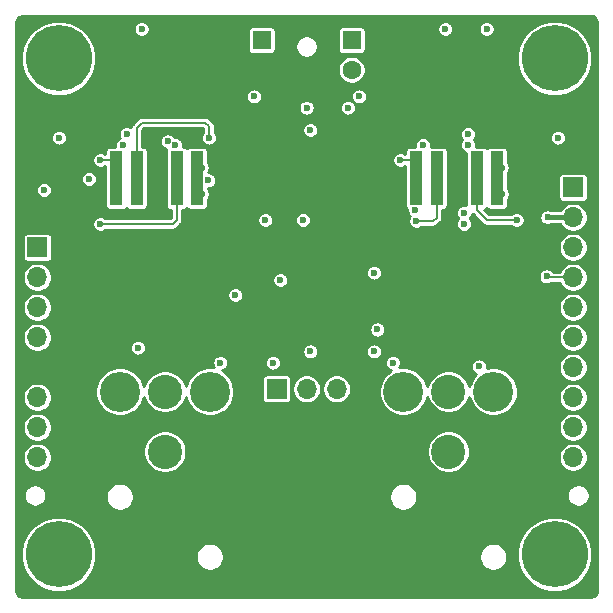
<source format=gbr>
%TF.GenerationSoftware,KiCad,Pcbnew,(5.1.9-0-10_14)*%
%TF.CreationDate,2021-03-07T16:31:49+01:00*%
%TF.ProjectId,W-Output HP,572d4f75-7470-4757-9420-48502e6b6963,1*%
%TF.SameCoordinates,Original*%
%TF.FileFunction,Copper,L4,Bot*%
%TF.FilePolarity,Positive*%
%FSLAX46Y46*%
G04 Gerber Fmt 4.6, Leading zero omitted, Abs format (unit mm)*
G04 Created by KiCad (PCBNEW (5.1.9-0-10_14)) date 2021-03-07 16:31:49*
%MOMM*%
%LPD*%
G01*
G04 APERTURE LIST*
%TA.AperFunction,ComponentPad*%
%ADD10C,2.900000*%
%TD*%
%TA.AperFunction,ComponentPad*%
%ADD11C,3.400000*%
%TD*%
%TA.AperFunction,ComponentPad*%
%ADD12O,1.700000X1.700000*%
%TD*%
%TA.AperFunction,ComponentPad*%
%ADD13R,1.700000X1.700000*%
%TD*%
%TA.AperFunction,ComponentPad*%
%ADD14C,1.600000*%
%TD*%
%TA.AperFunction,ComponentPad*%
%ADD15R,1.600000X1.600000*%
%TD*%
%TA.AperFunction,SMDPad,CuDef*%
%ADD16R,10.800000X9.400000*%
%TD*%
%TA.AperFunction,SMDPad,CuDef*%
%ADD17R,1.100000X4.600000*%
%TD*%
%TA.AperFunction,ComponentPad*%
%ADD18C,5.600000*%
%TD*%
%TA.AperFunction,ViaPad*%
%ADD19C,0.600000*%
%TD*%
%TA.AperFunction,Conductor*%
%ADD20C,0.400000*%
%TD*%
%TA.AperFunction,Conductor*%
%ADD21C,0.200000*%
%TD*%
%TA.AperFunction,Conductor*%
%ADD22C,0.254000*%
%TD*%
%TA.AperFunction,Conductor*%
%ADD23C,0.100000*%
%TD*%
G04 APERTURE END LIST*
D10*
%TO.P,J5,G*%
%TO.N,Earth*%
X162000000Y-112300000D03*
%TO.P,J5,3*%
%TO.N,/R+*%
X162000000Y-107220000D03*
D11*
%TO.P,J5,1*%
%TO.N,Earth*%
X158190000Y-107220000D03*
%TO.P,J5,2*%
%TO.N,/R-*%
X165810000Y-107220000D03*
%TD*%
D12*
%TO.P,J3,3*%
%TO.N,/R+*%
X152540000Y-106985000D03*
%TO.P,J3,2*%
%TO.N,/L+*%
X150000000Y-106985000D03*
D13*
%TO.P,J3,1*%
%TO.N,GND*%
X147460000Y-106985000D03*
%TD*%
D14*
%TO.P,C21,2*%
%TO.N,GND*%
X153810000Y-79957500D03*
D15*
%TO.P,C21,1*%
%TO.N,VCC*%
X153810000Y-77457500D03*
%TD*%
D14*
%TO.P,C8,2*%
%TO.N,VEE*%
X146190000Y-79957500D03*
D15*
%TO.P,C8,1*%
%TO.N,GND*%
X146190000Y-77457500D03*
%TD*%
D12*
%TO.P,J2,8*%
%TO.N,/Rp*%
X127200000Y-112780000D03*
%TO.P,J2,7*%
%TO.N,/Rn*%
X127200000Y-110240000D03*
%TO.P,J2,6*%
%TO.N,GND*%
X127200000Y-107700000D03*
%TO.P,J2,5*%
%TO.N,VEE*%
X127200000Y-105160000D03*
%TO.P,J2,4*%
%TO.N,VCC*%
X127200000Y-102620000D03*
%TO.P,J2,3*%
%TO.N,GND*%
X127200000Y-100080000D03*
%TO.P,J2,2*%
%TO.N,Net-(J2-Pad2)*%
X127200000Y-97540000D03*
D13*
%TO.P,J2,1*%
%TO.N,GND*%
X127200000Y-95000000D03*
%TD*%
D12*
%TO.P,J1,10*%
%TO.N,/Lp*%
X172560000Y-112780000D03*
%TO.P,J1,9*%
%TO.N,/Ln*%
X172560000Y-110240000D03*
%TO.P,J1,8*%
%TO.N,GND*%
X172560000Y-107700000D03*
%TO.P,J1,7*%
%TO.N,Net-(J1-Pad7)*%
X172560000Y-105160000D03*
%TO.P,J1,6*%
%TO.N,Net-(J1-Pad6)*%
X172560000Y-102620000D03*
%TO.P,J1,5*%
%TO.N,Net-(J1-Pad5)*%
X172560000Y-100080000D03*
%TO.P,J1,4*%
%TO.N,Net-(J1-Pad4)*%
X172560000Y-97540000D03*
%TO.P,J1,3*%
%TO.N,GND*%
X172560000Y-95000000D03*
%TO.P,J1,2*%
%TO.N,Net-(J1-Pad2)*%
X172560000Y-92460000D03*
D13*
%TO.P,J1,1*%
%TO.N,GND*%
X172560000Y-89920000D03*
%TD*%
D10*
%TO.P,J4,G*%
%TO.N,Earth*%
X138000000Y-112300000D03*
%TO.P,J4,3*%
%TO.N,/L+*%
X138000000Y-107220000D03*
D11*
%TO.P,J4,1*%
%TO.N,Earth*%
X134190000Y-107220000D03*
%TO.P,J4,2*%
%TO.N,/L-*%
X141810000Y-107220000D03*
%TD*%
D16*
%TO.P,U5,3*%
%TO.N,VEE*%
X162700000Y-98295000D03*
D17*
%TO.P,U5,5*%
%TO.N,VCC*%
X166100000Y-89145000D03*
%TO.P,U5,4*%
%TO.N,Net-(JP7-Pad1)*%
X164400000Y-89145000D03*
%TO.P,U5,3*%
%TO.N,VEE*%
X162700000Y-89145000D03*
%TO.P,U5,2*%
%TO.N,Net-(C17-Pad2)*%
X161000000Y-89145000D03*
%TO.P,U5,1*%
%TO.N,Net-(R33-Pad2)*%
X159300000Y-89145000D03*
%TD*%
D16*
%TO.P,U4,3*%
%TO.N,VEE*%
X137300000Y-98295000D03*
D17*
%TO.P,U4,5*%
%TO.N,VCC*%
X140700000Y-89145000D03*
%TO.P,U4,4*%
%TO.N,Net-(JP2-Pad1)*%
X139000000Y-89145000D03*
%TO.P,U4,3*%
%TO.N,VEE*%
X137300000Y-89145000D03*
%TO.P,U4,2*%
%TO.N,Net-(C4-Pad2)*%
X135600000Y-89145000D03*
%TO.P,U4,1*%
%TO.N,Net-(R15-Pad2)*%
X133900000Y-89145000D03*
%TD*%
D18*
%TO.P,H4,1*%
%TO.N,Earth*%
X171000000Y-121000000D03*
%TD*%
%TO.P,H3,1*%
%TO.N,Earth*%
X129000000Y-121000000D03*
%TD*%
%TO.P,H2,1*%
%TO.N,Earth*%
X171000000Y-79000000D03*
%TD*%
%TO.P,H1,1*%
%TO.N,Earth*%
X129000000Y-79000000D03*
%TD*%
D19*
%TO.N,VCC*%
X141110000Y-88252500D03*
X141110000Y-90475000D03*
X166510000Y-90475000D03*
X166510000Y-88252500D03*
X146507500Y-92697500D03*
X161747500Y-76505000D03*
X153492500Y-83172500D03*
X147777500Y-97777500D03*
X143967500Y-99047500D03*
X138237250Y-86022375D03*
%TO.N,GND*%
X134445000Y-86350000D03*
X129045000Y-85712500D03*
X171272500Y-85712500D03*
X159842500Y-86347500D03*
X163652500Y-86347500D03*
X136030000Y-76505000D03*
X165240000Y-76505000D03*
X145555000Y-82220000D03*
X154445000Y-82220000D03*
X150317500Y-85077500D03*
X149682500Y-92697500D03*
X134760000Y-85395000D03*
X163652500Y-85395000D03*
X150000000Y-83172500D03*
X147142500Y-104762500D03*
X155715000Y-103810000D03*
X155985000Y-101952500D03*
X157302500Y-104762500D03*
X142697500Y-104762500D03*
X163335000Y-92060000D03*
X163335000Y-93015000D03*
X159207500Y-91872002D03*
X164605000Y-105080000D03*
X155715000Y-97142500D03*
X150315000Y-103807500D03*
X135712500Y-103492500D03*
X138887500Y-86347500D03*
X131585000Y-89205000D03*
X141681500Y-89332000D03*
X127775000Y-90157500D03*
%TO.N,VEE*%
X137300000Y-88252500D03*
X137300000Y-90475000D03*
X162700000Y-90475000D03*
X162700000Y-88252500D03*
X153492500Y-85077500D03*
X132537500Y-76505000D03*
X167462500Y-86030000D03*
X144920000Y-104762500D03*
X157937500Y-90792500D03*
X132537500Y-90792500D03*
X146825000Y-83172500D03*
%TO.N,Net-(JP2-Pad1)*%
X132537500Y-93015000D03*
%TO.N,Net-(JP7-Pad1)*%
X167780000Y-92697500D03*
%TO.N,Net-(J1-Pad2)*%
X170400000Y-92460000D03*
%TO.N,Net-(J1-Pad4)*%
X170320000Y-97460000D03*
%TO.N,Net-(R15-Pad2)*%
X132537500Y-87617500D03*
%TO.N,Net-(R33-Pad2)*%
X157937500Y-87617500D03*
%TO.N,Net-(C4-Pad2)*%
X141745000Y-85712500D03*
%TO.N,Net-(C17-Pad2)*%
X159294480Y-92784480D03*
%TD*%
D20*
%TO.N,VCC*%
X140700000Y-88662500D02*
X141110000Y-88252500D01*
X140700000Y-89145000D02*
X140700000Y-88662500D01*
X140700000Y-90065000D02*
X141110000Y-90475000D01*
X140700000Y-89145000D02*
X140700000Y-90065000D01*
X166100000Y-90065000D02*
X166510000Y-90475000D01*
X166100000Y-89145000D02*
X166100000Y-90065000D01*
X166100000Y-88662500D02*
X166510000Y-88252500D01*
X166100000Y-89145000D02*
X166100000Y-88662500D01*
%TO.N,VEE*%
X137300000Y-89145000D02*
X137300000Y-88252500D01*
X137300000Y-89145000D02*
X137300000Y-90475000D01*
X162700000Y-89145000D02*
X162700000Y-90475000D01*
X162700000Y-89145000D02*
X162700000Y-88252500D01*
D21*
%TO.N,Net-(JP2-Pad1)*%
X139000000Y-89145000D02*
X139000000Y-89727500D01*
X139000000Y-92697500D02*
X139000000Y-89145000D01*
X138682500Y-93015000D02*
X139000000Y-92697500D01*
X132537500Y-93015000D02*
X138682500Y-93015000D01*
%TO.N,Net-(JP7-Pad1)*%
X167780000Y-92697500D02*
X165240000Y-92697500D01*
X164400000Y-91857500D02*
X164400000Y-89145000D01*
X165240000Y-92697500D02*
X164400000Y-91857500D01*
D20*
%TO.N,Net-(J1-Pad2)*%
X172800000Y-92460000D02*
X170400000Y-92460000D01*
D21*
%TO.N,Net-(J1-Pad4)*%
X170400000Y-97540000D02*
X170320000Y-97460000D01*
X172800000Y-97540000D02*
X170400000Y-97540000D01*
%TO.N,Net-(R15-Pad2)*%
X133900000Y-89145000D02*
X133900000Y-88345000D01*
X133900000Y-89145000D02*
X133900000Y-87710000D01*
X133807500Y-87617500D02*
X132537500Y-87617500D01*
X133900000Y-87710000D02*
X133807500Y-87617500D01*
%TO.N,Net-(R33-Pad2)*%
X159300000Y-89145000D02*
X159300000Y-87710000D01*
X159207500Y-87617500D02*
X157937500Y-87617500D01*
X159300000Y-87710000D02*
X159207500Y-87617500D01*
%TO.N,Net-(C4-Pad2)*%
X135600000Y-85507500D02*
X135600000Y-89145000D01*
X141745000Y-85712500D02*
X141745000Y-84760000D01*
X141745000Y-84760000D02*
X141427500Y-84442500D01*
X141427500Y-84442500D02*
X136030000Y-84442500D01*
X135600000Y-84872500D02*
X135600000Y-85507500D01*
X136030000Y-84442500D02*
X135600000Y-84872500D01*
%TO.N,Net-(C17-Pad2)*%
X161000000Y-91857500D02*
X161000000Y-89145000D01*
X161000000Y-92492500D02*
X161000000Y-91857500D01*
X159294480Y-92784480D02*
X160708020Y-92784480D01*
X160708020Y-92784480D02*
X161000000Y-92492500D01*
%TD*%
D22*
%TO.N,VEE*%
X174114994Y-75419222D02*
X174225614Y-75452620D01*
X174327639Y-75506868D01*
X174417179Y-75579895D01*
X174490833Y-75668925D01*
X174545792Y-75770572D01*
X174579960Y-75880949D01*
X174594001Y-76014538D01*
X174594000Y-123980146D01*
X174580778Y-124114994D01*
X174547379Y-124225615D01*
X174493132Y-124327639D01*
X174420106Y-124417179D01*
X174331072Y-124490834D01*
X174229428Y-124545792D01*
X174119051Y-124579960D01*
X173985472Y-124594000D01*
X126019854Y-124594000D01*
X125885006Y-124580778D01*
X125774385Y-124547379D01*
X125672361Y-124493132D01*
X125582821Y-124420106D01*
X125509166Y-124331072D01*
X125454208Y-124229428D01*
X125420040Y-124119051D01*
X125406000Y-123985472D01*
X125406000Y-120686699D01*
X125819000Y-120686699D01*
X125819000Y-121313301D01*
X125941245Y-121927863D01*
X126181035Y-122506768D01*
X126529156Y-123027769D01*
X126972231Y-123470844D01*
X127493232Y-123818965D01*
X128072137Y-124058755D01*
X128686699Y-124181000D01*
X129313301Y-124181000D01*
X129927863Y-124058755D01*
X130506768Y-123818965D01*
X131027769Y-123470844D01*
X131470844Y-123027769D01*
X131818965Y-122506768D01*
X132058755Y-121927863D01*
X132181000Y-121313301D01*
X132181000Y-121073682D01*
X140629000Y-121073682D01*
X140629000Y-121306318D01*
X140674386Y-121534485D01*
X140763412Y-121749413D01*
X140892658Y-121942843D01*
X141057157Y-122107342D01*
X141250587Y-122236588D01*
X141465515Y-122325614D01*
X141693682Y-122371000D01*
X141926318Y-122371000D01*
X142154485Y-122325614D01*
X142369413Y-122236588D01*
X142562843Y-122107342D01*
X142727342Y-121942843D01*
X142856588Y-121749413D01*
X142945614Y-121534485D01*
X142991000Y-121306318D01*
X142991000Y-121073682D01*
X164629000Y-121073682D01*
X164629000Y-121306318D01*
X164674386Y-121534485D01*
X164763412Y-121749413D01*
X164892658Y-121942843D01*
X165057157Y-122107342D01*
X165250587Y-122236588D01*
X165465515Y-122325614D01*
X165693682Y-122371000D01*
X165926318Y-122371000D01*
X166154485Y-122325614D01*
X166369413Y-122236588D01*
X166562843Y-122107342D01*
X166727342Y-121942843D01*
X166856588Y-121749413D01*
X166945614Y-121534485D01*
X166991000Y-121306318D01*
X166991000Y-121073682D01*
X166945614Y-120845515D01*
X166879831Y-120686699D01*
X167819000Y-120686699D01*
X167819000Y-121313301D01*
X167941245Y-121927863D01*
X168181035Y-122506768D01*
X168529156Y-123027769D01*
X168972231Y-123470844D01*
X169493232Y-123818965D01*
X170072137Y-124058755D01*
X170686699Y-124181000D01*
X171313301Y-124181000D01*
X171927863Y-124058755D01*
X172506768Y-123818965D01*
X173027769Y-123470844D01*
X173470844Y-123027769D01*
X173818965Y-122506768D01*
X174058755Y-121927863D01*
X174181000Y-121313301D01*
X174181000Y-120686699D01*
X174058755Y-120072137D01*
X173818965Y-119493232D01*
X173470844Y-118972231D01*
X173027769Y-118529156D01*
X172506768Y-118181035D01*
X171927863Y-117941245D01*
X171313301Y-117819000D01*
X170686699Y-117819000D01*
X170072137Y-117941245D01*
X169493232Y-118181035D01*
X168972231Y-118529156D01*
X168529156Y-118972231D01*
X168181035Y-119493232D01*
X167941245Y-120072137D01*
X167819000Y-120686699D01*
X166879831Y-120686699D01*
X166856588Y-120630587D01*
X166727342Y-120437157D01*
X166562843Y-120272658D01*
X166369413Y-120143412D01*
X166154485Y-120054386D01*
X165926318Y-120009000D01*
X165693682Y-120009000D01*
X165465515Y-120054386D01*
X165250587Y-120143412D01*
X165057157Y-120272658D01*
X164892658Y-120437157D01*
X164763412Y-120630587D01*
X164674386Y-120845515D01*
X164629000Y-121073682D01*
X142991000Y-121073682D01*
X142945614Y-120845515D01*
X142856588Y-120630587D01*
X142727342Y-120437157D01*
X142562843Y-120272658D01*
X142369413Y-120143412D01*
X142154485Y-120054386D01*
X141926318Y-120009000D01*
X141693682Y-120009000D01*
X141465515Y-120054386D01*
X141250587Y-120143412D01*
X141057157Y-120272658D01*
X140892658Y-120437157D01*
X140763412Y-120630587D01*
X140674386Y-120845515D01*
X140629000Y-121073682D01*
X132181000Y-121073682D01*
X132181000Y-120686699D01*
X132058755Y-120072137D01*
X131818965Y-119493232D01*
X131470844Y-118972231D01*
X131027769Y-118529156D01*
X130506768Y-118181035D01*
X129927863Y-117941245D01*
X129313301Y-117819000D01*
X128686699Y-117819000D01*
X128072137Y-117941245D01*
X127493232Y-118181035D01*
X126972231Y-118529156D01*
X126529156Y-118972231D01*
X126181035Y-119493232D01*
X125941245Y-120072137D01*
X125819000Y-120686699D01*
X125406000Y-120686699D01*
X125406000Y-115905744D01*
X126043000Y-115905744D01*
X126043000Y-116094256D01*
X126079777Y-116279147D01*
X126151917Y-116453310D01*
X126256649Y-116610052D01*
X126389948Y-116743351D01*
X126546690Y-116848083D01*
X126720853Y-116920223D01*
X126905744Y-116957000D01*
X127094256Y-116957000D01*
X127279147Y-116920223D01*
X127453310Y-116848083D01*
X127610052Y-116743351D01*
X127743351Y-116610052D01*
X127848083Y-116453310D01*
X127920223Y-116279147D01*
X127957000Y-116094256D01*
X127957000Y-115993682D01*
X133009000Y-115993682D01*
X133009000Y-116226318D01*
X133054386Y-116454485D01*
X133143412Y-116669413D01*
X133272658Y-116862843D01*
X133437157Y-117027342D01*
X133630587Y-117156588D01*
X133845515Y-117245614D01*
X134073682Y-117291000D01*
X134306318Y-117291000D01*
X134534485Y-117245614D01*
X134749413Y-117156588D01*
X134942843Y-117027342D01*
X135107342Y-116862843D01*
X135236588Y-116669413D01*
X135325614Y-116454485D01*
X135371000Y-116226318D01*
X135371000Y-115993682D01*
X157009000Y-115993682D01*
X157009000Y-116226318D01*
X157054386Y-116454485D01*
X157143412Y-116669413D01*
X157272658Y-116862843D01*
X157437157Y-117027342D01*
X157630587Y-117156588D01*
X157845515Y-117245614D01*
X158073682Y-117291000D01*
X158306318Y-117291000D01*
X158534485Y-117245614D01*
X158749413Y-117156588D01*
X158942843Y-117027342D01*
X159107342Y-116862843D01*
X159236588Y-116669413D01*
X159325614Y-116454485D01*
X159371000Y-116226318D01*
X159371000Y-115993682D01*
X159353508Y-115905744D01*
X172043000Y-115905744D01*
X172043000Y-116094256D01*
X172079777Y-116279147D01*
X172151917Y-116453310D01*
X172256649Y-116610052D01*
X172389948Y-116743351D01*
X172546690Y-116848083D01*
X172720853Y-116920223D01*
X172905744Y-116957000D01*
X173094256Y-116957000D01*
X173279147Y-116920223D01*
X173453310Y-116848083D01*
X173610052Y-116743351D01*
X173743351Y-116610052D01*
X173848083Y-116453310D01*
X173920223Y-116279147D01*
X173957000Y-116094256D01*
X173957000Y-115905744D01*
X173920223Y-115720853D01*
X173848083Y-115546690D01*
X173743351Y-115389948D01*
X173610052Y-115256649D01*
X173453310Y-115151917D01*
X173279147Y-115079777D01*
X173094256Y-115043000D01*
X172905744Y-115043000D01*
X172720853Y-115079777D01*
X172546690Y-115151917D01*
X172389948Y-115256649D01*
X172256649Y-115389948D01*
X172151917Y-115546690D01*
X172079777Y-115720853D01*
X172043000Y-115905744D01*
X159353508Y-115905744D01*
X159325614Y-115765515D01*
X159236588Y-115550587D01*
X159107342Y-115357157D01*
X158942843Y-115192658D01*
X158749413Y-115063412D01*
X158534485Y-114974386D01*
X158306318Y-114929000D01*
X158073682Y-114929000D01*
X157845515Y-114974386D01*
X157630587Y-115063412D01*
X157437157Y-115192658D01*
X157272658Y-115357157D01*
X157143412Y-115550587D01*
X157054386Y-115765515D01*
X157009000Y-115993682D01*
X135371000Y-115993682D01*
X135325614Y-115765515D01*
X135236588Y-115550587D01*
X135107342Y-115357157D01*
X134942843Y-115192658D01*
X134749413Y-115063412D01*
X134534485Y-114974386D01*
X134306318Y-114929000D01*
X134073682Y-114929000D01*
X133845515Y-114974386D01*
X133630587Y-115063412D01*
X133437157Y-115192658D01*
X133272658Y-115357157D01*
X133143412Y-115550587D01*
X133054386Y-115765515D01*
X133009000Y-115993682D01*
X127957000Y-115993682D01*
X127957000Y-115905744D01*
X127920223Y-115720853D01*
X127848083Y-115546690D01*
X127743351Y-115389948D01*
X127610052Y-115256649D01*
X127453310Y-115151917D01*
X127279147Y-115079777D01*
X127094256Y-115043000D01*
X126905744Y-115043000D01*
X126720853Y-115079777D01*
X126546690Y-115151917D01*
X126389948Y-115256649D01*
X126256649Y-115389948D01*
X126151917Y-115546690D01*
X126079777Y-115720853D01*
X126043000Y-115905744D01*
X125406000Y-115905744D01*
X125406000Y-112658757D01*
X125969000Y-112658757D01*
X125969000Y-112901243D01*
X126016307Y-113139069D01*
X126109102Y-113363097D01*
X126243820Y-113564717D01*
X126415283Y-113736180D01*
X126616903Y-113870898D01*
X126840931Y-113963693D01*
X127078757Y-114011000D01*
X127321243Y-114011000D01*
X127559069Y-113963693D01*
X127783097Y-113870898D01*
X127984717Y-113736180D01*
X128156180Y-113564717D01*
X128290898Y-113363097D01*
X128383693Y-113139069D01*
X128431000Y-112901243D01*
X128431000Y-112658757D01*
X128383693Y-112420931D01*
X128290898Y-112196903D01*
X128239288Y-112119662D01*
X136169000Y-112119662D01*
X136169000Y-112480338D01*
X136239365Y-112834083D01*
X136377389Y-113167304D01*
X136577770Y-113467194D01*
X136832806Y-113722230D01*
X137132696Y-113922611D01*
X137465917Y-114060635D01*
X137819662Y-114131000D01*
X138180338Y-114131000D01*
X138534083Y-114060635D01*
X138867304Y-113922611D01*
X139167194Y-113722230D01*
X139422230Y-113467194D01*
X139622611Y-113167304D01*
X139760635Y-112834083D01*
X139831000Y-112480338D01*
X139831000Y-112119662D01*
X160169000Y-112119662D01*
X160169000Y-112480338D01*
X160239365Y-112834083D01*
X160377389Y-113167304D01*
X160577770Y-113467194D01*
X160832806Y-113722230D01*
X161132696Y-113922611D01*
X161465917Y-114060635D01*
X161819662Y-114131000D01*
X162180338Y-114131000D01*
X162534083Y-114060635D01*
X162867304Y-113922611D01*
X163167194Y-113722230D01*
X163422230Y-113467194D01*
X163622611Y-113167304D01*
X163760635Y-112834083D01*
X163795509Y-112658757D01*
X171329000Y-112658757D01*
X171329000Y-112901243D01*
X171376307Y-113139069D01*
X171469102Y-113363097D01*
X171603820Y-113564717D01*
X171775283Y-113736180D01*
X171976903Y-113870898D01*
X172200931Y-113963693D01*
X172438757Y-114011000D01*
X172681243Y-114011000D01*
X172919069Y-113963693D01*
X173143097Y-113870898D01*
X173344717Y-113736180D01*
X173516180Y-113564717D01*
X173650898Y-113363097D01*
X173743693Y-113139069D01*
X173791000Y-112901243D01*
X173791000Y-112658757D01*
X173743693Y-112420931D01*
X173650898Y-112196903D01*
X173516180Y-111995283D01*
X173344717Y-111823820D01*
X173143097Y-111689102D01*
X172919069Y-111596307D01*
X172681243Y-111549000D01*
X172438757Y-111549000D01*
X172200931Y-111596307D01*
X171976903Y-111689102D01*
X171775283Y-111823820D01*
X171603820Y-111995283D01*
X171469102Y-112196903D01*
X171376307Y-112420931D01*
X171329000Y-112658757D01*
X163795509Y-112658757D01*
X163831000Y-112480338D01*
X163831000Y-112119662D01*
X163760635Y-111765917D01*
X163622611Y-111432696D01*
X163422230Y-111132806D01*
X163167194Y-110877770D01*
X162867304Y-110677389D01*
X162534083Y-110539365D01*
X162180338Y-110469000D01*
X161819662Y-110469000D01*
X161465917Y-110539365D01*
X161132696Y-110677389D01*
X160832806Y-110877770D01*
X160577770Y-111132806D01*
X160377389Y-111432696D01*
X160239365Y-111765917D01*
X160169000Y-112119662D01*
X139831000Y-112119662D01*
X139760635Y-111765917D01*
X139622611Y-111432696D01*
X139422230Y-111132806D01*
X139167194Y-110877770D01*
X138867304Y-110677389D01*
X138534083Y-110539365D01*
X138180338Y-110469000D01*
X137819662Y-110469000D01*
X137465917Y-110539365D01*
X137132696Y-110677389D01*
X136832806Y-110877770D01*
X136577770Y-111132806D01*
X136377389Y-111432696D01*
X136239365Y-111765917D01*
X136169000Y-112119662D01*
X128239288Y-112119662D01*
X128156180Y-111995283D01*
X127984717Y-111823820D01*
X127783097Y-111689102D01*
X127559069Y-111596307D01*
X127321243Y-111549000D01*
X127078757Y-111549000D01*
X126840931Y-111596307D01*
X126616903Y-111689102D01*
X126415283Y-111823820D01*
X126243820Y-111995283D01*
X126109102Y-112196903D01*
X126016307Y-112420931D01*
X125969000Y-112658757D01*
X125406000Y-112658757D01*
X125406000Y-110118757D01*
X125969000Y-110118757D01*
X125969000Y-110361243D01*
X126016307Y-110599069D01*
X126109102Y-110823097D01*
X126243820Y-111024717D01*
X126415283Y-111196180D01*
X126616903Y-111330898D01*
X126840931Y-111423693D01*
X127078757Y-111471000D01*
X127321243Y-111471000D01*
X127559069Y-111423693D01*
X127783097Y-111330898D01*
X127984717Y-111196180D01*
X128156180Y-111024717D01*
X128290898Y-110823097D01*
X128383693Y-110599069D01*
X128431000Y-110361243D01*
X128431000Y-110118757D01*
X171329000Y-110118757D01*
X171329000Y-110361243D01*
X171376307Y-110599069D01*
X171469102Y-110823097D01*
X171603820Y-111024717D01*
X171775283Y-111196180D01*
X171976903Y-111330898D01*
X172200931Y-111423693D01*
X172438757Y-111471000D01*
X172681243Y-111471000D01*
X172919069Y-111423693D01*
X173143097Y-111330898D01*
X173344717Y-111196180D01*
X173516180Y-111024717D01*
X173650898Y-110823097D01*
X173743693Y-110599069D01*
X173791000Y-110361243D01*
X173791000Y-110118757D01*
X173743693Y-109880931D01*
X173650898Y-109656903D01*
X173516180Y-109455283D01*
X173344717Y-109283820D01*
X173143097Y-109149102D01*
X172919069Y-109056307D01*
X172681243Y-109009000D01*
X172438757Y-109009000D01*
X172200931Y-109056307D01*
X171976903Y-109149102D01*
X171775283Y-109283820D01*
X171603820Y-109455283D01*
X171469102Y-109656903D01*
X171376307Y-109880931D01*
X171329000Y-110118757D01*
X128431000Y-110118757D01*
X128383693Y-109880931D01*
X128290898Y-109656903D01*
X128156180Y-109455283D01*
X127984717Y-109283820D01*
X127783097Y-109149102D01*
X127559069Y-109056307D01*
X127321243Y-109009000D01*
X127078757Y-109009000D01*
X126840931Y-109056307D01*
X126616903Y-109149102D01*
X126415283Y-109283820D01*
X126243820Y-109455283D01*
X126109102Y-109656903D01*
X126016307Y-109880931D01*
X125969000Y-110118757D01*
X125406000Y-110118757D01*
X125406000Y-107578757D01*
X125969000Y-107578757D01*
X125969000Y-107821243D01*
X126016307Y-108059069D01*
X126109102Y-108283097D01*
X126243820Y-108484717D01*
X126415283Y-108656180D01*
X126616903Y-108790898D01*
X126840931Y-108883693D01*
X127078757Y-108931000D01*
X127321243Y-108931000D01*
X127559069Y-108883693D01*
X127783097Y-108790898D01*
X127984717Y-108656180D01*
X128156180Y-108484717D01*
X128290898Y-108283097D01*
X128383693Y-108059069D01*
X128431000Y-107821243D01*
X128431000Y-107578757D01*
X128383693Y-107340931D01*
X128290898Y-107116903D01*
X128222835Y-107015039D01*
X132109000Y-107015039D01*
X132109000Y-107424961D01*
X132188972Y-107827005D01*
X132345842Y-108205723D01*
X132573582Y-108546560D01*
X132863440Y-108836418D01*
X133204277Y-109064158D01*
X133582995Y-109221028D01*
X133985039Y-109301000D01*
X134394961Y-109301000D01*
X134797005Y-109221028D01*
X135175723Y-109064158D01*
X135516560Y-108836418D01*
X135806418Y-108546560D01*
X136034158Y-108205723D01*
X136191028Y-107827005D01*
X136222449Y-107669042D01*
X136239365Y-107754083D01*
X136377389Y-108087304D01*
X136577770Y-108387194D01*
X136832806Y-108642230D01*
X137132696Y-108842611D01*
X137465917Y-108980635D01*
X137819662Y-109051000D01*
X138180338Y-109051000D01*
X138534083Y-108980635D01*
X138867304Y-108842611D01*
X139167194Y-108642230D01*
X139422230Y-108387194D01*
X139622611Y-108087304D01*
X139760635Y-107754083D01*
X139777551Y-107669042D01*
X139808972Y-107827005D01*
X139965842Y-108205723D01*
X140193582Y-108546560D01*
X140483440Y-108836418D01*
X140824277Y-109064158D01*
X141202995Y-109221028D01*
X141605039Y-109301000D01*
X142014961Y-109301000D01*
X142417005Y-109221028D01*
X142795723Y-109064158D01*
X143136560Y-108836418D01*
X143426418Y-108546560D01*
X143654158Y-108205723D01*
X143811028Y-107827005D01*
X143891000Y-107424961D01*
X143891000Y-107015039D01*
X143811028Y-106612995D01*
X143654158Y-106234277D01*
X143587824Y-106135000D01*
X146227157Y-106135000D01*
X146227157Y-107835000D01*
X146234513Y-107909689D01*
X146256299Y-107981508D01*
X146291678Y-108047696D01*
X146339289Y-108105711D01*
X146397304Y-108153322D01*
X146463492Y-108188701D01*
X146535311Y-108210487D01*
X146610000Y-108217843D01*
X148310000Y-108217843D01*
X148384689Y-108210487D01*
X148456508Y-108188701D01*
X148522696Y-108153322D01*
X148580711Y-108105711D01*
X148628322Y-108047696D01*
X148663701Y-107981508D01*
X148685487Y-107909689D01*
X148692843Y-107835000D01*
X148692843Y-106863757D01*
X148769000Y-106863757D01*
X148769000Y-107106243D01*
X148816307Y-107344069D01*
X148909102Y-107568097D01*
X149043820Y-107769717D01*
X149215283Y-107941180D01*
X149416903Y-108075898D01*
X149640931Y-108168693D01*
X149878757Y-108216000D01*
X150121243Y-108216000D01*
X150359069Y-108168693D01*
X150583097Y-108075898D01*
X150784717Y-107941180D01*
X150956180Y-107769717D01*
X151090898Y-107568097D01*
X151183693Y-107344069D01*
X151231000Y-107106243D01*
X151231000Y-106863757D01*
X151309000Y-106863757D01*
X151309000Y-107106243D01*
X151356307Y-107344069D01*
X151449102Y-107568097D01*
X151583820Y-107769717D01*
X151755283Y-107941180D01*
X151956903Y-108075898D01*
X152180931Y-108168693D01*
X152418757Y-108216000D01*
X152661243Y-108216000D01*
X152899069Y-108168693D01*
X153123097Y-108075898D01*
X153324717Y-107941180D01*
X153496180Y-107769717D01*
X153630898Y-107568097D01*
X153723693Y-107344069D01*
X153771000Y-107106243D01*
X153771000Y-107015039D01*
X156109000Y-107015039D01*
X156109000Y-107424961D01*
X156188972Y-107827005D01*
X156345842Y-108205723D01*
X156573582Y-108546560D01*
X156863440Y-108836418D01*
X157204277Y-109064158D01*
X157582995Y-109221028D01*
X157985039Y-109301000D01*
X158394961Y-109301000D01*
X158797005Y-109221028D01*
X159175723Y-109064158D01*
X159516560Y-108836418D01*
X159806418Y-108546560D01*
X160034158Y-108205723D01*
X160191028Y-107827005D01*
X160222449Y-107669042D01*
X160239365Y-107754083D01*
X160377389Y-108087304D01*
X160577770Y-108387194D01*
X160832806Y-108642230D01*
X161132696Y-108842611D01*
X161465917Y-108980635D01*
X161819662Y-109051000D01*
X162180338Y-109051000D01*
X162534083Y-108980635D01*
X162867304Y-108842611D01*
X163167194Y-108642230D01*
X163422230Y-108387194D01*
X163622611Y-108087304D01*
X163760635Y-107754083D01*
X163777551Y-107669042D01*
X163808972Y-107827005D01*
X163965842Y-108205723D01*
X164193582Y-108546560D01*
X164483440Y-108836418D01*
X164824277Y-109064158D01*
X165202995Y-109221028D01*
X165605039Y-109301000D01*
X166014961Y-109301000D01*
X166417005Y-109221028D01*
X166795723Y-109064158D01*
X167136560Y-108836418D01*
X167426418Y-108546560D01*
X167654158Y-108205723D01*
X167811028Y-107827005D01*
X167860407Y-107578757D01*
X171329000Y-107578757D01*
X171329000Y-107821243D01*
X171376307Y-108059069D01*
X171469102Y-108283097D01*
X171603820Y-108484717D01*
X171775283Y-108656180D01*
X171976903Y-108790898D01*
X172200931Y-108883693D01*
X172438757Y-108931000D01*
X172681243Y-108931000D01*
X172919069Y-108883693D01*
X173143097Y-108790898D01*
X173344717Y-108656180D01*
X173516180Y-108484717D01*
X173650898Y-108283097D01*
X173743693Y-108059069D01*
X173791000Y-107821243D01*
X173791000Y-107578757D01*
X173743693Y-107340931D01*
X173650898Y-107116903D01*
X173516180Y-106915283D01*
X173344717Y-106743820D01*
X173143097Y-106609102D01*
X172919069Y-106516307D01*
X172681243Y-106469000D01*
X172438757Y-106469000D01*
X172200931Y-106516307D01*
X171976903Y-106609102D01*
X171775283Y-106743820D01*
X171603820Y-106915283D01*
X171469102Y-107116903D01*
X171376307Y-107340931D01*
X171329000Y-107578757D01*
X167860407Y-107578757D01*
X167891000Y-107424961D01*
X167891000Y-107015039D01*
X167811028Y-106612995D01*
X167654158Y-106234277D01*
X167426418Y-105893440D01*
X167136560Y-105603582D01*
X166795723Y-105375842D01*
X166417005Y-105218972D01*
X166014961Y-105139000D01*
X165605039Y-105139000D01*
X165274528Y-105204743D01*
X165286000Y-105147073D01*
X165286000Y-105038757D01*
X171329000Y-105038757D01*
X171329000Y-105281243D01*
X171376307Y-105519069D01*
X171469102Y-105743097D01*
X171603820Y-105944717D01*
X171775283Y-106116180D01*
X171976903Y-106250898D01*
X172200931Y-106343693D01*
X172438757Y-106391000D01*
X172681243Y-106391000D01*
X172919069Y-106343693D01*
X173143097Y-106250898D01*
X173344717Y-106116180D01*
X173516180Y-105944717D01*
X173650898Y-105743097D01*
X173743693Y-105519069D01*
X173791000Y-105281243D01*
X173791000Y-105038757D01*
X173743693Y-104800931D01*
X173650898Y-104576903D01*
X173516180Y-104375283D01*
X173344717Y-104203820D01*
X173143097Y-104069102D01*
X172919069Y-103976307D01*
X172681243Y-103929000D01*
X172438757Y-103929000D01*
X172200931Y-103976307D01*
X171976903Y-104069102D01*
X171775283Y-104203820D01*
X171603820Y-104375283D01*
X171469102Y-104576903D01*
X171376307Y-104800931D01*
X171329000Y-105038757D01*
X165286000Y-105038757D01*
X165286000Y-105012927D01*
X165259829Y-104881360D01*
X165208494Y-104757426D01*
X165133967Y-104645888D01*
X165039112Y-104551033D01*
X164927574Y-104476506D01*
X164803640Y-104425171D01*
X164672073Y-104399000D01*
X164537927Y-104399000D01*
X164406360Y-104425171D01*
X164282426Y-104476506D01*
X164170888Y-104551033D01*
X164076033Y-104645888D01*
X164001506Y-104757426D01*
X163950171Y-104881360D01*
X163924000Y-105012927D01*
X163924000Y-105147073D01*
X163950171Y-105278640D01*
X164001506Y-105402574D01*
X164076033Y-105514112D01*
X164170888Y-105608967D01*
X164282426Y-105683494D01*
X164368058Y-105718964D01*
X164193582Y-105893440D01*
X163965842Y-106234277D01*
X163808972Y-106612995D01*
X163777551Y-106770958D01*
X163760635Y-106685917D01*
X163622611Y-106352696D01*
X163422230Y-106052806D01*
X163167194Y-105797770D01*
X162867304Y-105597389D01*
X162534083Y-105459365D01*
X162180338Y-105389000D01*
X161819662Y-105389000D01*
X161465917Y-105459365D01*
X161132696Y-105597389D01*
X160832806Y-105797770D01*
X160577770Y-106052806D01*
X160377389Y-106352696D01*
X160239365Y-106685917D01*
X160222449Y-106770958D01*
X160191028Y-106612995D01*
X160034158Y-106234277D01*
X159806418Y-105893440D01*
X159516560Y-105603582D01*
X159175723Y-105375842D01*
X158797005Y-105218972D01*
X158394961Y-105139000D01*
X157985039Y-105139000D01*
X157852323Y-105165399D01*
X157905994Y-105085074D01*
X157957329Y-104961140D01*
X157983500Y-104829573D01*
X157983500Y-104695427D01*
X157957329Y-104563860D01*
X157905994Y-104439926D01*
X157831467Y-104328388D01*
X157736612Y-104233533D01*
X157625074Y-104159006D01*
X157501140Y-104107671D01*
X157369573Y-104081500D01*
X157235427Y-104081500D01*
X157103860Y-104107671D01*
X156979926Y-104159006D01*
X156868388Y-104233533D01*
X156773533Y-104328388D01*
X156699006Y-104439926D01*
X156647671Y-104563860D01*
X156621500Y-104695427D01*
X156621500Y-104829573D01*
X156647671Y-104961140D01*
X156699006Y-105085074D01*
X156773533Y-105196612D01*
X156868388Y-105291467D01*
X156979926Y-105365994D01*
X157103860Y-105417329D01*
X157133395Y-105423204D01*
X156863440Y-105603582D01*
X156573582Y-105893440D01*
X156345842Y-106234277D01*
X156188972Y-106612995D01*
X156109000Y-107015039D01*
X153771000Y-107015039D01*
X153771000Y-106863757D01*
X153723693Y-106625931D01*
X153630898Y-106401903D01*
X153496180Y-106200283D01*
X153324717Y-106028820D01*
X153123097Y-105894102D01*
X152899069Y-105801307D01*
X152661243Y-105754000D01*
X152418757Y-105754000D01*
X152180931Y-105801307D01*
X151956903Y-105894102D01*
X151755283Y-106028820D01*
X151583820Y-106200283D01*
X151449102Y-106401903D01*
X151356307Y-106625931D01*
X151309000Y-106863757D01*
X151231000Y-106863757D01*
X151183693Y-106625931D01*
X151090898Y-106401903D01*
X150956180Y-106200283D01*
X150784717Y-106028820D01*
X150583097Y-105894102D01*
X150359069Y-105801307D01*
X150121243Y-105754000D01*
X149878757Y-105754000D01*
X149640931Y-105801307D01*
X149416903Y-105894102D01*
X149215283Y-106028820D01*
X149043820Y-106200283D01*
X148909102Y-106401903D01*
X148816307Y-106625931D01*
X148769000Y-106863757D01*
X148692843Y-106863757D01*
X148692843Y-106135000D01*
X148685487Y-106060311D01*
X148663701Y-105988492D01*
X148628322Y-105922304D01*
X148580711Y-105864289D01*
X148522696Y-105816678D01*
X148456508Y-105781299D01*
X148384689Y-105759513D01*
X148310000Y-105752157D01*
X146610000Y-105752157D01*
X146535311Y-105759513D01*
X146463492Y-105781299D01*
X146397304Y-105816678D01*
X146339289Y-105864289D01*
X146291678Y-105922304D01*
X146256299Y-105988492D01*
X146234513Y-106060311D01*
X146227157Y-106135000D01*
X143587824Y-106135000D01*
X143426418Y-105893440D01*
X143136560Y-105603582D01*
X142866605Y-105423204D01*
X142896140Y-105417329D01*
X143020074Y-105365994D01*
X143131612Y-105291467D01*
X143226467Y-105196612D01*
X143300994Y-105085074D01*
X143352329Y-104961140D01*
X143378500Y-104829573D01*
X143378500Y-104695427D01*
X146461500Y-104695427D01*
X146461500Y-104829573D01*
X146487671Y-104961140D01*
X146539006Y-105085074D01*
X146613533Y-105196612D01*
X146708388Y-105291467D01*
X146819926Y-105365994D01*
X146943860Y-105417329D01*
X147075427Y-105443500D01*
X147209573Y-105443500D01*
X147341140Y-105417329D01*
X147465074Y-105365994D01*
X147576612Y-105291467D01*
X147671467Y-105196612D01*
X147745994Y-105085074D01*
X147797329Y-104961140D01*
X147823500Y-104829573D01*
X147823500Y-104695427D01*
X147797329Y-104563860D01*
X147745994Y-104439926D01*
X147671467Y-104328388D01*
X147576612Y-104233533D01*
X147465074Y-104159006D01*
X147341140Y-104107671D01*
X147209573Y-104081500D01*
X147075427Y-104081500D01*
X146943860Y-104107671D01*
X146819926Y-104159006D01*
X146708388Y-104233533D01*
X146613533Y-104328388D01*
X146539006Y-104439926D01*
X146487671Y-104563860D01*
X146461500Y-104695427D01*
X143378500Y-104695427D01*
X143352329Y-104563860D01*
X143300994Y-104439926D01*
X143226467Y-104328388D01*
X143131612Y-104233533D01*
X143020074Y-104159006D01*
X142896140Y-104107671D01*
X142764573Y-104081500D01*
X142630427Y-104081500D01*
X142498860Y-104107671D01*
X142374926Y-104159006D01*
X142263388Y-104233533D01*
X142168533Y-104328388D01*
X142094006Y-104439926D01*
X142042671Y-104563860D01*
X142016500Y-104695427D01*
X142016500Y-104829573D01*
X142042671Y-104961140D01*
X142094006Y-105085074D01*
X142147677Y-105165399D01*
X142014961Y-105139000D01*
X141605039Y-105139000D01*
X141202995Y-105218972D01*
X140824277Y-105375842D01*
X140483440Y-105603582D01*
X140193582Y-105893440D01*
X139965842Y-106234277D01*
X139808972Y-106612995D01*
X139777551Y-106770958D01*
X139760635Y-106685917D01*
X139622611Y-106352696D01*
X139422230Y-106052806D01*
X139167194Y-105797770D01*
X138867304Y-105597389D01*
X138534083Y-105459365D01*
X138180338Y-105389000D01*
X137819662Y-105389000D01*
X137465917Y-105459365D01*
X137132696Y-105597389D01*
X136832806Y-105797770D01*
X136577770Y-106052806D01*
X136377389Y-106352696D01*
X136239365Y-106685917D01*
X136222449Y-106770958D01*
X136191028Y-106612995D01*
X136034158Y-106234277D01*
X135806418Y-105893440D01*
X135516560Y-105603582D01*
X135175723Y-105375842D01*
X134797005Y-105218972D01*
X134394961Y-105139000D01*
X133985039Y-105139000D01*
X133582995Y-105218972D01*
X133204277Y-105375842D01*
X132863440Y-105603582D01*
X132573582Y-105893440D01*
X132345842Y-106234277D01*
X132188972Y-106612995D01*
X132109000Y-107015039D01*
X128222835Y-107015039D01*
X128156180Y-106915283D01*
X127984717Y-106743820D01*
X127783097Y-106609102D01*
X127559069Y-106516307D01*
X127321243Y-106469000D01*
X127078757Y-106469000D01*
X126840931Y-106516307D01*
X126616903Y-106609102D01*
X126415283Y-106743820D01*
X126243820Y-106915283D01*
X126109102Y-107116903D01*
X126016307Y-107340931D01*
X125969000Y-107578757D01*
X125406000Y-107578757D01*
X125406000Y-102498757D01*
X125969000Y-102498757D01*
X125969000Y-102741243D01*
X126016307Y-102979069D01*
X126109102Y-103203097D01*
X126243820Y-103404717D01*
X126415283Y-103576180D01*
X126616903Y-103710898D01*
X126840931Y-103803693D01*
X127078757Y-103851000D01*
X127321243Y-103851000D01*
X127559069Y-103803693D01*
X127783097Y-103710898D01*
X127984717Y-103576180D01*
X128135470Y-103425427D01*
X135031500Y-103425427D01*
X135031500Y-103559573D01*
X135057671Y-103691140D01*
X135109006Y-103815074D01*
X135183533Y-103926612D01*
X135278388Y-104021467D01*
X135389926Y-104095994D01*
X135513860Y-104147329D01*
X135645427Y-104173500D01*
X135779573Y-104173500D01*
X135911140Y-104147329D01*
X136035074Y-104095994D01*
X136146612Y-104021467D01*
X136241467Y-103926612D01*
X136315994Y-103815074D01*
X136346913Y-103740427D01*
X149634000Y-103740427D01*
X149634000Y-103874573D01*
X149660171Y-104006140D01*
X149711506Y-104130074D01*
X149786033Y-104241612D01*
X149880888Y-104336467D01*
X149992426Y-104410994D01*
X150116360Y-104462329D01*
X150247927Y-104488500D01*
X150382073Y-104488500D01*
X150513640Y-104462329D01*
X150637574Y-104410994D01*
X150749112Y-104336467D01*
X150843967Y-104241612D01*
X150918494Y-104130074D01*
X150969829Y-104006140D01*
X150996000Y-103874573D01*
X150996000Y-103742927D01*
X155034000Y-103742927D01*
X155034000Y-103877073D01*
X155060171Y-104008640D01*
X155111506Y-104132574D01*
X155186033Y-104244112D01*
X155280888Y-104338967D01*
X155392426Y-104413494D01*
X155516360Y-104464829D01*
X155647927Y-104491000D01*
X155782073Y-104491000D01*
X155913640Y-104464829D01*
X156037574Y-104413494D01*
X156149112Y-104338967D01*
X156243967Y-104244112D01*
X156318494Y-104132574D01*
X156369829Y-104008640D01*
X156396000Y-103877073D01*
X156396000Y-103742927D01*
X156369829Y-103611360D01*
X156318494Y-103487426D01*
X156243967Y-103375888D01*
X156149112Y-103281033D01*
X156037574Y-103206506D01*
X155913640Y-103155171D01*
X155782073Y-103129000D01*
X155647927Y-103129000D01*
X155516360Y-103155171D01*
X155392426Y-103206506D01*
X155280888Y-103281033D01*
X155186033Y-103375888D01*
X155111506Y-103487426D01*
X155060171Y-103611360D01*
X155034000Y-103742927D01*
X150996000Y-103742927D01*
X150996000Y-103740427D01*
X150969829Y-103608860D01*
X150918494Y-103484926D01*
X150843967Y-103373388D01*
X150749112Y-103278533D01*
X150637574Y-103204006D01*
X150513640Y-103152671D01*
X150382073Y-103126500D01*
X150247927Y-103126500D01*
X150116360Y-103152671D01*
X149992426Y-103204006D01*
X149880888Y-103278533D01*
X149786033Y-103373388D01*
X149711506Y-103484926D01*
X149660171Y-103608860D01*
X149634000Y-103740427D01*
X136346913Y-103740427D01*
X136367329Y-103691140D01*
X136393500Y-103559573D01*
X136393500Y-103425427D01*
X136367329Y-103293860D01*
X136315994Y-103169926D01*
X136241467Y-103058388D01*
X136146612Y-102963533D01*
X136035074Y-102889006D01*
X135911140Y-102837671D01*
X135779573Y-102811500D01*
X135645427Y-102811500D01*
X135513860Y-102837671D01*
X135389926Y-102889006D01*
X135278388Y-102963533D01*
X135183533Y-103058388D01*
X135109006Y-103169926D01*
X135057671Y-103293860D01*
X135031500Y-103425427D01*
X128135470Y-103425427D01*
X128156180Y-103404717D01*
X128290898Y-103203097D01*
X128383693Y-102979069D01*
X128431000Y-102741243D01*
X128431000Y-102498757D01*
X128383693Y-102260931D01*
X128290898Y-102036903D01*
X128189686Y-101885427D01*
X155304000Y-101885427D01*
X155304000Y-102019573D01*
X155330171Y-102151140D01*
X155381506Y-102275074D01*
X155456033Y-102386612D01*
X155550888Y-102481467D01*
X155662426Y-102555994D01*
X155786360Y-102607329D01*
X155917927Y-102633500D01*
X156052073Y-102633500D01*
X156183640Y-102607329D01*
X156307574Y-102555994D01*
X156393235Y-102498757D01*
X171329000Y-102498757D01*
X171329000Y-102741243D01*
X171376307Y-102979069D01*
X171469102Y-103203097D01*
X171603820Y-103404717D01*
X171775283Y-103576180D01*
X171976903Y-103710898D01*
X172200931Y-103803693D01*
X172438757Y-103851000D01*
X172681243Y-103851000D01*
X172919069Y-103803693D01*
X173143097Y-103710898D01*
X173344717Y-103576180D01*
X173516180Y-103404717D01*
X173650898Y-103203097D01*
X173743693Y-102979069D01*
X173791000Y-102741243D01*
X173791000Y-102498757D01*
X173743693Y-102260931D01*
X173650898Y-102036903D01*
X173516180Y-101835283D01*
X173344717Y-101663820D01*
X173143097Y-101529102D01*
X172919069Y-101436307D01*
X172681243Y-101389000D01*
X172438757Y-101389000D01*
X172200931Y-101436307D01*
X171976903Y-101529102D01*
X171775283Y-101663820D01*
X171603820Y-101835283D01*
X171469102Y-102036903D01*
X171376307Y-102260931D01*
X171329000Y-102498757D01*
X156393235Y-102498757D01*
X156419112Y-102481467D01*
X156513967Y-102386612D01*
X156588494Y-102275074D01*
X156639829Y-102151140D01*
X156666000Y-102019573D01*
X156666000Y-101885427D01*
X156639829Y-101753860D01*
X156588494Y-101629926D01*
X156513967Y-101518388D01*
X156419112Y-101423533D01*
X156307574Y-101349006D01*
X156183640Y-101297671D01*
X156052073Y-101271500D01*
X155917927Y-101271500D01*
X155786360Y-101297671D01*
X155662426Y-101349006D01*
X155550888Y-101423533D01*
X155456033Y-101518388D01*
X155381506Y-101629926D01*
X155330171Y-101753860D01*
X155304000Y-101885427D01*
X128189686Y-101885427D01*
X128156180Y-101835283D01*
X127984717Y-101663820D01*
X127783097Y-101529102D01*
X127559069Y-101436307D01*
X127321243Y-101389000D01*
X127078757Y-101389000D01*
X126840931Y-101436307D01*
X126616903Y-101529102D01*
X126415283Y-101663820D01*
X126243820Y-101835283D01*
X126109102Y-102036903D01*
X126016307Y-102260931D01*
X125969000Y-102498757D01*
X125406000Y-102498757D01*
X125406000Y-99958757D01*
X125969000Y-99958757D01*
X125969000Y-100201243D01*
X126016307Y-100439069D01*
X126109102Y-100663097D01*
X126243820Y-100864717D01*
X126415283Y-101036180D01*
X126616903Y-101170898D01*
X126840931Y-101263693D01*
X127078757Y-101311000D01*
X127321243Y-101311000D01*
X127559069Y-101263693D01*
X127783097Y-101170898D01*
X127984717Y-101036180D01*
X128156180Y-100864717D01*
X128290898Y-100663097D01*
X128383693Y-100439069D01*
X128431000Y-100201243D01*
X128431000Y-99958757D01*
X171329000Y-99958757D01*
X171329000Y-100201243D01*
X171376307Y-100439069D01*
X171469102Y-100663097D01*
X171603820Y-100864717D01*
X171775283Y-101036180D01*
X171976903Y-101170898D01*
X172200931Y-101263693D01*
X172438757Y-101311000D01*
X172681243Y-101311000D01*
X172919069Y-101263693D01*
X173143097Y-101170898D01*
X173344717Y-101036180D01*
X173516180Y-100864717D01*
X173650898Y-100663097D01*
X173743693Y-100439069D01*
X173791000Y-100201243D01*
X173791000Y-99958757D01*
X173743693Y-99720931D01*
X173650898Y-99496903D01*
X173516180Y-99295283D01*
X173344717Y-99123820D01*
X173143097Y-98989102D01*
X172919069Y-98896307D01*
X172681243Y-98849000D01*
X172438757Y-98849000D01*
X172200931Y-98896307D01*
X171976903Y-98989102D01*
X171775283Y-99123820D01*
X171603820Y-99295283D01*
X171469102Y-99496903D01*
X171376307Y-99720931D01*
X171329000Y-99958757D01*
X128431000Y-99958757D01*
X128383693Y-99720931D01*
X128290898Y-99496903D01*
X128156180Y-99295283D01*
X127984717Y-99123820D01*
X127783097Y-98989102D01*
X127762154Y-98980427D01*
X143286500Y-98980427D01*
X143286500Y-99114573D01*
X143312671Y-99246140D01*
X143364006Y-99370074D01*
X143438533Y-99481612D01*
X143533388Y-99576467D01*
X143644926Y-99650994D01*
X143768860Y-99702329D01*
X143900427Y-99728500D01*
X144034573Y-99728500D01*
X144166140Y-99702329D01*
X144290074Y-99650994D01*
X144401612Y-99576467D01*
X144496467Y-99481612D01*
X144570994Y-99370074D01*
X144622329Y-99246140D01*
X144648500Y-99114573D01*
X144648500Y-98980427D01*
X144622329Y-98848860D01*
X144570994Y-98724926D01*
X144496467Y-98613388D01*
X144401612Y-98518533D01*
X144290074Y-98444006D01*
X144166140Y-98392671D01*
X144034573Y-98366500D01*
X143900427Y-98366500D01*
X143768860Y-98392671D01*
X143644926Y-98444006D01*
X143533388Y-98518533D01*
X143438533Y-98613388D01*
X143364006Y-98724926D01*
X143312671Y-98848860D01*
X143286500Y-98980427D01*
X127762154Y-98980427D01*
X127559069Y-98896307D01*
X127321243Y-98849000D01*
X127078757Y-98849000D01*
X126840931Y-98896307D01*
X126616903Y-98989102D01*
X126415283Y-99123820D01*
X126243820Y-99295283D01*
X126109102Y-99496903D01*
X126016307Y-99720931D01*
X125969000Y-99958757D01*
X125406000Y-99958757D01*
X125406000Y-97418757D01*
X125969000Y-97418757D01*
X125969000Y-97661243D01*
X126016307Y-97899069D01*
X126109102Y-98123097D01*
X126243820Y-98324717D01*
X126415283Y-98496180D01*
X126616903Y-98630898D01*
X126840931Y-98723693D01*
X127078757Y-98771000D01*
X127321243Y-98771000D01*
X127559069Y-98723693D01*
X127783097Y-98630898D01*
X127984717Y-98496180D01*
X128156180Y-98324717D01*
X128290898Y-98123097D01*
X128383693Y-97899069D01*
X128421216Y-97710427D01*
X147096500Y-97710427D01*
X147096500Y-97844573D01*
X147122671Y-97976140D01*
X147174006Y-98100074D01*
X147248533Y-98211612D01*
X147343388Y-98306467D01*
X147454926Y-98380994D01*
X147578860Y-98432329D01*
X147710427Y-98458500D01*
X147844573Y-98458500D01*
X147976140Y-98432329D01*
X148100074Y-98380994D01*
X148211612Y-98306467D01*
X148306467Y-98211612D01*
X148380994Y-98100074D01*
X148432329Y-97976140D01*
X148458500Y-97844573D01*
X148458500Y-97710427D01*
X148432329Y-97578860D01*
X148380994Y-97454926D01*
X148306467Y-97343388D01*
X148211612Y-97248533D01*
X148100074Y-97174006D01*
X147976140Y-97122671D01*
X147844573Y-97096500D01*
X147710427Y-97096500D01*
X147578860Y-97122671D01*
X147454926Y-97174006D01*
X147343388Y-97248533D01*
X147248533Y-97343388D01*
X147174006Y-97454926D01*
X147122671Y-97578860D01*
X147096500Y-97710427D01*
X128421216Y-97710427D01*
X128431000Y-97661243D01*
X128431000Y-97418757D01*
X128383693Y-97180931D01*
X128339993Y-97075427D01*
X155034000Y-97075427D01*
X155034000Y-97209573D01*
X155060171Y-97341140D01*
X155111506Y-97465074D01*
X155186033Y-97576612D01*
X155280888Y-97671467D01*
X155392426Y-97745994D01*
X155516360Y-97797329D01*
X155647927Y-97823500D01*
X155782073Y-97823500D01*
X155913640Y-97797329D01*
X156037574Y-97745994D01*
X156149112Y-97671467D01*
X156243967Y-97576612D01*
X156318494Y-97465074D01*
X156348378Y-97392927D01*
X169639000Y-97392927D01*
X169639000Y-97527073D01*
X169665171Y-97658640D01*
X169716506Y-97782574D01*
X169791033Y-97894112D01*
X169885888Y-97988967D01*
X169997426Y-98063494D01*
X170121360Y-98114829D01*
X170252927Y-98141000D01*
X170387073Y-98141000D01*
X170518640Y-98114829D01*
X170642574Y-98063494D01*
X170706171Y-98021000D01*
X171426812Y-98021000D01*
X171469102Y-98123097D01*
X171603820Y-98324717D01*
X171775283Y-98496180D01*
X171976903Y-98630898D01*
X172200931Y-98723693D01*
X172438757Y-98771000D01*
X172681243Y-98771000D01*
X172919069Y-98723693D01*
X173143097Y-98630898D01*
X173344717Y-98496180D01*
X173516180Y-98324717D01*
X173650898Y-98123097D01*
X173743693Y-97899069D01*
X173791000Y-97661243D01*
X173791000Y-97418757D01*
X173743693Y-97180931D01*
X173650898Y-96956903D01*
X173516180Y-96755283D01*
X173344717Y-96583820D01*
X173143097Y-96449102D01*
X172919069Y-96356307D01*
X172681243Y-96309000D01*
X172438757Y-96309000D01*
X172200931Y-96356307D01*
X171976903Y-96449102D01*
X171775283Y-96583820D01*
X171603820Y-96755283D01*
X171469102Y-96956903D01*
X171426812Y-97059000D01*
X170871092Y-97059000D01*
X170848967Y-97025888D01*
X170754112Y-96931033D01*
X170642574Y-96856506D01*
X170518640Y-96805171D01*
X170387073Y-96779000D01*
X170252927Y-96779000D01*
X170121360Y-96805171D01*
X169997426Y-96856506D01*
X169885888Y-96931033D01*
X169791033Y-97025888D01*
X169716506Y-97137426D01*
X169665171Y-97261360D01*
X169639000Y-97392927D01*
X156348378Y-97392927D01*
X156369829Y-97341140D01*
X156396000Y-97209573D01*
X156396000Y-97075427D01*
X156369829Y-96943860D01*
X156318494Y-96819926D01*
X156243967Y-96708388D01*
X156149112Y-96613533D01*
X156037574Y-96539006D01*
X155913640Y-96487671D01*
X155782073Y-96461500D01*
X155647927Y-96461500D01*
X155516360Y-96487671D01*
X155392426Y-96539006D01*
X155280888Y-96613533D01*
X155186033Y-96708388D01*
X155111506Y-96819926D01*
X155060171Y-96943860D01*
X155034000Y-97075427D01*
X128339993Y-97075427D01*
X128290898Y-96956903D01*
X128156180Y-96755283D01*
X127984717Y-96583820D01*
X127783097Y-96449102D01*
X127559069Y-96356307D01*
X127321243Y-96309000D01*
X127078757Y-96309000D01*
X126840931Y-96356307D01*
X126616903Y-96449102D01*
X126415283Y-96583820D01*
X126243820Y-96755283D01*
X126109102Y-96956903D01*
X126016307Y-97180931D01*
X125969000Y-97418757D01*
X125406000Y-97418757D01*
X125406000Y-94150000D01*
X125967157Y-94150000D01*
X125967157Y-95850000D01*
X125974513Y-95924689D01*
X125996299Y-95996508D01*
X126031678Y-96062696D01*
X126079289Y-96120711D01*
X126137304Y-96168322D01*
X126203492Y-96203701D01*
X126275311Y-96225487D01*
X126350000Y-96232843D01*
X128050000Y-96232843D01*
X128124689Y-96225487D01*
X128196508Y-96203701D01*
X128262696Y-96168322D01*
X128320711Y-96120711D01*
X128368322Y-96062696D01*
X128403701Y-95996508D01*
X128425487Y-95924689D01*
X128432843Y-95850000D01*
X128432843Y-94878757D01*
X171329000Y-94878757D01*
X171329000Y-95121243D01*
X171376307Y-95359069D01*
X171469102Y-95583097D01*
X171603820Y-95784717D01*
X171775283Y-95956180D01*
X171976903Y-96090898D01*
X172200931Y-96183693D01*
X172438757Y-96231000D01*
X172681243Y-96231000D01*
X172919069Y-96183693D01*
X173143097Y-96090898D01*
X173344717Y-95956180D01*
X173516180Y-95784717D01*
X173650898Y-95583097D01*
X173743693Y-95359069D01*
X173791000Y-95121243D01*
X173791000Y-94878757D01*
X173743693Y-94640931D01*
X173650898Y-94416903D01*
X173516180Y-94215283D01*
X173344717Y-94043820D01*
X173143097Y-93909102D01*
X172919069Y-93816307D01*
X172681243Y-93769000D01*
X172438757Y-93769000D01*
X172200931Y-93816307D01*
X171976903Y-93909102D01*
X171775283Y-94043820D01*
X171603820Y-94215283D01*
X171469102Y-94416903D01*
X171376307Y-94640931D01*
X171329000Y-94878757D01*
X128432843Y-94878757D01*
X128432843Y-94150000D01*
X128425487Y-94075311D01*
X128403701Y-94003492D01*
X128368322Y-93937304D01*
X128320711Y-93879289D01*
X128262696Y-93831678D01*
X128196508Y-93796299D01*
X128124689Y-93774513D01*
X128050000Y-93767157D01*
X126350000Y-93767157D01*
X126275311Y-93774513D01*
X126203492Y-93796299D01*
X126137304Y-93831678D01*
X126079289Y-93879289D01*
X126031678Y-93937304D01*
X125996299Y-94003492D01*
X125974513Y-94075311D01*
X125967157Y-94150000D01*
X125406000Y-94150000D01*
X125406000Y-92947927D01*
X131856500Y-92947927D01*
X131856500Y-93082073D01*
X131882671Y-93213640D01*
X131934006Y-93337574D01*
X132008533Y-93449112D01*
X132103388Y-93543967D01*
X132214926Y-93618494D01*
X132338860Y-93669829D01*
X132470427Y-93696000D01*
X132604573Y-93696000D01*
X132736140Y-93669829D01*
X132860074Y-93618494D01*
X132971612Y-93543967D01*
X133019579Y-93496000D01*
X138658874Y-93496000D01*
X138682500Y-93498327D01*
X138706126Y-93496000D01*
X138776792Y-93489040D01*
X138867461Y-93461536D01*
X138951022Y-93416872D01*
X139024264Y-93356764D01*
X139039330Y-93338406D01*
X139323406Y-93054330D01*
X139341764Y-93039264D01*
X139401872Y-92966022D01*
X139446536Y-92882461D01*
X139474040Y-92791792D01*
X139477071Y-92761023D01*
X139483327Y-92697500D01*
X139481000Y-92673874D01*
X139481000Y-92630427D01*
X145826500Y-92630427D01*
X145826500Y-92764573D01*
X145852671Y-92896140D01*
X145904006Y-93020074D01*
X145978533Y-93131612D01*
X146073388Y-93226467D01*
X146184926Y-93300994D01*
X146308860Y-93352329D01*
X146440427Y-93378500D01*
X146574573Y-93378500D01*
X146706140Y-93352329D01*
X146830074Y-93300994D01*
X146941612Y-93226467D01*
X147036467Y-93131612D01*
X147110994Y-93020074D01*
X147162329Y-92896140D01*
X147188500Y-92764573D01*
X147188500Y-92630427D01*
X149001500Y-92630427D01*
X149001500Y-92764573D01*
X149027671Y-92896140D01*
X149079006Y-93020074D01*
X149153533Y-93131612D01*
X149248388Y-93226467D01*
X149359926Y-93300994D01*
X149483860Y-93352329D01*
X149615427Y-93378500D01*
X149749573Y-93378500D01*
X149881140Y-93352329D01*
X150005074Y-93300994D01*
X150116612Y-93226467D01*
X150211467Y-93131612D01*
X150285994Y-93020074D01*
X150337329Y-92896140D01*
X150363500Y-92764573D01*
X150363500Y-92630427D01*
X150337329Y-92498860D01*
X150285994Y-92374926D01*
X150211467Y-92263388D01*
X150116612Y-92168533D01*
X150005074Y-92094006D01*
X149881140Y-92042671D01*
X149749573Y-92016500D01*
X149615427Y-92016500D01*
X149483860Y-92042671D01*
X149359926Y-92094006D01*
X149248388Y-92168533D01*
X149153533Y-92263388D01*
X149079006Y-92374926D01*
X149027671Y-92498860D01*
X149001500Y-92630427D01*
X147188500Y-92630427D01*
X147162329Y-92498860D01*
X147110994Y-92374926D01*
X147036467Y-92263388D01*
X146941612Y-92168533D01*
X146830074Y-92094006D01*
X146706140Y-92042671D01*
X146574573Y-92016500D01*
X146440427Y-92016500D01*
X146308860Y-92042671D01*
X146184926Y-92094006D01*
X146073388Y-92168533D01*
X145978533Y-92263388D01*
X145904006Y-92374926D01*
X145852671Y-92498860D01*
X145826500Y-92630427D01*
X139481000Y-92630427D01*
X139481000Y-91827843D01*
X139550000Y-91827843D01*
X139624689Y-91820487D01*
X139696508Y-91798701D01*
X139762696Y-91763322D01*
X139820711Y-91715711D01*
X139850000Y-91680022D01*
X139879289Y-91715711D01*
X139937304Y-91763322D01*
X140003492Y-91798701D01*
X140075311Y-91820487D01*
X140150000Y-91827843D01*
X141250000Y-91827843D01*
X141324689Y-91820487D01*
X141396508Y-91798701D01*
X141462696Y-91763322D01*
X141520711Y-91715711D01*
X141568322Y-91657696D01*
X141603701Y-91591508D01*
X141625487Y-91519689D01*
X141632843Y-91445000D01*
X141632843Y-90915236D01*
X141638967Y-90909112D01*
X141713494Y-90797574D01*
X141764829Y-90673640D01*
X141791000Y-90542073D01*
X141791000Y-90407927D01*
X141764829Y-90276360D01*
X141713494Y-90152426D01*
X141638967Y-90040888D01*
X141632843Y-90034764D01*
X141632843Y-90013000D01*
X141748573Y-90013000D01*
X141880140Y-89986829D01*
X142004074Y-89935494D01*
X142115612Y-89860967D01*
X142210467Y-89766112D01*
X142284994Y-89654574D01*
X142336329Y-89530640D01*
X142362500Y-89399073D01*
X142362500Y-89264927D01*
X142336329Y-89133360D01*
X142284994Y-89009426D01*
X142210467Y-88897888D01*
X142115612Y-88803033D01*
X142004074Y-88728506D01*
X141880140Y-88677171D01*
X141748573Y-88651000D01*
X141662762Y-88651000D01*
X141713494Y-88575074D01*
X141764829Y-88451140D01*
X141791000Y-88319573D01*
X141791000Y-88185427D01*
X141764829Y-88053860D01*
X141713494Y-87929926D01*
X141638967Y-87818388D01*
X141632843Y-87812264D01*
X141632843Y-87550427D01*
X157256500Y-87550427D01*
X157256500Y-87684573D01*
X157282671Y-87816140D01*
X157334006Y-87940074D01*
X157408533Y-88051612D01*
X157503388Y-88146467D01*
X157614926Y-88220994D01*
X157738860Y-88272329D01*
X157870427Y-88298500D01*
X158004573Y-88298500D01*
X158136140Y-88272329D01*
X158260074Y-88220994D01*
X158367157Y-88149444D01*
X158367157Y-91445000D01*
X158374513Y-91519689D01*
X158396299Y-91591508D01*
X158431678Y-91657696D01*
X158479289Y-91715711D01*
X158535131Y-91761539D01*
X158526500Y-91804929D01*
X158526500Y-91939075D01*
X158552671Y-92070642D01*
X158604006Y-92194576D01*
X158678533Y-92306114D01*
X158748399Y-92375980D01*
X158690986Y-92461906D01*
X158639651Y-92585840D01*
X158613480Y-92717407D01*
X158613480Y-92851553D01*
X158639651Y-92983120D01*
X158690986Y-93107054D01*
X158765513Y-93218592D01*
X158860368Y-93313447D01*
X158971906Y-93387974D01*
X159095840Y-93439309D01*
X159227407Y-93465480D01*
X159361553Y-93465480D01*
X159493120Y-93439309D01*
X159617054Y-93387974D01*
X159728592Y-93313447D01*
X159776559Y-93265480D01*
X160684394Y-93265480D01*
X160708020Y-93267807D01*
X160731646Y-93265480D01*
X160802312Y-93258520D01*
X160892981Y-93231016D01*
X160976542Y-93186352D01*
X161049784Y-93126244D01*
X161064850Y-93107886D01*
X161323406Y-92849330D01*
X161341764Y-92834264D01*
X161401872Y-92761022D01*
X161446536Y-92677461D01*
X161470179Y-92599519D01*
X161474040Y-92586793D01*
X161483327Y-92492501D01*
X161481000Y-92468874D01*
X161481000Y-91992927D01*
X162654000Y-91992927D01*
X162654000Y-92127073D01*
X162680171Y-92258640D01*
X162731506Y-92382574D01*
X162806033Y-92494112D01*
X162849421Y-92537500D01*
X162806033Y-92580888D01*
X162731506Y-92692426D01*
X162680171Y-92816360D01*
X162654000Y-92947927D01*
X162654000Y-93082073D01*
X162680171Y-93213640D01*
X162731506Y-93337574D01*
X162806033Y-93449112D01*
X162900888Y-93543967D01*
X163012426Y-93618494D01*
X163136360Y-93669829D01*
X163267927Y-93696000D01*
X163402073Y-93696000D01*
X163533640Y-93669829D01*
X163657574Y-93618494D01*
X163769112Y-93543967D01*
X163863967Y-93449112D01*
X163938494Y-93337574D01*
X163989829Y-93213640D01*
X164016000Y-93082073D01*
X164016000Y-92947927D01*
X163989829Y-92816360D01*
X163938494Y-92692426D01*
X163863967Y-92580888D01*
X163820579Y-92537500D01*
X163863967Y-92494112D01*
X163938494Y-92382574D01*
X163989829Y-92258640D01*
X164012682Y-92143756D01*
X164058236Y-92199264D01*
X164076594Y-92214330D01*
X164883175Y-93020911D01*
X164898236Y-93039264D01*
X164971478Y-93099372D01*
X165055039Y-93144036D01*
X165145708Y-93171540D01*
X165216374Y-93178500D01*
X165216375Y-93178500D01*
X165239999Y-93180827D01*
X165263623Y-93178500D01*
X167297921Y-93178500D01*
X167345888Y-93226467D01*
X167457426Y-93300994D01*
X167581360Y-93352329D01*
X167712927Y-93378500D01*
X167847073Y-93378500D01*
X167978640Y-93352329D01*
X168102574Y-93300994D01*
X168214112Y-93226467D01*
X168308967Y-93131612D01*
X168383494Y-93020074D01*
X168434829Y-92896140D01*
X168461000Y-92764573D01*
X168461000Y-92630427D01*
X168434829Y-92498860D01*
X168390951Y-92392927D01*
X169719000Y-92392927D01*
X169719000Y-92527073D01*
X169745171Y-92658640D01*
X169796506Y-92782574D01*
X169871033Y-92894112D01*
X169965888Y-92988967D01*
X170077426Y-93063494D01*
X170201360Y-93114829D01*
X170332927Y-93141000D01*
X170467073Y-93141000D01*
X170598640Y-93114829D01*
X170722574Y-93063494D01*
X170756239Y-93041000D01*
X171468233Y-93041000D01*
X171469102Y-93043097D01*
X171603820Y-93244717D01*
X171775283Y-93416180D01*
X171976903Y-93550898D01*
X172200931Y-93643693D01*
X172438757Y-93691000D01*
X172681243Y-93691000D01*
X172919069Y-93643693D01*
X173143097Y-93550898D01*
X173344717Y-93416180D01*
X173516180Y-93244717D01*
X173650898Y-93043097D01*
X173743693Y-92819069D01*
X173791000Y-92581243D01*
X173791000Y-92338757D01*
X173743693Y-92100931D01*
X173650898Y-91876903D01*
X173516180Y-91675283D01*
X173344717Y-91503820D01*
X173143097Y-91369102D01*
X172919069Y-91276307D01*
X172681243Y-91229000D01*
X172438757Y-91229000D01*
X172200931Y-91276307D01*
X171976903Y-91369102D01*
X171775283Y-91503820D01*
X171603820Y-91675283D01*
X171469102Y-91876903D01*
X171468233Y-91879000D01*
X170756239Y-91879000D01*
X170722574Y-91856506D01*
X170598640Y-91805171D01*
X170467073Y-91779000D01*
X170332927Y-91779000D01*
X170201360Y-91805171D01*
X170077426Y-91856506D01*
X169965888Y-91931033D01*
X169871033Y-92025888D01*
X169796506Y-92137426D01*
X169745171Y-92261360D01*
X169719000Y-92392927D01*
X168390951Y-92392927D01*
X168383494Y-92374926D01*
X168308967Y-92263388D01*
X168214112Y-92168533D01*
X168102574Y-92094006D01*
X167978640Y-92042671D01*
X167847073Y-92016500D01*
X167712927Y-92016500D01*
X167581360Y-92042671D01*
X167457426Y-92094006D01*
X167345888Y-92168533D01*
X167297921Y-92216500D01*
X165439237Y-92216500D01*
X165038910Y-91816173D01*
X165096508Y-91798701D01*
X165162696Y-91763322D01*
X165220711Y-91715711D01*
X165250000Y-91680022D01*
X165279289Y-91715711D01*
X165337304Y-91763322D01*
X165403492Y-91798701D01*
X165475311Y-91820487D01*
X165550000Y-91827843D01*
X166650000Y-91827843D01*
X166724689Y-91820487D01*
X166796508Y-91798701D01*
X166862696Y-91763322D01*
X166920711Y-91715711D01*
X166968322Y-91657696D01*
X167003701Y-91591508D01*
X167025487Y-91519689D01*
X167032843Y-91445000D01*
X167032843Y-90915236D01*
X167038967Y-90909112D01*
X167113494Y-90797574D01*
X167164829Y-90673640D01*
X167191000Y-90542073D01*
X167191000Y-90407927D01*
X167164829Y-90276360D01*
X167113494Y-90152426D01*
X167038967Y-90040888D01*
X167032843Y-90034764D01*
X167032843Y-89070000D01*
X171327157Y-89070000D01*
X171327157Y-90770000D01*
X171334513Y-90844689D01*
X171356299Y-90916508D01*
X171391678Y-90982696D01*
X171439289Y-91040711D01*
X171497304Y-91088322D01*
X171563492Y-91123701D01*
X171635311Y-91145487D01*
X171710000Y-91152843D01*
X173410000Y-91152843D01*
X173484689Y-91145487D01*
X173556508Y-91123701D01*
X173622696Y-91088322D01*
X173680711Y-91040711D01*
X173728322Y-90982696D01*
X173763701Y-90916508D01*
X173785487Y-90844689D01*
X173792843Y-90770000D01*
X173792843Y-89070000D01*
X173785487Y-88995311D01*
X173763701Y-88923492D01*
X173728322Y-88857304D01*
X173680711Y-88799289D01*
X173622696Y-88751678D01*
X173556508Y-88716299D01*
X173484689Y-88694513D01*
X173410000Y-88687157D01*
X171710000Y-88687157D01*
X171635311Y-88694513D01*
X171563492Y-88716299D01*
X171497304Y-88751678D01*
X171439289Y-88799289D01*
X171391678Y-88857304D01*
X171356299Y-88923492D01*
X171334513Y-88995311D01*
X171327157Y-89070000D01*
X167032843Y-89070000D01*
X167032843Y-88692736D01*
X167038967Y-88686612D01*
X167113494Y-88575074D01*
X167164829Y-88451140D01*
X167191000Y-88319573D01*
X167191000Y-88185427D01*
X167164829Y-88053860D01*
X167113494Y-87929926D01*
X167038967Y-87818388D01*
X167032843Y-87812264D01*
X167032843Y-86845000D01*
X167025487Y-86770311D01*
X167003701Y-86698492D01*
X166968322Y-86632304D01*
X166920711Y-86574289D01*
X166862696Y-86526678D01*
X166796508Y-86491299D01*
X166724689Y-86469513D01*
X166650000Y-86462157D01*
X165550000Y-86462157D01*
X165475311Y-86469513D01*
X165403492Y-86491299D01*
X165337304Y-86526678D01*
X165279289Y-86574289D01*
X165250000Y-86609978D01*
X165220711Y-86574289D01*
X165162696Y-86526678D01*
X165096508Y-86491299D01*
X165024689Y-86469513D01*
X164950000Y-86462157D01*
X164324035Y-86462157D01*
X164333500Y-86414573D01*
X164333500Y-86280427D01*
X164307329Y-86148860D01*
X164255994Y-86024926D01*
X164181467Y-85913388D01*
X164139329Y-85871250D01*
X164181467Y-85829112D01*
X164255994Y-85717574D01*
X164285878Y-85645427D01*
X170591500Y-85645427D01*
X170591500Y-85779573D01*
X170617671Y-85911140D01*
X170669006Y-86035074D01*
X170743533Y-86146612D01*
X170838388Y-86241467D01*
X170949926Y-86315994D01*
X171073860Y-86367329D01*
X171205427Y-86393500D01*
X171339573Y-86393500D01*
X171471140Y-86367329D01*
X171595074Y-86315994D01*
X171706612Y-86241467D01*
X171801467Y-86146612D01*
X171875994Y-86035074D01*
X171927329Y-85911140D01*
X171953500Y-85779573D01*
X171953500Y-85645427D01*
X171927329Y-85513860D01*
X171875994Y-85389926D01*
X171801467Y-85278388D01*
X171706612Y-85183533D01*
X171595074Y-85109006D01*
X171471140Y-85057671D01*
X171339573Y-85031500D01*
X171205427Y-85031500D01*
X171073860Y-85057671D01*
X170949926Y-85109006D01*
X170838388Y-85183533D01*
X170743533Y-85278388D01*
X170669006Y-85389926D01*
X170617671Y-85513860D01*
X170591500Y-85645427D01*
X164285878Y-85645427D01*
X164307329Y-85593640D01*
X164333500Y-85462073D01*
X164333500Y-85327927D01*
X164307329Y-85196360D01*
X164255994Y-85072426D01*
X164181467Y-84960888D01*
X164086612Y-84866033D01*
X163975074Y-84791506D01*
X163851140Y-84740171D01*
X163719573Y-84714000D01*
X163585427Y-84714000D01*
X163453860Y-84740171D01*
X163329926Y-84791506D01*
X163218388Y-84866033D01*
X163123533Y-84960888D01*
X163049006Y-85072426D01*
X162997671Y-85196360D01*
X162971500Y-85327927D01*
X162971500Y-85462073D01*
X162997671Y-85593640D01*
X163049006Y-85717574D01*
X163123533Y-85829112D01*
X163165671Y-85871250D01*
X163123533Y-85913388D01*
X163049006Y-86024926D01*
X162997671Y-86148860D01*
X162971500Y-86280427D01*
X162971500Y-86414573D01*
X162997671Y-86546140D01*
X163049006Y-86670074D01*
X163123533Y-86781612D01*
X163218388Y-86876467D01*
X163329926Y-86950994D01*
X163453860Y-87002329D01*
X163467157Y-87004974D01*
X163467157Y-91391946D01*
X163402073Y-91379000D01*
X163267927Y-91379000D01*
X163136360Y-91405171D01*
X163012426Y-91456506D01*
X162900888Y-91531033D01*
X162806033Y-91625888D01*
X162731506Y-91737426D01*
X162680171Y-91861360D01*
X162654000Y-91992927D01*
X161481000Y-91992927D01*
X161481000Y-91827843D01*
X161550000Y-91827843D01*
X161624689Y-91820487D01*
X161696508Y-91798701D01*
X161762696Y-91763322D01*
X161820711Y-91715711D01*
X161868322Y-91657696D01*
X161903701Y-91591508D01*
X161925487Y-91519689D01*
X161932843Y-91445000D01*
X161932843Y-86845000D01*
X161925487Y-86770311D01*
X161903701Y-86698492D01*
X161868322Y-86632304D01*
X161820711Y-86574289D01*
X161762696Y-86526678D01*
X161696508Y-86491299D01*
X161624689Y-86469513D01*
X161550000Y-86462157D01*
X160514035Y-86462157D01*
X160523500Y-86414573D01*
X160523500Y-86280427D01*
X160497329Y-86148860D01*
X160445994Y-86024926D01*
X160371467Y-85913388D01*
X160276612Y-85818533D01*
X160165074Y-85744006D01*
X160041140Y-85692671D01*
X159909573Y-85666500D01*
X159775427Y-85666500D01*
X159643860Y-85692671D01*
X159519926Y-85744006D01*
X159408388Y-85818533D01*
X159313533Y-85913388D01*
X159239006Y-86024926D01*
X159187671Y-86148860D01*
X159161500Y-86280427D01*
X159161500Y-86414573D01*
X159170965Y-86462157D01*
X158750000Y-86462157D01*
X158675311Y-86469513D01*
X158603492Y-86491299D01*
X158537304Y-86526678D01*
X158479289Y-86574289D01*
X158431678Y-86632304D01*
X158396299Y-86698492D01*
X158374513Y-86770311D01*
X158367157Y-86845000D01*
X158367157Y-87085556D01*
X158260074Y-87014006D01*
X158136140Y-86962671D01*
X158004573Y-86936500D01*
X157870427Y-86936500D01*
X157738860Y-86962671D01*
X157614926Y-87014006D01*
X157503388Y-87088533D01*
X157408533Y-87183388D01*
X157334006Y-87294926D01*
X157282671Y-87418860D01*
X157256500Y-87550427D01*
X141632843Y-87550427D01*
X141632843Y-86845000D01*
X141625487Y-86770311D01*
X141603701Y-86698492D01*
X141568322Y-86632304D01*
X141520711Y-86574289D01*
X141462696Y-86526678D01*
X141396508Y-86491299D01*
X141324689Y-86469513D01*
X141250000Y-86462157D01*
X140150000Y-86462157D01*
X140075311Y-86469513D01*
X140003492Y-86491299D01*
X139937304Y-86526678D01*
X139879289Y-86574289D01*
X139850000Y-86609978D01*
X139820711Y-86574289D01*
X139762696Y-86526678D01*
X139696508Y-86491299D01*
X139624689Y-86469513D01*
X139558861Y-86463030D01*
X139568500Y-86414573D01*
X139568500Y-86280427D01*
X139542329Y-86148860D01*
X139490994Y-86024926D01*
X139416467Y-85913388D01*
X139321612Y-85818533D01*
X139210074Y-85744006D01*
X139086140Y-85692671D01*
X138954573Y-85666500D01*
X138820427Y-85666500D01*
X138818720Y-85666840D01*
X138766217Y-85588263D01*
X138671362Y-85493408D01*
X138559824Y-85418881D01*
X138435890Y-85367546D01*
X138304323Y-85341375D01*
X138170177Y-85341375D01*
X138038610Y-85367546D01*
X137914676Y-85418881D01*
X137803138Y-85493408D01*
X137708283Y-85588263D01*
X137633756Y-85699801D01*
X137582421Y-85823735D01*
X137556250Y-85955302D01*
X137556250Y-86089448D01*
X137582421Y-86221015D01*
X137633756Y-86344949D01*
X137708283Y-86456487D01*
X137803138Y-86551342D01*
X137914676Y-86625869D01*
X138038610Y-86677204D01*
X138101040Y-86689622D01*
X138096299Y-86698492D01*
X138074513Y-86770311D01*
X138067157Y-86845000D01*
X138067157Y-91445000D01*
X138074513Y-91519689D01*
X138096299Y-91591508D01*
X138131678Y-91657696D01*
X138179289Y-91715711D01*
X138237304Y-91763322D01*
X138303492Y-91798701D01*
X138375311Y-91820487D01*
X138450000Y-91827843D01*
X138519000Y-91827843D01*
X138519000Y-92498264D01*
X138483264Y-92534000D01*
X133019579Y-92534000D01*
X132971612Y-92486033D01*
X132860074Y-92411506D01*
X132736140Y-92360171D01*
X132604573Y-92334000D01*
X132470427Y-92334000D01*
X132338860Y-92360171D01*
X132214926Y-92411506D01*
X132103388Y-92486033D01*
X132008533Y-92580888D01*
X131934006Y-92692426D01*
X131882671Y-92816360D01*
X131856500Y-92947927D01*
X125406000Y-92947927D01*
X125406000Y-90090427D01*
X127094000Y-90090427D01*
X127094000Y-90224573D01*
X127120171Y-90356140D01*
X127171506Y-90480074D01*
X127246033Y-90591612D01*
X127340888Y-90686467D01*
X127452426Y-90760994D01*
X127576360Y-90812329D01*
X127707927Y-90838500D01*
X127842073Y-90838500D01*
X127973640Y-90812329D01*
X128097574Y-90760994D01*
X128209112Y-90686467D01*
X128303967Y-90591612D01*
X128378494Y-90480074D01*
X128429829Y-90356140D01*
X128456000Y-90224573D01*
X128456000Y-90090427D01*
X128429829Y-89958860D01*
X128378494Y-89834926D01*
X128303967Y-89723388D01*
X128209112Y-89628533D01*
X128097574Y-89554006D01*
X127973640Y-89502671D01*
X127842073Y-89476500D01*
X127707927Y-89476500D01*
X127576360Y-89502671D01*
X127452426Y-89554006D01*
X127340888Y-89628533D01*
X127246033Y-89723388D01*
X127171506Y-89834926D01*
X127120171Y-89958860D01*
X127094000Y-90090427D01*
X125406000Y-90090427D01*
X125406000Y-89137927D01*
X130904000Y-89137927D01*
X130904000Y-89272073D01*
X130930171Y-89403640D01*
X130981506Y-89527574D01*
X131056033Y-89639112D01*
X131150888Y-89733967D01*
X131262426Y-89808494D01*
X131386360Y-89859829D01*
X131517927Y-89886000D01*
X131652073Y-89886000D01*
X131783640Y-89859829D01*
X131907574Y-89808494D01*
X132019112Y-89733967D01*
X132113967Y-89639112D01*
X132188494Y-89527574D01*
X132239829Y-89403640D01*
X132266000Y-89272073D01*
X132266000Y-89137927D01*
X132239829Y-89006360D01*
X132188494Y-88882426D01*
X132113967Y-88770888D01*
X132019112Y-88676033D01*
X131907574Y-88601506D01*
X131783640Y-88550171D01*
X131652073Y-88524000D01*
X131517927Y-88524000D01*
X131386360Y-88550171D01*
X131262426Y-88601506D01*
X131150888Y-88676033D01*
X131056033Y-88770888D01*
X130981506Y-88882426D01*
X130930171Y-89006360D01*
X130904000Y-89137927D01*
X125406000Y-89137927D01*
X125406000Y-87550427D01*
X131856500Y-87550427D01*
X131856500Y-87684573D01*
X131882671Y-87816140D01*
X131934006Y-87940074D01*
X132008533Y-88051612D01*
X132103388Y-88146467D01*
X132214926Y-88220994D01*
X132338860Y-88272329D01*
X132470427Y-88298500D01*
X132604573Y-88298500D01*
X132736140Y-88272329D01*
X132860074Y-88220994D01*
X132967157Y-88149444D01*
X132967157Y-91445000D01*
X132974513Y-91519689D01*
X132996299Y-91591508D01*
X133031678Y-91657696D01*
X133079289Y-91715711D01*
X133137304Y-91763322D01*
X133203492Y-91798701D01*
X133275311Y-91820487D01*
X133350000Y-91827843D01*
X134450000Y-91827843D01*
X134524689Y-91820487D01*
X134596508Y-91798701D01*
X134662696Y-91763322D01*
X134720711Y-91715711D01*
X134750000Y-91680022D01*
X134779289Y-91715711D01*
X134837304Y-91763322D01*
X134903492Y-91798701D01*
X134975311Y-91820487D01*
X135050000Y-91827843D01*
X136150000Y-91827843D01*
X136224689Y-91820487D01*
X136296508Y-91798701D01*
X136362696Y-91763322D01*
X136420711Y-91715711D01*
X136468322Y-91657696D01*
X136503701Y-91591508D01*
X136525487Y-91519689D01*
X136532843Y-91445000D01*
X136532843Y-86845000D01*
X136525487Y-86770311D01*
X136503701Y-86698492D01*
X136468322Y-86632304D01*
X136420711Y-86574289D01*
X136362696Y-86526678D01*
X136296508Y-86491299D01*
X136224689Y-86469513D01*
X136150000Y-86462157D01*
X136081000Y-86462157D01*
X136081000Y-85071736D01*
X136229237Y-84923500D01*
X141228264Y-84923500D01*
X141264001Y-84959237D01*
X141264001Y-85230420D01*
X141216033Y-85278388D01*
X141141506Y-85389926D01*
X141090171Y-85513860D01*
X141064000Y-85645427D01*
X141064000Y-85779573D01*
X141090171Y-85911140D01*
X141141506Y-86035074D01*
X141216033Y-86146612D01*
X141310888Y-86241467D01*
X141422426Y-86315994D01*
X141546360Y-86367329D01*
X141677927Y-86393500D01*
X141812073Y-86393500D01*
X141943640Y-86367329D01*
X142067574Y-86315994D01*
X142179112Y-86241467D01*
X142273967Y-86146612D01*
X142348494Y-86035074D01*
X142399829Y-85911140D01*
X142426000Y-85779573D01*
X142426000Y-85645427D01*
X142399829Y-85513860D01*
X142348494Y-85389926D01*
X142273967Y-85278388D01*
X142226000Y-85230421D01*
X142226000Y-85010427D01*
X149636500Y-85010427D01*
X149636500Y-85144573D01*
X149662671Y-85276140D01*
X149714006Y-85400074D01*
X149788533Y-85511612D01*
X149883388Y-85606467D01*
X149994926Y-85680994D01*
X150118860Y-85732329D01*
X150250427Y-85758500D01*
X150384573Y-85758500D01*
X150516140Y-85732329D01*
X150640074Y-85680994D01*
X150751612Y-85606467D01*
X150846467Y-85511612D01*
X150920994Y-85400074D01*
X150972329Y-85276140D01*
X150998500Y-85144573D01*
X150998500Y-85010427D01*
X150972329Y-84878860D01*
X150920994Y-84754926D01*
X150846467Y-84643388D01*
X150751612Y-84548533D01*
X150640074Y-84474006D01*
X150516140Y-84422671D01*
X150384573Y-84396500D01*
X150250427Y-84396500D01*
X150118860Y-84422671D01*
X149994926Y-84474006D01*
X149883388Y-84548533D01*
X149788533Y-84643388D01*
X149714006Y-84754926D01*
X149662671Y-84878860D01*
X149636500Y-85010427D01*
X142226000Y-85010427D01*
X142226000Y-84783626D01*
X142228327Y-84760000D01*
X142219040Y-84665707D01*
X142207438Y-84627461D01*
X142191536Y-84575039D01*
X142146872Y-84491478D01*
X142086764Y-84418236D01*
X142068406Y-84403170D01*
X141784330Y-84119094D01*
X141769264Y-84100736D01*
X141696022Y-84040628D01*
X141612461Y-83995964D01*
X141521792Y-83968460D01*
X141451126Y-83961500D01*
X141427500Y-83959173D01*
X141403874Y-83961500D01*
X136053626Y-83961500D01*
X136030000Y-83959173D01*
X135935707Y-83968460D01*
X135908203Y-83976804D01*
X135845039Y-83995964D01*
X135761478Y-84040628D01*
X135688236Y-84100736D01*
X135673174Y-84119089D01*
X135276593Y-84515670D01*
X135258236Y-84530736D01*
X135198128Y-84603978D01*
X135153464Y-84687540D01*
X135137499Y-84740171D01*
X135125960Y-84778208D01*
X135122052Y-84817884D01*
X135082574Y-84791506D01*
X134958640Y-84740171D01*
X134827073Y-84714000D01*
X134692927Y-84714000D01*
X134561360Y-84740171D01*
X134437426Y-84791506D01*
X134325888Y-84866033D01*
X134231033Y-84960888D01*
X134156506Y-85072426D01*
X134105171Y-85196360D01*
X134079000Y-85327927D01*
X134079000Y-85462073D01*
X134105171Y-85593640D01*
X134156506Y-85717574D01*
X134164260Y-85729178D01*
X134122426Y-85746506D01*
X134010888Y-85821033D01*
X133916033Y-85915888D01*
X133841506Y-86027426D01*
X133790171Y-86151360D01*
X133764000Y-86282927D01*
X133764000Y-86417073D01*
X133772968Y-86462157D01*
X133350000Y-86462157D01*
X133275311Y-86469513D01*
X133203492Y-86491299D01*
X133137304Y-86526678D01*
X133079289Y-86574289D01*
X133031678Y-86632304D01*
X132996299Y-86698492D01*
X132974513Y-86770311D01*
X132967157Y-86845000D01*
X132967157Y-87085556D01*
X132860074Y-87014006D01*
X132736140Y-86962671D01*
X132604573Y-86936500D01*
X132470427Y-86936500D01*
X132338860Y-86962671D01*
X132214926Y-87014006D01*
X132103388Y-87088533D01*
X132008533Y-87183388D01*
X131934006Y-87294926D01*
X131882671Y-87418860D01*
X131856500Y-87550427D01*
X125406000Y-87550427D01*
X125406000Y-85645427D01*
X128364000Y-85645427D01*
X128364000Y-85779573D01*
X128390171Y-85911140D01*
X128441506Y-86035074D01*
X128516033Y-86146612D01*
X128610888Y-86241467D01*
X128722426Y-86315994D01*
X128846360Y-86367329D01*
X128977927Y-86393500D01*
X129112073Y-86393500D01*
X129243640Y-86367329D01*
X129367574Y-86315994D01*
X129479112Y-86241467D01*
X129573967Y-86146612D01*
X129648494Y-86035074D01*
X129699829Y-85911140D01*
X129726000Y-85779573D01*
X129726000Y-85645427D01*
X129699829Y-85513860D01*
X129648494Y-85389926D01*
X129573967Y-85278388D01*
X129479112Y-85183533D01*
X129367574Y-85109006D01*
X129243640Y-85057671D01*
X129112073Y-85031500D01*
X128977927Y-85031500D01*
X128846360Y-85057671D01*
X128722426Y-85109006D01*
X128610888Y-85183533D01*
X128516033Y-85278388D01*
X128441506Y-85389926D01*
X128390171Y-85513860D01*
X128364000Y-85645427D01*
X125406000Y-85645427D01*
X125406000Y-83105427D01*
X149319000Y-83105427D01*
X149319000Y-83239573D01*
X149345171Y-83371140D01*
X149396506Y-83495074D01*
X149471033Y-83606612D01*
X149565888Y-83701467D01*
X149677426Y-83775994D01*
X149801360Y-83827329D01*
X149932927Y-83853500D01*
X150067073Y-83853500D01*
X150198640Y-83827329D01*
X150322574Y-83775994D01*
X150434112Y-83701467D01*
X150528967Y-83606612D01*
X150603494Y-83495074D01*
X150654829Y-83371140D01*
X150681000Y-83239573D01*
X150681000Y-83105427D01*
X152811500Y-83105427D01*
X152811500Y-83239573D01*
X152837671Y-83371140D01*
X152889006Y-83495074D01*
X152963533Y-83606612D01*
X153058388Y-83701467D01*
X153169926Y-83775994D01*
X153293860Y-83827329D01*
X153425427Y-83853500D01*
X153559573Y-83853500D01*
X153691140Y-83827329D01*
X153815074Y-83775994D01*
X153926612Y-83701467D01*
X154021467Y-83606612D01*
X154095994Y-83495074D01*
X154147329Y-83371140D01*
X154173500Y-83239573D01*
X154173500Y-83105427D01*
X154147329Y-82973860D01*
X154095994Y-82849926D01*
X154042769Y-82770269D01*
X154122426Y-82823494D01*
X154246360Y-82874829D01*
X154377927Y-82901000D01*
X154512073Y-82901000D01*
X154643640Y-82874829D01*
X154767574Y-82823494D01*
X154879112Y-82748967D01*
X154973967Y-82654112D01*
X155048494Y-82542574D01*
X155099829Y-82418640D01*
X155126000Y-82287073D01*
X155126000Y-82152927D01*
X155099829Y-82021360D01*
X155048494Y-81897426D01*
X154973967Y-81785888D01*
X154879112Y-81691033D01*
X154767574Y-81616506D01*
X154643640Y-81565171D01*
X154512073Y-81539000D01*
X154377927Y-81539000D01*
X154246360Y-81565171D01*
X154122426Y-81616506D01*
X154010888Y-81691033D01*
X153916033Y-81785888D01*
X153841506Y-81897426D01*
X153790171Y-82021360D01*
X153764000Y-82152927D01*
X153764000Y-82287073D01*
X153790171Y-82418640D01*
X153841506Y-82542574D01*
X153894731Y-82622231D01*
X153815074Y-82569006D01*
X153691140Y-82517671D01*
X153559573Y-82491500D01*
X153425427Y-82491500D01*
X153293860Y-82517671D01*
X153169926Y-82569006D01*
X153058388Y-82643533D01*
X152963533Y-82738388D01*
X152889006Y-82849926D01*
X152837671Y-82973860D01*
X152811500Y-83105427D01*
X150681000Y-83105427D01*
X150654829Y-82973860D01*
X150603494Y-82849926D01*
X150528967Y-82738388D01*
X150434112Y-82643533D01*
X150322574Y-82569006D01*
X150198640Y-82517671D01*
X150067073Y-82491500D01*
X149932927Y-82491500D01*
X149801360Y-82517671D01*
X149677426Y-82569006D01*
X149565888Y-82643533D01*
X149471033Y-82738388D01*
X149396506Y-82849926D01*
X149345171Y-82973860D01*
X149319000Y-83105427D01*
X125406000Y-83105427D01*
X125406000Y-78686699D01*
X125819000Y-78686699D01*
X125819000Y-79313301D01*
X125941245Y-79927863D01*
X126181035Y-80506768D01*
X126529156Y-81027769D01*
X126972231Y-81470844D01*
X127493232Y-81818965D01*
X128072137Y-82058755D01*
X128686699Y-82181000D01*
X129313301Y-82181000D01*
X129454432Y-82152927D01*
X144874000Y-82152927D01*
X144874000Y-82287073D01*
X144900171Y-82418640D01*
X144951506Y-82542574D01*
X145026033Y-82654112D01*
X145120888Y-82748967D01*
X145232426Y-82823494D01*
X145356360Y-82874829D01*
X145487927Y-82901000D01*
X145622073Y-82901000D01*
X145753640Y-82874829D01*
X145877574Y-82823494D01*
X145989112Y-82748967D01*
X146083967Y-82654112D01*
X146158494Y-82542574D01*
X146209829Y-82418640D01*
X146236000Y-82287073D01*
X146236000Y-82152927D01*
X146209829Y-82021360D01*
X146158494Y-81897426D01*
X146083967Y-81785888D01*
X145989112Y-81691033D01*
X145877574Y-81616506D01*
X145753640Y-81565171D01*
X145622073Y-81539000D01*
X145487927Y-81539000D01*
X145356360Y-81565171D01*
X145232426Y-81616506D01*
X145120888Y-81691033D01*
X145026033Y-81785888D01*
X144951506Y-81897426D01*
X144900171Y-82021360D01*
X144874000Y-82152927D01*
X129454432Y-82152927D01*
X129927863Y-82058755D01*
X130506768Y-81818965D01*
X131027769Y-81470844D01*
X131470844Y-81027769D01*
X131818965Y-80506768D01*
X132058755Y-79927863D01*
X132075997Y-79841182D01*
X152629000Y-79841182D01*
X152629000Y-80073818D01*
X152674386Y-80301985D01*
X152763412Y-80516913D01*
X152892658Y-80710343D01*
X153057157Y-80874842D01*
X153250587Y-81004088D01*
X153465515Y-81093114D01*
X153693682Y-81138500D01*
X153926318Y-81138500D01*
X154154485Y-81093114D01*
X154369413Y-81004088D01*
X154562843Y-80874842D01*
X154727342Y-80710343D01*
X154856588Y-80516913D01*
X154945614Y-80301985D01*
X154991000Y-80073818D01*
X154991000Y-79841182D01*
X154945614Y-79613015D01*
X154856588Y-79398087D01*
X154727342Y-79204657D01*
X154562843Y-79040158D01*
X154369413Y-78910912D01*
X154154485Y-78821886D01*
X153926318Y-78776500D01*
X153693682Y-78776500D01*
X153465515Y-78821886D01*
X153250587Y-78910912D01*
X153057157Y-79040158D01*
X152892658Y-79204657D01*
X152763412Y-79398087D01*
X152674386Y-79613015D01*
X152629000Y-79841182D01*
X132075997Y-79841182D01*
X132181000Y-79313301D01*
X132181000Y-78686699D01*
X132058755Y-78072137D01*
X131818965Y-77493232D01*
X131470844Y-76972231D01*
X131027769Y-76529156D01*
X130891235Y-76437927D01*
X135349000Y-76437927D01*
X135349000Y-76572073D01*
X135375171Y-76703640D01*
X135426506Y-76827574D01*
X135501033Y-76939112D01*
X135595888Y-77033967D01*
X135707426Y-77108494D01*
X135831360Y-77159829D01*
X135962927Y-77186000D01*
X136097073Y-77186000D01*
X136228640Y-77159829D01*
X136352574Y-77108494D01*
X136464112Y-77033967D01*
X136558967Y-76939112D01*
X136633494Y-76827574D01*
X136684829Y-76703640D01*
X136694007Y-76657500D01*
X145007157Y-76657500D01*
X145007157Y-78257500D01*
X145014513Y-78332189D01*
X145036299Y-78404008D01*
X145071678Y-78470196D01*
X145119289Y-78528211D01*
X145177304Y-78575822D01*
X145243492Y-78611201D01*
X145315311Y-78632987D01*
X145390000Y-78640343D01*
X146990000Y-78640343D01*
X147064689Y-78632987D01*
X147136508Y-78611201D01*
X147202696Y-78575822D01*
X147260711Y-78528211D01*
X147308322Y-78470196D01*
X147343701Y-78404008D01*
X147365487Y-78332189D01*
X147372843Y-78257500D01*
X147372843Y-77905744D01*
X149043000Y-77905744D01*
X149043000Y-78094256D01*
X149079777Y-78279147D01*
X149151917Y-78453310D01*
X149256649Y-78610052D01*
X149389948Y-78743351D01*
X149546690Y-78848083D01*
X149720853Y-78920223D01*
X149905744Y-78957000D01*
X150094256Y-78957000D01*
X150279147Y-78920223D01*
X150453310Y-78848083D01*
X150610052Y-78743351D01*
X150666704Y-78686699D01*
X167819000Y-78686699D01*
X167819000Y-79313301D01*
X167941245Y-79927863D01*
X168181035Y-80506768D01*
X168529156Y-81027769D01*
X168972231Y-81470844D01*
X169493232Y-81818965D01*
X170072137Y-82058755D01*
X170686699Y-82181000D01*
X171313301Y-82181000D01*
X171927863Y-82058755D01*
X172506768Y-81818965D01*
X173027769Y-81470844D01*
X173470844Y-81027769D01*
X173818965Y-80506768D01*
X174058755Y-79927863D01*
X174181000Y-79313301D01*
X174181000Y-78686699D01*
X174058755Y-78072137D01*
X173818965Y-77493232D01*
X173470844Y-76972231D01*
X173027769Y-76529156D01*
X172506768Y-76181035D01*
X171927863Y-75941245D01*
X171313301Y-75819000D01*
X170686699Y-75819000D01*
X170072137Y-75941245D01*
X169493232Y-76181035D01*
X168972231Y-76529156D01*
X168529156Y-76972231D01*
X168181035Y-77493232D01*
X167941245Y-78072137D01*
X167819000Y-78686699D01*
X150666704Y-78686699D01*
X150743351Y-78610052D01*
X150848083Y-78453310D01*
X150920223Y-78279147D01*
X150957000Y-78094256D01*
X150957000Y-77905744D01*
X150920223Y-77720853D01*
X150848083Y-77546690D01*
X150743351Y-77389948D01*
X150610052Y-77256649D01*
X150453310Y-77151917D01*
X150279147Y-77079777D01*
X150094256Y-77043000D01*
X149905744Y-77043000D01*
X149720853Y-77079777D01*
X149546690Y-77151917D01*
X149389948Y-77256649D01*
X149256649Y-77389948D01*
X149151917Y-77546690D01*
X149079777Y-77720853D01*
X149043000Y-77905744D01*
X147372843Y-77905744D01*
X147372843Y-76657500D01*
X152627157Y-76657500D01*
X152627157Y-78257500D01*
X152634513Y-78332189D01*
X152656299Y-78404008D01*
X152691678Y-78470196D01*
X152739289Y-78528211D01*
X152797304Y-78575822D01*
X152863492Y-78611201D01*
X152935311Y-78632987D01*
X153010000Y-78640343D01*
X154610000Y-78640343D01*
X154684689Y-78632987D01*
X154756508Y-78611201D01*
X154822696Y-78575822D01*
X154880711Y-78528211D01*
X154928322Y-78470196D01*
X154963701Y-78404008D01*
X154985487Y-78332189D01*
X154992843Y-78257500D01*
X154992843Y-76657500D01*
X154985487Y-76582811D01*
X154963701Y-76510992D01*
X154928322Y-76444804D01*
X154922679Y-76437927D01*
X161066500Y-76437927D01*
X161066500Y-76572073D01*
X161092671Y-76703640D01*
X161144006Y-76827574D01*
X161218533Y-76939112D01*
X161313388Y-77033967D01*
X161424926Y-77108494D01*
X161548860Y-77159829D01*
X161680427Y-77186000D01*
X161814573Y-77186000D01*
X161946140Y-77159829D01*
X162070074Y-77108494D01*
X162181612Y-77033967D01*
X162276467Y-76939112D01*
X162350994Y-76827574D01*
X162402329Y-76703640D01*
X162428500Y-76572073D01*
X162428500Y-76437927D01*
X164559000Y-76437927D01*
X164559000Y-76572073D01*
X164585171Y-76703640D01*
X164636506Y-76827574D01*
X164711033Y-76939112D01*
X164805888Y-77033967D01*
X164917426Y-77108494D01*
X165041360Y-77159829D01*
X165172927Y-77186000D01*
X165307073Y-77186000D01*
X165438640Y-77159829D01*
X165562574Y-77108494D01*
X165674112Y-77033967D01*
X165768967Y-76939112D01*
X165843494Y-76827574D01*
X165894829Y-76703640D01*
X165921000Y-76572073D01*
X165921000Y-76437927D01*
X165894829Y-76306360D01*
X165843494Y-76182426D01*
X165768967Y-76070888D01*
X165674112Y-75976033D01*
X165562574Y-75901506D01*
X165438640Y-75850171D01*
X165307073Y-75824000D01*
X165172927Y-75824000D01*
X165041360Y-75850171D01*
X164917426Y-75901506D01*
X164805888Y-75976033D01*
X164711033Y-76070888D01*
X164636506Y-76182426D01*
X164585171Y-76306360D01*
X164559000Y-76437927D01*
X162428500Y-76437927D01*
X162402329Y-76306360D01*
X162350994Y-76182426D01*
X162276467Y-76070888D01*
X162181612Y-75976033D01*
X162070074Y-75901506D01*
X161946140Y-75850171D01*
X161814573Y-75824000D01*
X161680427Y-75824000D01*
X161548860Y-75850171D01*
X161424926Y-75901506D01*
X161313388Y-75976033D01*
X161218533Y-76070888D01*
X161144006Y-76182426D01*
X161092671Y-76306360D01*
X161066500Y-76437927D01*
X154922679Y-76437927D01*
X154880711Y-76386789D01*
X154822696Y-76339178D01*
X154756508Y-76303799D01*
X154684689Y-76282013D01*
X154610000Y-76274657D01*
X153010000Y-76274657D01*
X152935311Y-76282013D01*
X152863492Y-76303799D01*
X152797304Y-76339178D01*
X152739289Y-76386789D01*
X152691678Y-76444804D01*
X152656299Y-76510992D01*
X152634513Y-76582811D01*
X152627157Y-76657500D01*
X147372843Y-76657500D01*
X147365487Y-76582811D01*
X147343701Y-76510992D01*
X147308322Y-76444804D01*
X147260711Y-76386789D01*
X147202696Y-76339178D01*
X147136508Y-76303799D01*
X147064689Y-76282013D01*
X146990000Y-76274657D01*
X145390000Y-76274657D01*
X145315311Y-76282013D01*
X145243492Y-76303799D01*
X145177304Y-76339178D01*
X145119289Y-76386789D01*
X145071678Y-76444804D01*
X145036299Y-76510992D01*
X145014513Y-76582811D01*
X145007157Y-76657500D01*
X136694007Y-76657500D01*
X136711000Y-76572073D01*
X136711000Y-76437927D01*
X136684829Y-76306360D01*
X136633494Y-76182426D01*
X136558967Y-76070888D01*
X136464112Y-75976033D01*
X136352574Y-75901506D01*
X136228640Y-75850171D01*
X136097073Y-75824000D01*
X135962927Y-75824000D01*
X135831360Y-75850171D01*
X135707426Y-75901506D01*
X135595888Y-75976033D01*
X135501033Y-76070888D01*
X135426506Y-76182426D01*
X135375171Y-76306360D01*
X135349000Y-76437927D01*
X130891235Y-76437927D01*
X130506768Y-76181035D01*
X129927863Y-75941245D01*
X129313301Y-75819000D01*
X128686699Y-75819000D01*
X128072137Y-75941245D01*
X127493232Y-76181035D01*
X126972231Y-76529156D01*
X126529156Y-76972231D01*
X126181035Y-77493232D01*
X125941245Y-78072137D01*
X125819000Y-78686699D01*
X125406000Y-78686699D01*
X125406000Y-76019854D01*
X125419222Y-75885006D01*
X125452620Y-75774386D01*
X125506868Y-75672361D01*
X125579895Y-75582821D01*
X125668925Y-75509167D01*
X125770572Y-75454208D01*
X125880949Y-75420040D01*
X126014528Y-75406000D01*
X173980146Y-75406000D01*
X174114994Y-75419222D01*
%TA.AperFunction,Conductor*%
D23*
G36*
X174114994Y-75419222D02*
G01*
X174225614Y-75452620D01*
X174327639Y-75506868D01*
X174417179Y-75579895D01*
X174490833Y-75668925D01*
X174545792Y-75770572D01*
X174579960Y-75880949D01*
X174594001Y-76014538D01*
X174594000Y-123980146D01*
X174580778Y-124114994D01*
X174547379Y-124225615D01*
X174493132Y-124327639D01*
X174420106Y-124417179D01*
X174331072Y-124490834D01*
X174229428Y-124545792D01*
X174119051Y-124579960D01*
X173985472Y-124594000D01*
X126019854Y-124594000D01*
X125885006Y-124580778D01*
X125774385Y-124547379D01*
X125672361Y-124493132D01*
X125582821Y-124420106D01*
X125509166Y-124331072D01*
X125454208Y-124229428D01*
X125420040Y-124119051D01*
X125406000Y-123985472D01*
X125406000Y-120686699D01*
X125819000Y-120686699D01*
X125819000Y-121313301D01*
X125941245Y-121927863D01*
X126181035Y-122506768D01*
X126529156Y-123027769D01*
X126972231Y-123470844D01*
X127493232Y-123818965D01*
X128072137Y-124058755D01*
X128686699Y-124181000D01*
X129313301Y-124181000D01*
X129927863Y-124058755D01*
X130506768Y-123818965D01*
X131027769Y-123470844D01*
X131470844Y-123027769D01*
X131818965Y-122506768D01*
X132058755Y-121927863D01*
X132181000Y-121313301D01*
X132181000Y-121073682D01*
X140629000Y-121073682D01*
X140629000Y-121306318D01*
X140674386Y-121534485D01*
X140763412Y-121749413D01*
X140892658Y-121942843D01*
X141057157Y-122107342D01*
X141250587Y-122236588D01*
X141465515Y-122325614D01*
X141693682Y-122371000D01*
X141926318Y-122371000D01*
X142154485Y-122325614D01*
X142369413Y-122236588D01*
X142562843Y-122107342D01*
X142727342Y-121942843D01*
X142856588Y-121749413D01*
X142945614Y-121534485D01*
X142991000Y-121306318D01*
X142991000Y-121073682D01*
X164629000Y-121073682D01*
X164629000Y-121306318D01*
X164674386Y-121534485D01*
X164763412Y-121749413D01*
X164892658Y-121942843D01*
X165057157Y-122107342D01*
X165250587Y-122236588D01*
X165465515Y-122325614D01*
X165693682Y-122371000D01*
X165926318Y-122371000D01*
X166154485Y-122325614D01*
X166369413Y-122236588D01*
X166562843Y-122107342D01*
X166727342Y-121942843D01*
X166856588Y-121749413D01*
X166945614Y-121534485D01*
X166991000Y-121306318D01*
X166991000Y-121073682D01*
X166945614Y-120845515D01*
X166879831Y-120686699D01*
X167819000Y-120686699D01*
X167819000Y-121313301D01*
X167941245Y-121927863D01*
X168181035Y-122506768D01*
X168529156Y-123027769D01*
X168972231Y-123470844D01*
X169493232Y-123818965D01*
X170072137Y-124058755D01*
X170686699Y-124181000D01*
X171313301Y-124181000D01*
X171927863Y-124058755D01*
X172506768Y-123818965D01*
X173027769Y-123470844D01*
X173470844Y-123027769D01*
X173818965Y-122506768D01*
X174058755Y-121927863D01*
X174181000Y-121313301D01*
X174181000Y-120686699D01*
X174058755Y-120072137D01*
X173818965Y-119493232D01*
X173470844Y-118972231D01*
X173027769Y-118529156D01*
X172506768Y-118181035D01*
X171927863Y-117941245D01*
X171313301Y-117819000D01*
X170686699Y-117819000D01*
X170072137Y-117941245D01*
X169493232Y-118181035D01*
X168972231Y-118529156D01*
X168529156Y-118972231D01*
X168181035Y-119493232D01*
X167941245Y-120072137D01*
X167819000Y-120686699D01*
X166879831Y-120686699D01*
X166856588Y-120630587D01*
X166727342Y-120437157D01*
X166562843Y-120272658D01*
X166369413Y-120143412D01*
X166154485Y-120054386D01*
X165926318Y-120009000D01*
X165693682Y-120009000D01*
X165465515Y-120054386D01*
X165250587Y-120143412D01*
X165057157Y-120272658D01*
X164892658Y-120437157D01*
X164763412Y-120630587D01*
X164674386Y-120845515D01*
X164629000Y-121073682D01*
X142991000Y-121073682D01*
X142945614Y-120845515D01*
X142856588Y-120630587D01*
X142727342Y-120437157D01*
X142562843Y-120272658D01*
X142369413Y-120143412D01*
X142154485Y-120054386D01*
X141926318Y-120009000D01*
X141693682Y-120009000D01*
X141465515Y-120054386D01*
X141250587Y-120143412D01*
X141057157Y-120272658D01*
X140892658Y-120437157D01*
X140763412Y-120630587D01*
X140674386Y-120845515D01*
X140629000Y-121073682D01*
X132181000Y-121073682D01*
X132181000Y-120686699D01*
X132058755Y-120072137D01*
X131818965Y-119493232D01*
X131470844Y-118972231D01*
X131027769Y-118529156D01*
X130506768Y-118181035D01*
X129927863Y-117941245D01*
X129313301Y-117819000D01*
X128686699Y-117819000D01*
X128072137Y-117941245D01*
X127493232Y-118181035D01*
X126972231Y-118529156D01*
X126529156Y-118972231D01*
X126181035Y-119493232D01*
X125941245Y-120072137D01*
X125819000Y-120686699D01*
X125406000Y-120686699D01*
X125406000Y-115905744D01*
X126043000Y-115905744D01*
X126043000Y-116094256D01*
X126079777Y-116279147D01*
X126151917Y-116453310D01*
X126256649Y-116610052D01*
X126389948Y-116743351D01*
X126546690Y-116848083D01*
X126720853Y-116920223D01*
X126905744Y-116957000D01*
X127094256Y-116957000D01*
X127279147Y-116920223D01*
X127453310Y-116848083D01*
X127610052Y-116743351D01*
X127743351Y-116610052D01*
X127848083Y-116453310D01*
X127920223Y-116279147D01*
X127957000Y-116094256D01*
X127957000Y-115993682D01*
X133009000Y-115993682D01*
X133009000Y-116226318D01*
X133054386Y-116454485D01*
X133143412Y-116669413D01*
X133272658Y-116862843D01*
X133437157Y-117027342D01*
X133630587Y-117156588D01*
X133845515Y-117245614D01*
X134073682Y-117291000D01*
X134306318Y-117291000D01*
X134534485Y-117245614D01*
X134749413Y-117156588D01*
X134942843Y-117027342D01*
X135107342Y-116862843D01*
X135236588Y-116669413D01*
X135325614Y-116454485D01*
X135371000Y-116226318D01*
X135371000Y-115993682D01*
X157009000Y-115993682D01*
X157009000Y-116226318D01*
X157054386Y-116454485D01*
X157143412Y-116669413D01*
X157272658Y-116862843D01*
X157437157Y-117027342D01*
X157630587Y-117156588D01*
X157845515Y-117245614D01*
X158073682Y-117291000D01*
X158306318Y-117291000D01*
X158534485Y-117245614D01*
X158749413Y-117156588D01*
X158942843Y-117027342D01*
X159107342Y-116862843D01*
X159236588Y-116669413D01*
X159325614Y-116454485D01*
X159371000Y-116226318D01*
X159371000Y-115993682D01*
X159353508Y-115905744D01*
X172043000Y-115905744D01*
X172043000Y-116094256D01*
X172079777Y-116279147D01*
X172151917Y-116453310D01*
X172256649Y-116610052D01*
X172389948Y-116743351D01*
X172546690Y-116848083D01*
X172720853Y-116920223D01*
X172905744Y-116957000D01*
X173094256Y-116957000D01*
X173279147Y-116920223D01*
X173453310Y-116848083D01*
X173610052Y-116743351D01*
X173743351Y-116610052D01*
X173848083Y-116453310D01*
X173920223Y-116279147D01*
X173957000Y-116094256D01*
X173957000Y-115905744D01*
X173920223Y-115720853D01*
X173848083Y-115546690D01*
X173743351Y-115389948D01*
X173610052Y-115256649D01*
X173453310Y-115151917D01*
X173279147Y-115079777D01*
X173094256Y-115043000D01*
X172905744Y-115043000D01*
X172720853Y-115079777D01*
X172546690Y-115151917D01*
X172389948Y-115256649D01*
X172256649Y-115389948D01*
X172151917Y-115546690D01*
X172079777Y-115720853D01*
X172043000Y-115905744D01*
X159353508Y-115905744D01*
X159325614Y-115765515D01*
X159236588Y-115550587D01*
X159107342Y-115357157D01*
X158942843Y-115192658D01*
X158749413Y-115063412D01*
X158534485Y-114974386D01*
X158306318Y-114929000D01*
X158073682Y-114929000D01*
X157845515Y-114974386D01*
X157630587Y-115063412D01*
X157437157Y-115192658D01*
X157272658Y-115357157D01*
X157143412Y-115550587D01*
X157054386Y-115765515D01*
X157009000Y-115993682D01*
X135371000Y-115993682D01*
X135325614Y-115765515D01*
X135236588Y-115550587D01*
X135107342Y-115357157D01*
X134942843Y-115192658D01*
X134749413Y-115063412D01*
X134534485Y-114974386D01*
X134306318Y-114929000D01*
X134073682Y-114929000D01*
X133845515Y-114974386D01*
X133630587Y-115063412D01*
X133437157Y-115192658D01*
X133272658Y-115357157D01*
X133143412Y-115550587D01*
X133054386Y-115765515D01*
X133009000Y-115993682D01*
X127957000Y-115993682D01*
X127957000Y-115905744D01*
X127920223Y-115720853D01*
X127848083Y-115546690D01*
X127743351Y-115389948D01*
X127610052Y-115256649D01*
X127453310Y-115151917D01*
X127279147Y-115079777D01*
X127094256Y-115043000D01*
X126905744Y-115043000D01*
X126720853Y-115079777D01*
X126546690Y-115151917D01*
X126389948Y-115256649D01*
X126256649Y-115389948D01*
X126151917Y-115546690D01*
X126079777Y-115720853D01*
X126043000Y-115905744D01*
X125406000Y-115905744D01*
X125406000Y-112658757D01*
X125969000Y-112658757D01*
X125969000Y-112901243D01*
X126016307Y-113139069D01*
X126109102Y-113363097D01*
X126243820Y-113564717D01*
X126415283Y-113736180D01*
X126616903Y-113870898D01*
X126840931Y-113963693D01*
X127078757Y-114011000D01*
X127321243Y-114011000D01*
X127559069Y-113963693D01*
X127783097Y-113870898D01*
X127984717Y-113736180D01*
X128156180Y-113564717D01*
X128290898Y-113363097D01*
X128383693Y-113139069D01*
X128431000Y-112901243D01*
X128431000Y-112658757D01*
X128383693Y-112420931D01*
X128290898Y-112196903D01*
X128239288Y-112119662D01*
X136169000Y-112119662D01*
X136169000Y-112480338D01*
X136239365Y-112834083D01*
X136377389Y-113167304D01*
X136577770Y-113467194D01*
X136832806Y-113722230D01*
X137132696Y-113922611D01*
X137465917Y-114060635D01*
X137819662Y-114131000D01*
X138180338Y-114131000D01*
X138534083Y-114060635D01*
X138867304Y-113922611D01*
X139167194Y-113722230D01*
X139422230Y-113467194D01*
X139622611Y-113167304D01*
X139760635Y-112834083D01*
X139831000Y-112480338D01*
X139831000Y-112119662D01*
X160169000Y-112119662D01*
X160169000Y-112480338D01*
X160239365Y-112834083D01*
X160377389Y-113167304D01*
X160577770Y-113467194D01*
X160832806Y-113722230D01*
X161132696Y-113922611D01*
X161465917Y-114060635D01*
X161819662Y-114131000D01*
X162180338Y-114131000D01*
X162534083Y-114060635D01*
X162867304Y-113922611D01*
X163167194Y-113722230D01*
X163422230Y-113467194D01*
X163622611Y-113167304D01*
X163760635Y-112834083D01*
X163795509Y-112658757D01*
X171329000Y-112658757D01*
X171329000Y-112901243D01*
X171376307Y-113139069D01*
X171469102Y-113363097D01*
X171603820Y-113564717D01*
X171775283Y-113736180D01*
X171976903Y-113870898D01*
X172200931Y-113963693D01*
X172438757Y-114011000D01*
X172681243Y-114011000D01*
X172919069Y-113963693D01*
X173143097Y-113870898D01*
X173344717Y-113736180D01*
X173516180Y-113564717D01*
X173650898Y-113363097D01*
X173743693Y-113139069D01*
X173791000Y-112901243D01*
X173791000Y-112658757D01*
X173743693Y-112420931D01*
X173650898Y-112196903D01*
X173516180Y-111995283D01*
X173344717Y-111823820D01*
X173143097Y-111689102D01*
X172919069Y-111596307D01*
X172681243Y-111549000D01*
X172438757Y-111549000D01*
X172200931Y-111596307D01*
X171976903Y-111689102D01*
X171775283Y-111823820D01*
X171603820Y-111995283D01*
X171469102Y-112196903D01*
X171376307Y-112420931D01*
X171329000Y-112658757D01*
X163795509Y-112658757D01*
X163831000Y-112480338D01*
X163831000Y-112119662D01*
X163760635Y-111765917D01*
X163622611Y-111432696D01*
X163422230Y-111132806D01*
X163167194Y-110877770D01*
X162867304Y-110677389D01*
X162534083Y-110539365D01*
X162180338Y-110469000D01*
X161819662Y-110469000D01*
X161465917Y-110539365D01*
X161132696Y-110677389D01*
X160832806Y-110877770D01*
X160577770Y-111132806D01*
X160377389Y-111432696D01*
X160239365Y-111765917D01*
X160169000Y-112119662D01*
X139831000Y-112119662D01*
X139760635Y-111765917D01*
X139622611Y-111432696D01*
X139422230Y-111132806D01*
X139167194Y-110877770D01*
X138867304Y-110677389D01*
X138534083Y-110539365D01*
X138180338Y-110469000D01*
X137819662Y-110469000D01*
X137465917Y-110539365D01*
X137132696Y-110677389D01*
X136832806Y-110877770D01*
X136577770Y-111132806D01*
X136377389Y-111432696D01*
X136239365Y-111765917D01*
X136169000Y-112119662D01*
X128239288Y-112119662D01*
X128156180Y-111995283D01*
X127984717Y-111823820D01*
X127783097Y-111689102D01*
X127559069Y-111596307D01*
X127321243Y-111549000D01*
X127078757Y-111549000D01*
X126840931Y-111596307D01*
X126616903Y-111689102D01*
X126415283Y-111823820D01*
X126243820Y-111995283D01*
X126109102Y-112196903D01*
X126016307Y-112420931D01*
X125969000Y-112658757D01*
X125406000Y-112658757D01*
X125406000Y-110118757D01*
X125969000Y-110118757D01*
X125969000Y-110361243D01*
X126016307Y-110599069D01*
X126109102Y-110823097D01*
X126243820Y-111024717D01*
X126415283Y-111196180D01*
X126616903Y-111330898D01*
X126840931Y-111423693D01*
X127078757Y-111471000D01*
X127321243Y-111471000D01*
X127559069Y-111423693D01*
X127783097Y-111330898D01*
X127984717Y-111196180D01*
X128156180Y-111024717D01*
X128290898Y-110823097D01*
X128383693Y-110599069D01*
X128431000Y-110361243D01*
X128431000Y-110118757D01*
X171329000Y-110118757D01*
X171329000Y-110361243D01*
X171376307Y-110599069D01*
X171469102Y-110823097D01*
X171603820Y-111024717D01*
X171775283Y-111196180D01*
X171976903Y-111330898D01*
X172200931Y-111423693D01*
X172438757Y-111471000D01*
X172681243Y-111471000D01*
X172919069Y-111423693D01*
X173143097Y-111330898D01*
X173344717Y-111196180D01*
X173516180Y-111024717D01*
X173650898Y-110823097D01*
X173743693Y-110599069D01*
X173791000Y-110361243D01*
X173791000Y-110118757D01*
X173743693Y-109880931D01*
X173650898Y-109656903D01*
X173516180Y-109455283D01*
X173344717Y-109283820D01*
X173143097Y-109149102D01*
X172919069Y-109056307D01*
X172681243Y-109009000D01*
X172438757Y-109009000D01*
X172200931Y-109056307D01*
X171976903Y-109149102D01*
X171775283Y-109283820D01*
X171603820Y-109455283D01*
X171469102Y-109656903D01*
X171376307Y-109880931D01*
X171329000Y-110118757D01*
X128431000Y-110118757D01*
X128383693Y-109880931D01*
X128290898Y-109656903D01*
X128156180Y-109455283D01*
X127984717Y-109283820D01*
X127783097Y-109149102D01*
X127559069Y-109056307D01*
X127321243Y-109009000D01*
X127078757Y-109009000D01*
X126840931Y-109056307D01*
X126616903Y-109149102D01*
X126415283Y-109283820D01*
X126243820Y-109455283D01*
X126109102Y-109656903D01*
X126016307Y-109880931D01*
X125969000Y-110118757D01*
X125406000Y-110118757D01*
X125406000Y-107578757D01*
X125969000Y-107578757D01*
X125969000Y-107821243D01*
X126016307Y-108059069D01*
X126109102Y-108283097D01*
X126243820Y-108484717D01*
X126415283Y-108656180D01*
X126616903Y-108790898D01*
X126840931Y-108883693D01*
X127078757Y-108931000D01*
X127321243Y-108931000D01*
X127559069Y-108883693D01*
X127783097Y-108790898D01*
X127984717Y-108656180D01*
X128156180Y-108484717D01*
X128290898Y-108283097D01*
X128383693Y-108059069D01*
X128431000Y-107821243D01*
X128431000Y-107578757D01*
X128383693Y-107340931D01*
X128290898Y-107116903D01*
X128222835Y-107015039D01*
X132109000Y-107015039D01*
X132109000Y-107424961D01*
X132188972Y-107827005D01*
X132345842Y-108205723D01*
X132573582Y-108546560D01*
X132863440Y-108836418D01*
X133204277Y-109064158D01*
X133582995Y-109221028D01*
X133985039Y-109301000D01*
X134394961Y-109301000D01*
X134797005Y-109221028D01*
X135175723Y-109064158D01*
X135516560Y-108836418D01*
X135806418Y-108546560D01*
X136034158Y-108205723D01*
X136191028Y-107827005D01*
X136222449Y-107669042D01*
X136239365Y-107754083D01*
X136377389Y-108087304D01*
X136577770Y-108387194D01*
X136832806Y-108642230D01*
X137132696Y-108842611D01*
X137465917Y-108980635D01*
X137819662Y-109051000D01*
X138180338Y-109051000D01*
X138534083Y-108980635D01*
X138867304Y-108842611D01*
X139167194Y-108642230D01*
X139422230Y-108387194D01*
X139622611Y-108087304D01*
X139760635Y-107754083D01*
X139777551Y-107669042D01*
X139808972Y-107827005D01*
X139965842Y-108205723D01*
X140193582Y-108546560D01*
X140483440Y-108836418D01*
X140824277Y-109064158D01*
X141202995Y-109221028D01*
X141605039Y-109301000D01*
X142014961Y-109301000D01*
X142417005Y-109221028D01*
X142795723Y-109064158D01*
X143136560Y-108836418D01*
X143426418Y-108546560D01*
X143654158Y-108205723D01*
X143811028Y-107827005D01*
X143891000Y-107424961D01*
X143891000Y-107015039D01*
X143811028Y-106612995D01*
X143654158Y-106234277D01*
X143587824Y-106135000D01*
X146227157Y-106135000D01*
X146227157Y-107835000D01*
X146234513Y-107909689D01*
X146256299Y-107981508D01*
X146291678Y-108047696D01*
X146339289Y-108105711D01*
X146397304Y-108153322D01*
X146463492Y-108188701D01*
X146535311Y-108210487D01*
X146610000Y-108217843D01*
X148310000Y-108217843D01*
X148384689Y-108210487D01*
X148456508Y-108188701D01*
X148522696Y-108153322D01*
X148580711Y-108105711D01*
X148628322Y-108047696D01*
X148663701Y-107981508D01*
X148685487Y-107909689D01*
X148692843Y-107835000D01*
X148692843Y-106863757D01*
X148769000Y-106863757D01*
X148769000Y-107106243D01*
X148816307Y-107344069D01*
X148909102Y-107568097D01*
X149043820Y-107769717D01*
X149215283Y-107941180D01*
X149416903Y-108075898D01*
X149640931Y-108168693D01*
X149878757Y-108216000D01*
X150121243Y-108216000D01*
X150359069Y-108168693D01*
X150583097Y-108075898D01*
X150784717Y-107941180D01*
X150956180Y-107769717D01*
X151090898Y-107568097D01*
X151183693Y-107344069D01*
X151231000Y-107106243D01*
X151231000Y-106863757D01*
X151309000Y-106863757D01*
X151309000Y-107106243D01*
X151356307Y-107344069D01*
X151449102Y-107568097D01*
X151583820Y-107769717D01*
X151755283Y-107941180D01*
X151956903Y-108075898D01*
X152180931Y-108168693D01*
X152418757Y-108216000D01*
X152661243Y-108216000D01*
X152899069Y-108168693D01*
X153123097Y-108075898D01*
X153324717Y-107941180D01*
X153496180Y-107769717D01*
X153630898Y-107568097D01*
X153723693Y-107344069D01*
X153771000Y-107106243D01*
X153771000Y-107015039D01*
X156109000Y-107015039D01*
X156109000Y-107424961D01*
X156188972Y-107827005D01*
X156345842Y-108205723D01*
X156573582Y-108546560D01*
X156863440Y-108836418D01*
X157204277Y-109064158D01*
X157582995Y-109221028D01*
X157985039Y-109301000D01*
X158394961Y-109301000D01*
X158797005Y-109221028D01*
X159175723Y-109064158D01*
X159516560Y-108836418D01*
X159806418Y-108546560D01*
X160034158Y-108205723D01*
X160191028Y-107827005D01*
X160222449Y-107669042D01*
X160239365Y-107754083D01*
X160377389Y-108087304D01*
X160577770Y-108387194D01*
X160832806Y-108642230D01*
X161132696Y-108842611D01*
X161465917Y-108980635D01*
X161819662Y-109051000D01*
X162180338Y-109051000D01*
X162534083Y-108980635D01*
X162867304Y-108842611D01*
X163167194Y-108642230D01*
X163422230Y-108387194D01*
X163622611Y-108087304D01*
X163760635Y-107754083D01*
X163777551Y-107669042D01*
X163808972Y-107827005D01*
X163965842Y-108205723D01*
X164193582Y-108546560D01*
X164483440Y-108836418D01*
X164824277Y-109064158D01*
X165202995Y-109221028D01*
X165605039Y-109301000D01*
X166014961Y-109301000D01*
X166417005Y-109221028D01*
X166795723Y-109064158D01*
X167136560Y-108836418D01*
X167426418Y-108546560D01*
X167654158Y-108205723D01*
X167811028Y-107827005D01*
X167860407Y-107578757D01*
X171329000Y-107578757D01*
X171329000Y-107821243D01*
X171376307Y-108059069D01*
X171469102Y-108283097D01*
X171603820Y-108484717D01*
X171775283Y-108656180D01*
X171976903Y-108790898D01*
X172200931Y-108883693D01*
X172438757Y-108931000D01*
X172681243Y-108931000D01*
X172919069Y-108883693D01*
X173143097Y-108790898D01*
X173344717Y-108656180D01*
X173516180Y-108484717D01*
X173650898Y-108283097D01*
X173743693Y-108059069D01*
X173791000Y-107821243D01*
X173791000Y-107578757D01*
X173743693Y-107340931D01*
X173650898Y-107116903D01*
X173516180Y-106915283D01*
X173344717Y-106743820D01*
X173143097Y-106609102D01*
X172919069Y-106516307D01*
X172681243Y-106469000D01*
X172438757Y-106469000D01*
X172200931Y-106516307D01*
X171976903Y-106609102D01*
X171775283Y-106743820D01*
X171603820Y-106915283D01*
X171469102Y-107116903D01*
X171376307Y-107340931D01*
X171329000Y-107578757D01*
X167860407Y-107578757D01*
X167891000Y-107424961D01*
X167891000Y-107015039D01*
X167811028Y-106612995D01*
X167654158Y-106234277D01*
X167426418Y-105893440D01*
X167136560Y-105603582D01*
X166795723Y-105375842D01*
X166417005Y-105218972D01*
X166014961Y-105139000D01*
X165605039Y-105139000D01*
X165274528Y-105204743D01*
X165286000Y-105147073D01*
X165286000Y-105038757D01*
X171329000Y-105038757D01*
X171329000Y-105281243D01*
X171376307Y-105519069D01*
X171469102Y-105743097D01*
X171603820Y-105944717D01*
X171775283Y-106116180D01*
X171976903Y-106250898D01*
X172200931Y-106343693D01*
X172438757Y-106391000D01*
X172681243Y-106391000D01*
X172919069Y-106343693D01*
X173143097Y-106250898D01*
X173344717Y-106116180D01*
X173516180Y-105944717D01*
X173650898Y-105743097D01*
X173743693Y-105519069D01*
X173791000Y-105281243D01*
X173791000Y-105038757D01*
X173743693Y-104800931D01*
X173650898Y-104576903D01*
X173516180Y-104375283D01*
X173344717Y-104203820D01*
X173143097Y-104069102D01*
X172919069Y-103976307D01*
X172681243Y-103929000D01*
X172438757Y-103929000D01*
X172200931Y-103976307D01*
X171976903Y-104069102D01*
X171775283Y-104203820D01*
X171603820Y-104375283D01*
X171469102Y-104576903D01*
X171376307Y-104800931D01*
X171329000Y-105038757D01*
X165286000Y-105038757D01*
X165286000Y-105012927D01*
X165259829Y-104881360D01*
X165208494Y-104757426D01*
X165133967Y-104645888D01*
X165039112Y-104551033D01*
X164927574Y-104476506D01*
X164803640Y-104425171D01*
X164672073Y-104399000D01*
X164537927Y-104399000D01*
X164406360Y-104425171D01*
X164282426Y-104476506D01*
X164170888Y-104551033D01*
X164076033Y-104645888D01*
X164001506Y-104757426D01*
X163950171Y-104881360D01*
X163924000Y-105012927D01*
X163924000Y-105147073D01*
X163950171Y-105278640D01*
X164001506Y-105402574D01*
X164076033Y-105514112D01*
X164170888Y-105608967D01*
X164282426Y-105683494D01*
X164368058Y-105718964D01*
X164193582Y-105893440D01*
X163965842Y-106234277D01*
X163808972Y-106612995D01*
X163777551Y-106770958D01*
X163760635Y-106685917D01*
X163622611Y-106352696D01*
X163422230Y-106052806D01*
X163167194Y-105797770D01*
X162867304Y-105597389D01*
X162534083Y-105459365D01*
X162180338Y-105389000D01*
X161819662Y-105389000D01*
X161465917Y-105459365D01*
X161132696Y-105597389D01*
X160832806Y-105797770D01*
X160577770Y-106052806D01*
X160377389Y-106352696D01*
X160239365Y-106685917D01*
X160222449Y-106770958D01*
X160191028Y-106612995D01*
X160034158Y-106234277D01*
X159806418Y-105893440D01*
X159516560Y-105603582D01*
X159175723Y-105375842D01*
X158797005Y-105218972D01*
X158394961Y-105139000D01*
X157985039Y-105139000D01*
X157852323Y-105165399D01*
X157905994Y-105085074D01*
X157957329Y-104961140D01*
X157983500Y-104829573D01*
X157983500Y-104695427D01*
X157957329Y-104563860D01*
X157905994Y-104439926D01*
X157831467Y-104328388D01*
X157736612Y-104233533D01*
X157625074Y-104159006D01*
X157501140Y-104107671D01*
X157369573Y-104081500D01*
X157235427Y-104081500D01*
X157103860Y-104107671D01*
X156979926Y-104159006D01*
X156868388Y-104233533D01*
X156773533Y-104328388D01*
X156699006Y-104439926D01*
X156647671Y-104563860D01*
X156621500Y-104695427D01*
X156621500Y-104829573D01*
X156647671Y-104961140D01*
X156699006Y-105085074D01*
X156773533Y-105196612D01*
X156868388Y-105291467D01*
X156979926Y-105365994D01*
X157103860Y-105417329D01*
X157133395Y-105423204D01*
X156863440Y-105603582D01*
X156573582Y-105893440D01*
X156345842Y-106234277D01*
X156188972Y-106612995D01*
X156109000Y-107015039D01*
X153771000Y-107015039D01*
X153771000Y-106863757D01*
X153723693Y-106625931D01*
X153630898Y-106401903D01*
X153496180Y-106200283D01*
X153324717Y-106028820D01*
X153123097Y-105894102D01*
X152899069Y-105801307D01*
X152661243Y-105754000D01*
X152418757Y-105754000D01*
X152180931Y-105801307D01*
X151956903Y-105894102D01*
X151755283Y-106028820D01*
X151583820Y-106200283D01*
X151449102Y-106401903D01*
X151356307Y-106625931D01*
X151309000Y-106863757D01*
X151231000Y-106863757D01*
X151183693Y-106625931D01*
X151090898Y-106401903D01*
X150956180Y-106200283D01*
X150784717Y-106028820D01*
X150583097Y-105894102D01*
X150359069Y-105801307D01*
X150121243Y-105754000D01*
X149878757Y-105754000D01*
X149640931Y-105801307D01*
X149416903Y-105894102D01*
X149215283Y-106028820D01*
X149043820Y-106200283D01*
X148909102Y-106401903D01*
X148816307Y-106625931D01*
X148769000Y-106863757D01*
X148692843Y-106863757D01*
X148692843Y-106135000D01*
X148685487Y-106060311D01*
X148663701Y-105988492D01*
X148628322Y-105922304D01*
X148580711Y-105864289D01*
X148522696Y-105816678D01*
X148456508Y-105781299D01*
X148384689Y-105759513D01*
X148310000Y-105752157D01*
X146610000Y-105752157D01*
X146535311Y-105759513D01*
X146463492Y-105781299D01*
X146397304Y-105816678D01*
X146339289Y-105864289D01*
X146291678Y-105922304D01*
X146256299Y-105988492D01*
X146234513Y-106060311D01*
X146227157Y-106135000D01*
X143587824Y-106135000D01*
X143426418Y-105893440D01*
X143136560Y-105603582D01*
X142866605Y-105423204D01*
X142896140Y-105417329D01*
X143020074Y-105365994D01*
X143131612Y-105291467D01*
X143226467Y-105196612D01*
X143300994Y-105085074D01*
X143352329Y-104961140D01*
X143378500Y-104829573D01*
X143378500Y-104695427D01*
X146461500Y-104695427D01*
X146461500Y-104829573D01*
X146487671Y-104961140D01*
X146539006Y-105085074D01*
X146613533Y-105196612D01*
X146708388Y-105291467D01*
X146819926Y-105365994D01*
X146943860Y-105417329D01*
X147075427Y-105443500D01*
X147209573Y-105443500D01*
X147341140Y-105417329D01*
X147465074Y-105365994D01*
X147576612Y-105291467D01*
X147671467Y-105196612D01*
X147745994Y-105085074D01*
X147797329Y-104961140D01*
X147823500Y-104829573D01*
X147823500Y-104695427D01*
X147797329Y-104563860D01*
X147745994Y-104439926D01*
X147671467Y-104328388D01*
X147576612Y-104233533D01*
X147465074Y-104159006D01*
X147341140Y-104107671D01*
X147209573Y-104081500D01*
X147075427Y-104081500D01*
X146943860Y-104107671D01*
X146819926Y-104159006D01*
X146708388Y-104233533D01*
X146613533Y-104328388D01*
X146539006Y-104439926D01*
X146487671Y-104563860D01*
X146461500Y-104695427D01*
X143378500Y-104695427D01*
X143352329Y-104563860D01*
X143300994Y-104439926D01*
X143226467Y-104328388D01*
X143131612Y-104233533D01*
X143020074Y-104159006D01*
X142896140Y-104107671D01*
X142764573Y-104081500D01*
X142630427Y-104081500D01*
X142498860Y-104107671D01*
X142374926Y-104159006D01*
X142263388Y-104233533D01*
X142168533Y-104328388D01*
X142094006Y-104439926D01*
X142042671Y-104563860D01*
X142016500Y-104695427D01*
X142016500Y-104829573D01*
X142042671Y-104961140D01*
X142094006Y-105085074D01*
X142147677Y-105165399D01*
X142014961Y-105139000D01*
X141605039Y-105139000D01*
X141202995Y-105218972D01*
X140824277Y-105375842D01*
X140483440Y-105603582D01*
X140193582Y-105893440D01*
X139965842Y-106234277D01*
X139808972Y-106612995D01*
X139777551Y-106770958D01*
X139760635Y-106685917D01*
X139622611Y-106352696D01*
X139422230Y-106052806D01*
X139167194Y-105797770D01*
X138867304Y-105597389D01*
X138534083Y-105459365D01*
X138180338Y-105389000D01*
X137819662Y-105389000D01*
X137465917Y-105459365D01*
X137132696Y-105597389D01*
X136832806Y-105797770D01*
X136577770Y-106052806D01*
X136377389Y-106352696D01*
X136239365Y-106685917D01*
X136222449Y-106770958D01*
X136191028Y-106612995D01*
X136034158Y-106234277D01*
X135806418Y-105893440D01*
X135516560Y-105603582D01*
X135175723Y-105375842D01*
X134797005Y-105218972D01*
X134394961Y-105139000D01*
X133985039Y-105139000D01*
X133582995Y-105218972D01*
X133204277Y-105375842D01*
X132863440Y-105603582D01*
X132573582Y-105893440D01*
X132345842Y-106234277D01*
X132188972Y-106612995D01*
X132109000Y-107015039D01*
X128222835Y-107015039D01*
X128156180Y-106915283D01*
X127984717Y-106743820D01*
X127783097Y-106609102D01*
X127559069Y-106516307D01*
X127321243Y-106469000D01*
X127078757Y-106469000D01*
X126840931Y-106516307D01*
X126616903Y-106609102D01*
X126415283Y-106743820D01*
X126243820Y-106915283D01*
X126109102Y-107116903D01*
X126016307Y-107340931D01*
X125969000Y-107578757D01*
X125406000Y-107578757D01*
X125406000Y-102498757D01*
X125969000Y-102498757D01*
X125969000Y-102741243D01*
X126016307Y-102979069D01*
X126109102Y-103203097D01*
X126243820Y-103404717D01*
X126415283Y-103576180D01*
X126616903Y-103710898D01*
X126840931Y-103803693D01*
X127078757Y-103851000D01*
X127321243Y-103851000D01*
X127559069Y-103803693D01*
X127783097Y-103710898D01*
X127984717Y-103576180D01*
X128135470Y-103425427D01*
X135031500Y-103425427D01*
X135031500Y-103559573D01*
X135057671Y-103691140D01*
X135109006Y-103815074D01*
X135183533Y-103926612D01*
X135278388Y-104021467D01*
X135389926Y-104095994D01*
X135513860Y-104147329D01*
X135645427Y-104173500D01*
X135779573Y-104173500D01*
X135911140Y-104147329D01*
X136035074Y-104095994D01*
X136146612Y-104021467D01*
X136241467Y-103926612D01*
X136315994Y-103815074D01*
X136346913Y-103740427D01*
X149634000Y-103740427D01*
X149634000Y-103874573D01*
X149660171Y-104006140D01*
X149711506Y-104130074D01*
X149786033Y-104241612D01*
X149880888Y-104336467D01*
X149992426Y-104410994D01*
X150116360Y-104462329D01*
X150247927Y-104488500D01*
X150382073Y-104488500D01*
X150513640Y-104462329D01*
X150637574Y-104410994D01*
X150749112Y-104336467D01*
X150843967Y-104241612D01*
X150918494Y-104130074D01*
X150969829Y-104006140D01*
X150996000Y-103874573D01*
X150996000Y-103742927D01*
X155034000Y-103742927D01*
X155034000Y-103877073D01*
X155060171Y-104008640D01*
X155111506Y-104132574D01*
X155186033Y-104244112D01*
X155280888Y-104338967D01*
X155392426Y-104413494D01*
X155516360Y-104464829D01*
X155647927Y-104491000D01*
X155782073Y-104491000D01*
X155913640Y-104464829D01*
X156037574Y-104413494D01*
X156149112Y-104338967D01*
X156243967Y-104244112D01*
X156318494Y-104132574D01*
X156369829Y-104008640D01*
X156396000Y-103877073D01*
X156396000Y-103742927D01*
X156369829Y-103611360D01*
X156318494Y-103487426D01*
X156243967Y-103375888D01*
X156149112Y-103281033D01*
X156037574Y-103206506D01*
X155913640Y-103155171D01*
X155782073Y-103129000D01*
X155647927Y-103129000D01*
X155516360Y-103155171D01*
X155392426Y-103206506D01*
X155280888Y-103281033D01*
X155186033Y-103375888D01*
X155111506Y-103487426D01*
X155060171Y-103611360D01*
X155034000Y-103742927D01*
X150996000Y-103742927D01*
X150996000Y-103740427D01*
X150969829Y-103608860D01*
X150918494Y-103484926D01*
X150843967Y-103373388D01*
X150749112Y-103278533D01*
X150637574Y-103204006D01*
X150513640Y-103152671D01*
X150382073Y-103126500D01*
X150247927Y-103126500D01*
X150116360Y-103152671D01*
X149992426Y-103204006D01*
X149880888Y-103278533D01*
X149786033Y-103373388D01*
X149711506Y-103484926D01*
X149660171Y-103608860D01*
X149634000Y-103740427D01*
X136346913Y-103740427D01*
X136367329Y-103691140D01*
X136393500Y-103559573D01*
X136393500Y-103425427D01*
X136367329Y-103293860D01*
X136315994Y-103169926D01*
X136241467Y-103058388D01*
X136146612Y-102963533D01*
X136035074Y-102889006D01*
X135911140Y-102837671D01*
X135779573Y-102811500D01*
X135645427Y-102811500D01*
X135513860Y-102837671D01*
X135389926Y-102889006D01*
X135278388Y-102963533D01*
X135183533Y-103058388D01*
X135109006Y-103169926D01*
X135057671Y-103293860D01*
X135031500Y-103425427D01*
X128135470Y-103425427D01*
X128156180Y-103404717D01*
X128290898Y-103203097D01*
X128383693Y-102979069D01*
X128431000Y-102741243D01*
X128431000Y-102498757D01*
X128383693Y-102260931D01*
X128290898Y-102036903D01*
X128189686Y-101885427D01*
X155304000Y-101885427D01*
X155304000Y-102019573D01*
X155330171Y-102151140D01*
X155381506Y-102275074D01*
X155456033Y-102386612D01*
X155550888Y-102481467D01*
X155662426Y-102555994D01*
X155786360Y-102607329D01*
X155917927Y-102633500D01*
X156052073Y-102633500D01*
X156183640Y-102607329D01*
X156307574Y-102555994D01*
X156393235Y-102498757D01*
X171329000Y-102498757D01*
X171329000Y-102741243D01*
X171376307Y-102979069D01*
X171469102Y-103203097D01*
X171603820Y-103404717D01*
X171775283Y-103576180D01*
X171976903Y-103710898D01*
X172200931Y-103803693D01*
X172438757Y-103851000D01*
X172681243Y-103851000D01*
X172919069Y-103803693D01*
X173143097Y-103710898D01*
X173344717Y-103576180D01*
X173516180Y-103404717D01*
X173650898Y-103203097D01*
X173743693Y-102979069D01*
X173791000Y-102741243D01*
X173791000Y-102498757D01*
X173743693Y-102260931D01*
X173650898Y-102036903D01*
X173516180Y-101835283D01*
X173344717Y-101663820D01*
X173143097Y-101529102D01*
X172919069Y-101436307D01*
X172681243Y-101389000D01*
X172438757Y-101389000D01*
X172200931Y-101436307D01*
X171976903Y-101529102D01*
X171775283Y-101663820D01*
X171603820Y-101835283D01*
X171469102Y-102036903D01*
X171376307Y-102260931D01*
X171329000Y-102498757D01*
X156393235Y-102498757D01*
X156419112Y-102481467D01*
X156513967Y-102386612D01*
X156588494Y-102275074D01*
X156639829Y-102151140D01*
X156666000Y-102019573D01*
X156666000Y-101885427D01*
X156639829Y-101753860D01*
X156588494Y-101629926D01*
X156513967Y-101518388D01*
X156419112Y-101423533D01*
X156307574Y-101349006D01*
X156183640Y-101297671D01*
X156052073Y-101271500D01*
X155917927Y-101271500D01*
X155786360Y-101297671D01*
X155662426Y-101349006D01*
X155550888Y-101423533D01*
X155456033Y-101518388D01*
X155381506Y-101629926D01*
X155330171Y-101753860D01*
X155304000Y-101885427D01*
X128189686Y-101885427D01*
X128156180Y-101835283D01*
X127984717Y-101663820D01*
X127783097Y-101529102D01*
X127559069Y-101436307D01*
X127321243Y-101389000D01*
X127078757Y-101389000D01*
X126840931Y-101436307D01*
X126616903Y-101529102D01*
X126415283Y-101663820D01*
X126243820Y-101835283D01*
X126109102Y-102036903D01*
X126016307Y-102260931D01*
X125969000Y-102498757D01*
X125406000Y-102498757D01*
X125406000Y-99958757D01*
X125969000Y-99958757D01*
X125969000Y-100201243D01*
X126016307Y-100439069D01*
X126109102Y-100663097D01*
X126243820Y-100864717D01*
X126415283Y-101036180D01*
X126616903Y-101170898D01*
X126840931Y-101263693D01*
X127078757Y-101311000D01*
X127321243Y-101311000D01*
X127559069Y-101263693D01*
X127783097Y-101170898D01*
X127984717Y-101036180D01*
X128156180Y-100864717D01*
X128290898Y-100663097D01*
X128383693Y-100439069D01*
X128431000Y-100201243D01*
X128431000Y-99958757D01*
X171329000Y-99958757D01*
X171329000Y-100201243D01*
X171376307Y-100439069D01*
X171469102Y-100663097D01*
X171603820Y-100864717D01*
X171775283Y-101036180D01*
X171976903Y-101170898D01*
X172200931Y-101263693D01*
X172438757Y-101311000D01*
X172681243Y-101311000D01*
X172919069Y-101263693D01*
X173143097Y-101170898D01*
X173344717Y-101036180D01*
X173516180Y-100864717D01*
X173650898Y-100663097D01*
X173743693Y-100439069D01*
X173791000Y-100201243D01*
X173791000Y-99958757D01*
X173743693Y-99720931D01*
X173650898Y-99496903D01*
X173516180Y-99295283D01*
X173344717Y-99123820D01*
X173143097Y-98989102D01*
X172919069Y-98896307D01*
X172681243Y-98849000D01*
X172438757Y-98849000D01*
X172200931Y-98896307D01*
X171976903Y-98989102D01*
X171775283Y-99123820D01*
X171603820Y-99295283D01*
X171469102Y-99496903D01*
X171376307Y-99720931D01*
X171329000Y-99958757D01*
X128431000Y-99958757D01*
X128383693Y-99720931D01*
X128290898Y-99496903D01*
X128156180Y-99295283D01*
X127984717Y-99123820D01*
X127783097Y-98989102D01*
X127762154Y-98980427D01*
X143286500Y-98980427D01*
X143286500Y-99114573D01*
X143312671Y-99246140D01*
X143364006Y-99370074D01*
X143438533Y-99481612D01*
X143533388Y-99576467D01*
X143644926Y-99650994D01*
X143768860Y-99702329D01*
X143900427Y-99728500D01*
X144034573Y-99728500D01*
X144166140Y-99702329D01*
X144290074Y-99650994D01*
X144401612Y-99576467D01*
X144496467Y-99481612D01*
X144570994Y-99370074D01*
X144622329Y-99246140D01*
X144648500Y-99114573D01*
X144648500Y-98980427D01*
X144622329Y-98848860D01*
X144570994Y-98724926D01*
X144496467Y-98613388D01*
X144401612Y-98518533D01*
X144290074Y-98444006D01*
X144166140Y-98392671D01*
X144034573Y-98366500D01*
X143900427Y-98366500D01*
X143768860Y-98392671D01*
X143644926Y-98444006D01*
X143533388Y-98518533D01*
X143438533Y-98613388D01*
X143364006Y-98724926D01*
X143312671Y-98848860D01*
X143286500Y-98980427D01*
X127762154Y-98980427D01*
X127559069Y-98896307D01*
X127321243Y-98849000D01*
X127078757Y-98849000D01*
X126840931Y-98896307D01*
X126616903Y-98989102D01*
X126415283Y-99123820D01*
X126243820Y-99295283D01*
X126109102Y-99496903D01*
X126016307Y-99720931D01*
X125969000Y-99958757D01*
X125406000Y-99958757D01*
X125406000Y-97418757D01*
X125969000Y-97418757D01*
X125969000Y-97661243D01*
X126016307Y-97899069D01*
X126109102Y-98123097D01*
X126243820Y-98324717D01*
X126415283Y-98496180D01*
X126616903Y-98630898D01*
X126840931Y-98723693D01*
X127078757Y-98771000D01*
X127321243Y-98771000D01*
X127559069Y-98723693D01*
X127783097Y-98630898D01*
X127984717Y-98496180D01*
X128156180Y-98324717D01*
X128290898Y-98123097D01*
X128383693Y-97899069D01*
X128421216Y-97710427D01*
X147096500Y-97710427D01*
X147096500Y-97844573D01*
X147122671Y-97976140D01*
X147174006Y-98100074D01*
X147248533Y-98211612D01*
X147343388Y-98306467D01*
X147454926Y-98380994D01*
X147578860Y-98432329D01*
X147710427Y-98458500D01*
X147844573Y-98458500D01*
X147976140Y-98432329D01*
X148100074Y-98380994D01*
X148211612Y-98306467D01*
X148306467Y-98211612D01*
X148380994Y-98100074D01*
X148432329Y-97976140D01*
X148458500Y-97844573D01*
X148458500Y-97710427D01*
X148432329Y-97578860D01*
X148380994Y-97454926D01*
X148306467Y-97343388D01*
X148211612Y-97248533D01*
X148100074Y-97174006D01*
X147976140Y-97122671D01*
X147844573Y-97096500D01*
X147710427Y-97096500D01*
X147578860Y-97122671D01*
X147454926Y-97174006D01*
X147343388Y-97248533D01*
X147248533Y-97343388D01*
X147174006Y-97454926D01*
X147122671Y-97578860D01*
X147096500Y-97710427D01*
X128421216Y-97710427D01*
X128431000Y-97661243D01*
X128431000Y-97418757D01*
X128383693Y-97180931D01*
X128339993Y-97075427D01*
X155034000Y-97075427D01*
X155034000Y-97209573D01*
X155060171Y-97341140D01*
X155111506Y-97465074D01*
X155186033Y-97576612D01*
X155280888Y-97671467D01*
X155392426Y-97745994D01*
X155516360Y-97797329D01*
X155647927Y-97823500D01*
X155782073Y-97823500D01*
X155913640Y-97797329D01*
X156037574Y-97745994D01*
X156149112Y-97671467D01*
X156243967Y-97576612D01*
X156318494Y-97465074D01*
X156348378Y-97392927D01*
X169639000Y-97392927D01*
X169639000Y-97527073D01*
X169665171Y-97658640D01*
X169716506Y-97782574D01*
X169791033Y-97894112D01*
X169885888Y-97988967D01*
X169997426Y-98063494D01*
X170121360Y-98114829D01*
X170252927Y-98141000D01*
X170387073Y-98141000D01*
X170518640Y-98114829D01*
X170642574Y-98063494D01*
X170706171Y-98021000D01*
X171426812Y-98021000D01*
X171469102Y-98123097D01*
X171603820Y-98324717D01*
X171775283Y-98496180D01*
X171976903Y-98630898D01*
X172200931Y-98723693D01*
X172438757Y-98771000D01*
X172681243Y-98771000D01*
X172919069Y-98723693D01*
X173143097Y-98630898D01*
X173344717Y-98496180D01*
X173516180Y-98324717D01*
X173650898Y-98123097D01*
X173743693Y-97899069D01*
X173791000Y-97661243D01*
X173791000Y-97418757D01*
X173743693Y-97180931D01*
X173650898Y-96956903D01*
X173516180Y-96755283D01*
X173344717Y-96583820D01*
X173143097Y-96449102D01*
X172919069Y-96356307D01*
X172681243Y-96309000D01*
X172438757Y-96309000D01*
X172200931Y-96356307D01*
X171976903Y-96449102D01*
X171775283Y-96583820D01*
X171603820Y-96755283D01*
X171469102Y-96956903D01*
X171426812Y-97059000D01*
X170871092Y-97059000D01*
X170848967Y-97025888D01*
X170754112Y-96931033D01*
X170642574Y-96856506D01*
X170518640Y-96805171D01*
X170387073Y-96779000D01*
X170252927Y-96779000D01*
X170121360Y-96805171D01*
X169997426Y-96856506D01*
X169885888Y-96931033D01*
X169791033Y-97025888D01*
X169716506Y-97137426D01*
X169665171Y-97261360D01*
X169639000Y-97392927D01*
X156348378Y-97392927D01*
X156369829Y-97341140D01*
X156396000Y-97209573D01*
X156396000Y-97075427D01*
X156369829Y-96943860D01*
X156318494Y-96819926D01*
X156243967Y-96708388D01*
X156149112Y-96613533D01*
X156037574Y-96539006D01*
X155913640Y-96487671D01*
X155782073Y-96461500D01*
X155647927Y-96461500D01*
X155516360Y-96487671D01*
X155392426Y-96539006D01*
X155280888Y-96613533D01*
X155186033Y-96708388D01*
X155111506Y-96819926D01*
X155060171Y-96943860D01*
X155034000Y-97075427D01*
X128339993Y-97075427D01*
X128290898Y-96956903D01*
X128156180Y-96755283D01*
X127984717Y-96583820D01*
X127783097Y-96449102D01*
X127559069Y-96356307D01*
X127321243Y-96309000D01*
X127078757Y-96309000D01*
X126840931Y-96356307D01*
X126616903Y-96449102D01*
X126415283Y-96583820D01*
X126243820Y-96755283D01*
X126109102Y-96956903D01*
X126016307Y-97180931D01*
X125969000Y-97418757D01*
X125406000Y-97418757D01*
X125406000Y-94150000D01*
X125967157Y-94150000D01*
X125967157Y-95850000D01*
X125974513Y-95924689D01*
X125996299Y-95996508D01*
X126031678Y-96062696D01*
X126079289Y-96120711D01*
X126137304Y-96168322D01*
X126203492Y-96203701D01*
X126275311Y-96225487D01*
X126350000Y-96232843D01*
X128050000Y-96232843D01*
X128124689Y-96225487D01*
X128196508Y-96203701D01*
X128262696Y-96168322D01*
X128320711Y-96120711D01*
X128368322Y-96062696D01*
X128403701Y-95996508D01*
X128425487Y-95924689D01*
X128432843Y-95850000D01*
X128432843Y-94878757D01*
X171329000Y-94878757D01*
X171329000Y-95121243D01*
X171376307Y-95359069D01*
X171469102Y-95583097D01*
X171603820Y-95784717D01*
X171775283Y-95956180D01*
X171976903Y-96090898D01*
X172200931Y-96183693D01*
X172438757Y-96231000D01*
X172681243Y-96231000D01*
X172919069Y-96183693D01*
X173143097Y-96090898D01*
X173344717Y-95956180D01*
X173516180Y-95784717D01*
X173650898Y-95583097D01*
X173743693Y-95359069D01*
X173791000Y-95121243D01*
X173791000Y-94878757D01*
X173743693Y-94640931D01*
X173650898Y-94416903D01*
X173516180Y-94215283D01*
X173344717Y-94043820D01*
X173143097Y-93909102D01*
X172919069Y-93816307D01*
X172681243Y-93769000D01*
X172438757Y-93769000D01*
X172200931Y-93816307D01*
X171976903Y-93909102D01*
X171775283Y-94043820D01*
X171603820Y-94215283D01*
X171469102Y-94416903D01*
X171376307Y-94640931D01*
X171329000Y-94878757D01*
X128432843Y-94878757D01*
X128432843Y-94150000D01*
X128425487Y-94075311D01*
X128403701Y-94003492D01*
X128368322Y-93937304D01*
X128320711Y-93879289D01*
X128262696Y-93831678D01*
X128196508Y-93796299D01*
X128124689Y-93774513D01*
X128050000Y-93767157D01*
X126350000Y-93767157D01*
X126275311Y-93774513D01*
X126203492Y-93796299D01*
X126137304Y-93831678D01*
X126079289Y-93879289D01*
X126031678Y-93937304D01*
X125996299Y-94003492D01*
X125974513Y-94075311D01*
X125967157Y-94150000D01*
X125406000Y-94150000D01*
X125406000Y-92947927D01*
X131856500Y-92947927D01*
X131856500Y-93082073D01*
X131882671Y-93213640D01*
X131934006Y-93337574D01*
X132008533Y-93449112D01*
X132103388Y-93543967D01*
X132214926Y-93618494D01*
X132338860Y-93669829D01*
X132470427Y-93696000D01*
X132604573Y-93696000D01*
X132736140Y-93669829D01*
X132860074Y-93618494D01*
X132971612Y-93543967D01*
X133019579Y-93496000D01*
X138658874Y-93496000D01*
X138682500Y-93498327D01*
X138706126Y-93496000D01*
X138776792Y-93489040D01*
X138867461Y-93461536D01*
X138951022Y-93416872D01*
X139024264Y-93356764D01*
X139039330Y-93338406D01*
X139323406Y-93054330D01*
X139341764Y-93039264D01*
X139401872Y-92966022D01*
X139446536Y-92882461D01*
X139474040Y-92791792D01*
X139477071Y-92761023D01*
X139483327Y-92697500D01*
X139481000Y-92673874D01*
X139481000Y-92630427D01*
X145826500Y-92630427D01*
X145826500Y-92764573D01*
X145852671Y-92896140D01*
X145904006Y-93020074D01*
X145978533Y-93131612D01*
X146073388Y-93226467D01*
X146184926Y-93300994D01*
X146308860Y-93352329D01*
X146440427Y-93378500D01*
X146574573Y-93378500D01*
X146706140Y-93352329D01*
X146830074Y-93300994D01*
X146941612Y-93226467D01*
X147036467Y-93131612D01*
X147110994Y-93020074D01*
X147162329Y-92896140D01*
X147188500Y-92764573D01*
X147188500Y-92630427D01*
X149001500Y-92630427D01*
X149001500Y-92764573D01*
X149027671Y-92896140D01*
X149079006Y-93020074D01*
X149153533Y-93131612D01*
X149248388Y-93226467D01*
X149359926Y-93300994D01*
X149483860Y-93352329D01*
X149615427Y-93378500D01*
X149749573Y-93378500D01*
X149881140Y-93352329D01*
X150005074Y-93300994D01*
X150116612Y-93226467D01*
X150211467Y-93131612D01*
X150285994Y-93020074D01*
X150337329Y-92896140D01*
X150363500Y-92764573D01*
X150363500Y-92630427D01*
X150337329Y-92498860D01*
X150285994Y-92374926D01*
X150211467Y-92263388D01*
X150116612Y-92168533D01*
X150005074Y-92094006D01*
X149881140Y-92042671D01*
X149749573Y-92016500D01*
X149615427Y-92016500D01*
X149483860Y-92042671D01*
X149359926Y-92094006D01*
X149248388Y-92168533D01*
X149153533Y-92263388D01*
X149079006Y-92374926D01*
X149027671Y-92498860D01*
X149001500Y-92630427D01*
X147188500Y-92630427D01*
X147162329Y-92498860D01*
X147110994Y-92374926D01*
X147036467Y-92263388D01*
X146941612Y-92168533D01*
X146830074Y-92094006D01*
X146706140Y-92042671D01*
X146574573Y-92016500D01*
X146440427Y-92016500D01*
X146308860Y-92042671D01*
X146184926Y-92094006D01*
X146073388Y-92168533D01*
X145978533Y-92263388D01*
X145904006Y-92374926D01*
X145852671Y-92498860D01*
X145826500Y-92630427D01*
X139481000Y-92630427D01*
X139481000Y-91827843D01*
X139550000Y-91827843D01*
X139624689Y-91820487D01*
X139696508Y-91798701D01*
X139762696Y-91763322D01*
X139820711Y-91715711D01*
X139850000Y-91680022D01*
X139879289Y-91715711D01*
X139937304Y-91763322D01*
X140003492Y-91798701D01*
X140075311Y-91820487D01*
X140150000Y-91827843D01*
X141250000Y-91827843D01*
X141324689Y-91820487D01*
X141396508Y-91798701D01*
X141462696Y-91763322D01*
X141520711Y-91715711D01*
X141568322Y-91657696D01*
X141603701Y-91591508D01*
X141625487Y-91519689D01*
X141632843Y-91445000D01*
X141632843Y-90915236D01*
X141638967Y-90909112D01*
X141713494Y-90797574D01*
X141764829Y-90673640D01*
X141791000Y-90542073D01*
X141791000Y-90407927D01*
X141764829Y-90276360D01*
X141713494Y-90152426D01*
X141638967Y-90040888D01*
X141632843Y-90034764D01*
X141632843Y-90013000D01*
X141748573Y-90013000D01*
X141880140Y-89986829D01*
X142004074Y-89935494D01*
X142115612Y-89860967D01*
X142210467Y-89766112D01*
X142284994Y-89654574D01*
X142336329Y-89530640D01*
X142362500Y-89399073D01*
X142362500Y-89264927D01*
X142336329Y-89133360D01*
X142284994Y-89009426D01*
X142210467Y-88897888D01*
X142115612Y-88803033D01*
X142004074Y-88728506D01*
X141880140Y-88677171D01*
X141748573Y-88651000D01*
X141662762Y-88651000D01*
X141713494Y-88575074D01*
X141764829Y-88451140D01*
X141791000Y-88319573D01*
X141791000Y-88185427D01*
X141764829Y-88053860D01*
X141713494Y-87929926D01*
X141638967Y-87818388D01*
X141632843Y-87812264D01*
X141632843Y-87550427D01*
X157256500Y-87550427D01*
X157256500Y-87684573D01*
X157282671Y-87816140D01*
X157334006Y-87940074D01*
X157408533Y-88051612D01*
X157503388Y-88146467D01*
X157614926Y-88220994D01*
X157738860Y-88272329D01*
X157870427Y-88298500D01*
X158004573Y-88298500D01*
X158136140Y-88272329D01*
X158260074Y-88220994D01*
X158367157Y-88149444D01*
X158367157Y-91445000D01*
X158374513Y-91519689D01*
X158396299Y-91591508D01*
X158431678Y-91657696D01*
X158479289Y-91715711D01*
X158535131Y-91761539D01*
X158526500Y-91804929D01*
X158526500Y-91939075D01*
X158552671Y-92070642D01*
X158604006Y-92194576D01*
X158678533Y-92306114D01*
X158748399Y-92375980D01*
X158690986Y-92461906D01*
X158639651Y-92585840D01*
X158613480Y-92717407D01*
X158613480Y-92851553D01*
X158639651Y-92983120D01*
X158690986Y-93107054D01*
X158765513Y-93218592D01*
X158860368Y-93313447D01*
X158971906Y-93387974D01*
X159095840Y-93439309D01*
X159227407Y-93465480D01*
X159361553Y-93465480D01*
X159493120Y-93439309D01*
X159617054Y-93387974D01*
X159728592Y-93313447D01*
X159776559Y-93265480D01*
X160684394Y-93265480D01*
X160708020Y-93267807D01*
X160731646Y-93265480D01*
X160802312Y-93258520D01*
X160892981Y-93231016D01*
X160976542Y-93186352D01*
X161049784Y-93126244D01*
X161064850Y-93107886D01*
X161323406Y-92849330D01*
X161341764Y-92834264D01*
X161401872Y-92761022D01*
X161446536Y-92677461D01*
X161470179Y-92599519D01*
X161474040Y-92586793D01*
X161483327Y-92492501D01*
X161481000Y-92468874D01*
X161481000Y-91992927D01*
X162654000Y-91992927D01*
X162654000Y-92127073D01*
X162680171Y-92258640D01*
X162731506Y-92382574D01*
X162806033Y-92494112D01*
X162849421Y-92537500D01*
X162806033Y-92580888D01*
X162731506Y-92692426D01*
X162680171Y-92816360D01*
X162654000Y-92947927D01*
X162654000Y-93082073D01*
X162680171Y-93213640D01*
X162731506Y-93337574D01*
X162806033Y-93449112D01*
X162900888Y-93543967D01*
X163012426Y-93618494D01*
X163136360Y-93669829D01*
X163267927Y-93696000D01*
X163402073Y-93696000D01*
X163533640Y-93669829D01*
X163657574Y-93618494D01*
X163769112Y-93543967D01*
X163863967Y-93449112D01*
X163938494Y-93337574D01*
X163989829Y-93213640D01*
X164016000Y-93082073D01*
X164016000Y-92947927D01*
X163989829Y-92816360D01*
X163938494Y-92692426D01*
X163863967Y-92580888D01*
X163820579Y-92537500D01*
X163863967Y-92494112D01*
X163938494Y-92382574D01*
X163989829Y-92258640D01*
X164012682Y-92143756D01*
X164058236Y-92199264D01*
X164076594Y-92214330D01*
X164883175Y-93020911D01*
X164898236Y-93039264D01*
X164971478Y-93099372D01*
X165055039Y-93144036D01*
X165145708Y-93171540D01*
X165216374Y-93178500D01*
X165216375Y-93178500D01*
X165239999Y-93180827D01*
X165263623Y-93178500D01*
X167297921Y-93178500D01*
X167345888Y-93226467D01*
X167457426Y-93300994D01*
X167581360Y-93352329D01*
X167712927Y-93378500D01*
X167847073Y-93378500D01*
X167978640Y-93352329D01*
X168102574Y-93300994D01*
X168214112Y-93226467D01*
X168308967Y-93131612D01*
X168383494Y-93020074D01*
X168434829Y-92896140D01*
X168461000Y-92764573D01*
X168461000Y-92630427D01*
X168434829Y-92498860D01*
X168390951Y-92392927D01*
X169719000Y-92392927D01*
X169719000Y-92527073D01*
X169745171Y-92658640D01*
X169796506Y-92782574D01*
X169871033Y-92894112D01*
X169965888Y-92988967D01*
X170077426Y-93063494D01*
X170201360Y-93114829D01*
X170332927Y-93141000D01*
X170467073Y-93141000D01*
X170598640Y-93114829D01*
X170722574Y-93063494D01*
X170756239Y-93041000D01*
X171468233Y-93041000D01*
X171469102Y-93043097D01*
X171603820Y-93244717D01*
X171775283Y-93416180D01*
X171976903Y-93550898D01*
X172200931Y-93643693D01*
X172438757Y-93691000D01*
X172681243Y-93691000D01*
X172919069Y-93643693D01*
X173143097Y-93550898D01*
X173344717Y-93416180D01*
X173516180Y-93244717D01*
X173650898Y-93043097D01*
X173743693Y-92819069D01*
X173791000Y-92581243D01*
X173791000Y-92338757D01*
X173743693Y-92100931D01*
X173650898Y-91876903D01*
X173516180Y-91675283D01*
X173344717Y-91503820D01*
X173143097Y-91369102D01*
X172919069Y-91276307D01*
X172681243Y-91229000D01*
X172438757Y-91229000D01*
X172200931Y-91276307D01*
X171976903Y-91369102D01*
X171775283Y-91503820D01*
X171603820Y-91675283D01*
X171469102Y-91876903D01*
X171468233Y-91879000D01*
X170756239Y-91879000D01*
X170722574Y-91856506D01*
X170598640Y-91805171D01*
X170467073Y-91779000D01*
X170332927Y-91779000D01*
X170201360Y-91805171D01*
X170077426Y-91856506D01*
X169965888Y-91931033D01*
X169871033Y-92025888D01*
X169796506Y-92137426D01*
X169745171Y-92261360D01*
X169719000Y-92392927D01*
X168390951Y-92392927D01*
X168383494Y-92374926D01*
X168308967Y-92263388D01*
X168214112Y-92168533D01*
X168102574Y-92094006D01*
X167978640Y-92042671D01*
X167847073Y-92016500D01*
X167712927Y-92016500D01*
X167581360Y-92042671D01*
X167457426Y-92094006D01*
X167345888Y-92168533D01*
X167297921Y-92216500D01*
X165439237Y-92216500D01*
X165038910Y-91816173D01*
X165096508Y-91798701D01*
X165162696Y-91763322D01*
X165220711Y-91715711D01*
X165250000Y-91680022D01*
X165279289Y-91715711D01*
X165337304Y-91763322D01*
X165403492Y-91798701D01*
X165475311Y-91820487D01*
X165550000Y-91827843D01*
X166650000Y-91827843D01*
X166724689Y-91820487D01*
X166796508Y-91798701D01*
X166862696Y-91763322D01*
X166920711Y-91715711D01*
X166968322Y-91657696D01*
X167003701Y-91591508D01*
X167025487Y-91519689D01*
X167032843Y-91445000D01*
X167032843Y-90915236D01*
X167038967Y-90909112D01*
X167113494Y-90797574D01*
X167164829Y-90673640D01*
X167191000Y-90542073D01*
X167191000Y-90407927D01*
X167164829Y-90276360D01*
X167113494Y-90152426D01*
X167038967Y-90040888D01*
X167032843Y-90034764D01*
X167032843Y-89070000D01*
X171327157Y-89070000D01*
X171327157Y-90770000D01*
X171334513Y-90844689D01*
X171356299Y-90916508D01*
X171391678Y-90982696D01*
X171439289Y-91040711D01*
X171497304Y-91088322D01*
X171563492Y-91123701D01*
X171635311Y-91145487D01*
X171710000Y-91152843D01*
X173410000Y-91152843D01*
X173484689Y-91145487D01*
X173556508Y-91123701D01*
X173622696Y-91088322D01*
X173680711Y-91040711D01*
X173728322Y-90982696D01*
X173763701Y-90916508D01*
X173785487Y-90844689D01*
X173792843Y-90770000D01*
X173792843Y-89070000D01*
X173785487Y-88995311D01*
X173763701Y-88923492D01*
X173728322Y-88857304D01*
X173680711Y-88799289D01*
X173622696Y-88751678D01*
X173556508Y-88716299D01*
X173484689Y-88694513D01*
X173410000Y-88687157D01*
X171710000Y-88687157D01*
X171635311Y-88694513D01*
X171563492Y-88716299D01*
X171497304Y-88751678D01*
X171439289Y-88799289D01*
X171391678Y-88857304D01*
X171356299Y-88923492D01*
X171334513Y-88995311D01*
X171327157Y-89070000D01*
X167032843Y-89070000D01*
X167032843Y-88692736D01*
X167038967Y-88686612D01*
X167113494Y-88575074D01*
X167164829Y-88451140D01*
X167191000Y-88319573D01*
X167191000Y-88185427D01*
X167164829Y-88053860D01*
X167113494Y-87929926D01*
X167038967Y-87818388D01*
X167032843Y-87812264D01*
X167032843Y-86845000D01*
X167025487Y-86770311D01*
X167003701Y-86698492D01*
X166968322Y-86632304D01*
X166920711Y-86574289D01*
X166862696Y-86526678D01*
X166796508Y-86491299D01*
X166724689Y-86469513D01*
X166650000Y-86462157D01*
X165550000Y-86462157D01*
X165475311Y-86469513D01*
X165403492Y-86491299D01*
X165337304Y-86526678D01*
X165279289Y-86574289D01*
X165250000Y-86609978D01*
X165220711Y-86574289D01*
X165162696Y-86526678D01*
X165096508Y-86491299D01*
X165024689Y-86469513D01*
X164950000Y-86462157D01*
X164324035Y-86462157D01*
X164333500Y-86414573D01*
X164333500Y-86280427D01*
X164307329Y-86148860D01*
X164255994Y-86024926D01*
X164181467Y-85913388D01*
X164139329Y-85871250D01*
X164181467Y-85829112D01*
X164255994Y-85717574D01*
X164285878Y-85645427D01*
X170591500Y-85645427D01*
X170591500Y-85779573D01*
X170617671Y-85911140D01*
X170669006Y-86035074D01*
X170743533Y-86146612D01*
X170838388Y-86241467D01*
X170949926Y-86315994D01*
X171073860Y-86367329D01*
X171205427Y-86393500D01*
X171339573Y-86393500D01*
X171471140Y-86367329D01*
X171595074Y-86315994D01*
X171706612Y-86241467D01*
X171801467Y-86146612D01*
X171875994Y-86035074D01*
X171927329Y-85911140D01*
X171953500Y-85779573D01*
X171953500Y-85645427D01*
X171927329Y-85513860D01*
X171875994Y-85389926D01*
X171801467Y-85278388D01*
X171706612Y-85183533D01*
X171595074Y-85109006D01*
X171471140Y-85057671D01*
X171339573Y-85031500D01*
X171205427Y-85031500D01*
X171073860Y-85057671D01*
X170949926Y-85109006D01*
X170838388Y-85183533D01*
X170743533Y-85278388D01*
X170669006Y-85389926D01*
X170617671Y-85513860D01*
X170591500Y-85645427D01*
X164285878Y-85645427D01*
X164307329Y-85593640D01*
X164333500Y-85462073D01*
X164333500Y-85327927D01*
X164307329Y-85196360D01*
X164255994Y-85072426D01*
X164181467Y-84960888D01*
X164086612Y-84866033D01*
X163975074Y-84791506D01*
X163851140Y-84740171D01*
X163719573Y-84714000D01*
X163585427Y-84714000D01*
X163453860Y-84740171D01*
X163329926Y-84791506D01*
X163218388Y-84866033D01*
X163123533Y-84960888D01*
X163049006Y-85072426D01*
X162997671Y-85196360D01*
X162971500Y-85327927D01*
X162971500Y-85462073D01*
X162997671Y-85593640D01*
X163049006Y-85717574D01*
X163123533Y-85829112D01*
X163165671Y-85871250D01*
X163123533Y-85913388D01*
X163049006Y-86024926D01*
X162997671Y-86148860D01*
X162971500Y-86280427D01*
X162971500Y-86414573D01*
X162997671Y-86546140D01*
X163049006Y-86670074D01*
X163123533Y-86781612D01*
X163218388Y-86876467D01*
X163329926Y-86950994D01*
X163453860Y-87002329D01*
X163467157Y-87004974D01*
X163467157Y-91391946D01*
X163402073Y-91379000D01*
X163267927Y-91379000D01*
X163136360Y-91405171D01*
X163012426Y-91456506D01*
X162900888Y-91531033D01*
X162806033Y-91625888D01*
X162731506Y-91737426D01*
X162680171Y-91861360D01*
X162654000Y-91992927D01*
X161481000Y-91992927D01*
X161481000Y-91827843D01*
X161550000Y-91827843D01*
X161624689Y-91820487D01*
X161696508Y-91798701D01*
X161762696Y-91763322D01*
X161820711Y-91715711D01*
X161868322Y-91657696D01*
X161903701Y-91591508D01*
X161925487Y-91519689D01*
X161932843Y-91445000D01*
X161932843Y-86845000D01*
X161925487Y-86770311D01*
X161903701Y-86698492D01*
X161868322Y-86632304D01*
X161820711Y-86574289D01*
X161762696Y-86526678D01*
X161696508Y-86491299D01*
X161624689Y-86469513D01*
X161550000Y-86462157D01*
X160514035Y-86462157D01*
X160523500Y-86414573D01*
X160523500Y-86280427D01*
X160497329Y-86148860D01*
X160445994Y-86024926D01*
X160371467Y-85913388D01*
X160276612Y-85818533D01*
X160165074Y-85744006D01*
X160041140Y-85692671D01*
X159909573Y-85666500D01*
X159775427Y-85666500D01*
X159643860Y-85692671D01*
X159519926Y-85744006D01*
X159408388Y-85818533D01*
X159313533Y-85913388D01*
X159239006Y-86024926D01*
X159187671Y-86148860D01*
X159161500Y-86280427D01*
X159161500Y-86414573D01*
X159170965Y-86462157D01*
X158750000Y-86462157D01*
X158675311Y-86469513D01*
X158603492Y-86491299D01*
X158537304Y-86526678D01*
X158479289Y-86574289D01*
X158431678Y-86632304D01*
X158396299Y-86698492D01*
X158374513Y-86770311D01*
X158367157Y-86845000D01*
X158367157Y-87085556D01*
X158260074Y-87014006D01*
X158136140Y-86962671D01*
X158004573Y-86936500D01*
X157870427Y-86936500D01*
X157738860Y-86962671D01*
X157614926Y-87014006D01*
X157503388Y-87088533D01*
X157408533Y-87183388D01*
X157334006Y-87294926D01*
X157282671Y-87418860D01*
X157256500Y-87550427D01*
X141632843Y-87550427D01*
X141632843Y-86845000D01*
X141625487Y-86770311D01*
X141603701Y-86698492D01*
X141568322Y-86632304D01*
X141520711Y-86574289D01*
X141462696Y-86526678D01*
X141396508Y-86491299D01*
X141324689Y-86469513D01*
X141250000Y-86462157D01*
X140150000Y-86462157D01*
X140075311Y-86469513D01*
X140003492Y-86491299D01*
X139937304Y-86526678D01*
X139879289Y-86574289D01*
X139850000Y-86609978D01*
X139820711Y-86574289D01*
X139762696Y-86526678D01*
X139696508Y-86491299D01*
X139624689Y-86469513D01*
X139558861Y-86463030D01*
X139568500Y-86414573D01*
X139568500Y-86280427D01*
X139542329Y-86148860D01*
X139490994Y-86024926D01*
X139416467Y-85913388D01*
X139321612Y-85818533D01*
X139210074Y-85744006D01*
X139086140Y-85692671D01*
X138954573Y-85666500D01*
X138820427Y-85666500D01*
X138818720Y-85666840D01*
X138766217Y-85588263D01*
X138671362Y-85493408D01*
X138559824Y-85418881D01*
X138435890Y-85367546D01*
X138304323Y-85341375D01*
X138170177Y-85341375D01*
X138038610Y-85367546D01*
X137914676Y-85418881D01*
X137803138Y-85493408D01*
X137708283Y-85588263D01*
X137633756Y-85699801D01*
X137582421Y-85823735D01*
X137556250Y-85955302D01*
X137556250Y-86089448D01*
X137582421Y-86221015D01*
X137633756Y-86344949D01*
X137708283Y-86456487D01*
X137803138Y-86551342D01*
X137914676Y-86625869D01*
X138038610Y-86677204D01*
X138101040Y-86689622D01*
X138096299Y-86698492D01*
X138074513Y-86770311D01*
X138067157Y-86845000D01*
X138067157Y-91445000D01*
X138074513Y-91519689D01*
X138096299Y-91591508D01*
X138131678Y-91657696D01*
X138179289Y-91715711D01*
X138237304Y-91763322D01*
X138303492Y-91798701D01*
X138375311Y-91820487D01*
X138450000Y-91827843D01*
X138519000Y-91827843D01*
X138519000Y-92498264D01*
X138483264Y-92534000D01*
X133019579Y-92534000D01*
X132971612Y-92486033D01*
X132860074Y-92411506D01*
X132736140Y-92360171D01*
X132604573Y-92334000D01*
X132470427Y-92334000D01*
X132338860Y-92360171D01*
X132214926Y-92411506D01*
X132103388Y-92486033D01*
X132008533Y-92580888D01*
X131934006Y-92692426D01*
X131882671Y-92816360D01*
X131856500Y-92947927D01*
X125406000Y-92947927D01*
X125406000Y-90090427D01*
X127094000Y-90090427D01*
X127094000Y-90224573D01*
X127120171Y-90356140D01*
X127171506Y-90480074D01*
X127246033Y-90591612D01*
X127340888Y-90686467D01*
X127452426Y-90760994D01*
X127576360Y-90812329D01*
X127707927Y-90838500D01*
X127842073Y-90838500D01*
X127973640Y-90812329D01*
X128097574Y-90760994D01*
X128209112Y-90686467D01*
X128303967Y-90591612D01*
X128378494Y-90480074D01*
X128429829Y-90356140D01*
X128456000Y-90224573D01*
X128456000Y-90090427D01*
X128429829Y-89958860D01*
X128378494Y-89834926D01*
X128303967Y-89723388D01*
X128209112Y-89628533D01*
X128097574Y-89554006D01*
X127973640Y-89502671D01*
X127842073Y-89476500D01*
X127707927Y-89476500D01*
X127576360Y-89502671D01*
X127452426Y-89554006D01*
X127340888Y-89628533D01*
X127246033Y-89723388D01*
X127171506Y-89834926D01*
X127120171Y-89958860D01*
X127094000Y-90090427D01*
X125406000Y-90090427D01*
X125406000Y-89137927D01*
X130904000Y-89137927D01*
X130904000Y-89272073D01*
X130930171Y-89403640D01*
X130981506Y-89527574D01*
X131056033Y-89639112D01*
X131150888Y-89733967D01*
X131262426Y-89808494D01*
X131386360Y-89859829D01*
X131517927Y-89886000D01*
X131652073Y-89886000D01*
X131783640Y-89859829D01*
X131907574Y-89808494D01*
X132019112Y-89733967D01*
X132113967Y-89639112D01*
X132188494Y-89527574D01*
X132239829Y-89403640D01*
X132266000Y-89272073D01*
X132266000Y-89137927D01*
X132239829Y-89006360D01*
X132188494Y-88882426D01*
X132113967Y-88770888D01*
X132019112Y-88676033D01*
X131907574Y-88601506D01*
X131783640Y-88550171D01*
X131652073Y-88524000D01*
X131517927Y-88524000D01*
X131386360Y-88550171D01*
X131262426Y-88601506D01*
X131150888Y-88676033D01*
X131056033Y-88770888D01*
X130981506Y-88882426D01*
X130930171Y-89006360D01*
X130904000Y-89137927D01*
X125406000Y-89137927D01*
X125406000Y-87550427D01*
X131856500Y-87550427D01*
X131856500Y-87684573D01*
X131882671Y-87816140D01*
X131934006Y-87940074D01*
X132008533Y-88051612D01*
X132103388Y-88146467D01*
X132214926Y-88220994D01*
X132338860Y-88272329D01*
X132470427Y-88298500D01*
X132604573Y-88298500D01*
X132736140Y-88272329D01*
X132860074Y-88220994D01*
X132967157Y-88149444D01*
X132967157Y-91445000D01*
X132974513Y-91519689D01*
X132996299Y-91591508D01*
X133031678Y-91657696D01*
X133079289Y-91715711D01*
X133137304Y-91763322D01*
X133203492Y-91798701D01*
X133275311Y-91820487D01*
X133350000Y-91827843D01*
X134450000Y-91827843D01*
X134524689Y-91820487D01*
X134596508Y-91798701D01*
X134662696Y-91763322D01*
X134720711Y-91715711D01*
X134750000Y-91680022D01*
X134779289Y-91715711D01*
X134837304Y-91763322D01*
X134903492Y-91798701D01*
X134975311Y-91820487D01*
X135050000Y-91827843D01*
X136150000Y-91827843D01*
X136224689Y-91820487D01*
X136296508Y-91798701D01*
X136362696Y-91763322D01*
X136420711Y-91715711D01*
X136468322Y-91657696D01*
X136503701Y-91591508D01*
X136525487Y-91519689D01*
X136532843Y-91445000D01*
X136532843Y-86845000D01*
X136525487Y-86770311D01*
X136503701Y-86698492D01*
X136468322Y-86632304D01*
X136420711Y-86574289D01*
X136362696Y-86526678D01*
X136296508Y-86491299D01*
X136224689Y-86469513D01*
X136150000Y-86462157D01*
X136081000Y-86462157D01*
X136081000Y-85071736D01*
X136229237Y-84923500D01*
X141228264Y-84923500D01*
X141264001Y-84959237D01*
X141264001Y-85230420D01*
X141216033Y-85278388D01*
X141141506Y-85389926D01*
X141090171Y-85513860D01*
X141064000Y-85645427D01*
X141064000Y-85779573D01*
X141090171Y-85911140D01*
X141141506Y-86035074D01*
X141216033Y-86146612D01*
X141310888Y-86241467D01*
X141422426Y-86315994D01*
X141546360Y-86367329D01*
X141677927Y-86393500D01*
X141812073Y-86393500D01*
X141943640Y-86367329D01*
X142067574Y-86315994D01*
X142179112Y-86241467D01*
X142273967Y-86146612D01*
X142348494Y-86035074D01*
X142399829Y-85911140D01*
X142426000Y-85779573D01*
X142426000Y-85645427D01*
X142399829Y-85513860D01*
X142348494Y-85389926D01*
X142273967Y-85278388D01*
X142226000Y-85230421D01*
X142226000Y-85010427D01*
X149636500Y-85010427D01*
X149636500Y-85144573D01*
X149662671Y-85276140D01*
X149714006Y-85400074D01*
X149788533Y-85511612D01*
X149883388Y-85606467D01*
X149994926Y-85680994D01*
X150118860Y-85732329D01*
X150250427Y-85758500D01*
X150384573Y-85758500D01*
X150516140Y-85732329D01*
X150640074Y-85680994D01*
X150751612Y-85606467D01*
X150846467Y-85511612D01*
X150920994Y-85400074D01*
X150972329Y-85276140D01*
X150998500Y-85144573D01*
X150998500Y-85010427D01*
X150972329Y-84878860D01*
X150920994Y-84754926D01*
X150846467Y-84643388D01*
X150751612Y-84548533D01*
X150640074Y-84474006D01*
X150516140Y-84422671D01*
X150384573Y-84396500D01*
X150250427Y-84396500D01*
X150118860Y-84422671D01*
X149994926Y-84474006D01*
X149883388Y-84548533D01*
X149788533Y-84643388D01*
X149714006Y-84754926D01*
X149662671Y-84878860D01*
X149636500Y-85010427D01*
X142226000Y-85010427D01*
X142226000Y-84783626D01*
X142228327Y-84760000D01*
X142219040Y-84665707D01*
X142207438Y-84627461D01*
X142191536Y-84575039D01*
X142146872Y-84491478D01*
X142086764Y-84418236D01*
X142068406Y-84403170D01*
X141784330Y-84119094D01*
X141769264Y-84100736D01*
X141696022Y-84040628D01*
X141612461Y-83995964D01*
X141521792Y-83968460D01*
X141451126Y-83961500D01*
X141427500Y-83959173D01*
X141403874Y-83961500D01*
X136053626Y-83961500D01*
X136030000Y-83959173D01*
X135935707Y-83968460D01*
X135908203Y-83976804D01*
X135845039Y-83995964D01*
X135761478Y-84040628D01*
X135688236Y-84100736D01*
X135673174Y-84119089D01*
X135276593Y-84515670D01*
X135258236Y-84530736D01*
X135198128Y-84603978D01*
X135153464Y-84687540D01*
X135137499Y-84740171D01*
X135125960Y-84778208D01*
X135122052Y-84817884D01*
X135082574Y-84791506D01*
X134958640Y-84740171D01*
X134827073Y-84714000D01*
X134692927Y-84714000D01*
X134561360Y-84740171D01*
X134437426Y-84791506D01*
X134325888Y-84866033D01*
X134231033Y-84960888D01*
X134156506Y-85072426D01*
X134105171Y-85196360D01*
X134079000Y-85327927D01*
X134079000Y-85462073D01*
X134105171Y-85593640D01*
X134156506Y-85717574D01*
X134164260Y-85729178D01*
X134122426Y-85746506D01*
X134010888Y-85821033D01*
X133916033Y-85915888D01*
X133841506Y-86027426D01*
X133790171Y-86151360D01*
X133764000Y-86282927D01*
X133764000Y-86417073D01*
X133772968Y-86462157D01*
X133350000Y-86462157D01*
X133275311Y-86469513D01*
X133203492Y-86491299D01*
X133137304Y-86526678D01*
X133079289Y-86574289D01*
X133031678Y-86632304D01*
X132996299Y-86698492D01*
X132974513Y-86770311D01*
X132967157Y-86845000D01*
X132967157Y-87085556D01*
X132860074Y-87014006D01*
X132736140Y-86962671D01*
X132604573Y-86936500D01*
X132470427Y-86936500D01*
X132338860Y-86962671D01*
X132214926Y-87014006D01*
X132103388Y-87088533D01*
X132008533Y-87183388D01*
X131934006Y-87294926D01*
X131882671Y-87418860D01*
X131856500Y-87550427D01*
X125406000Y-87550427D01*
X125406000Y-85645427D01*
X128364000Y-85645427D01*
X128364000Y-85779573D01*
X128390171Y-85911140D01*
X128441506Y-86035074D01*
X128516033Y-86146612D01*
X128610888Y-86241467D01*
X128722426Y-86315994D01*
X128846360Y-86367329D01*
X128977927Y-86393500D01*
X129112073Y-86393500D01*
X129243640Y-86367329D01*
X129367574Y-86315994D01*
X129479112Y-86241467D01*
X129573967Y-86146612D01*
X129648494Y-86035074D01*
X129699829Y-85911140D01*
X129726000Y-85779573D01*
X129726000Y-85645427D01*
X129699829Y-85513860D01*
X129648494Y-85389926D01*
X129573967Y-85278388D01*
X129479112Y-85183533D01*
X129367574Y-85109006D01*
X129243640Y-85057671D01*
X129112073Y-85031500D01*
X128977927Y-85031500D01*
X128846360Y-85057671D01*
X128722426Y-85109006D01*
X128610888Y-85183533D01*
X128516033Y-85278388D01*
X128441506Y-85389926D01*
X128390171Y-85513860D01*
X128364000Y-85645427D01*
X125406000Y-85645427D01*
X125406000Y-83105427D01*
X149319000Y-83105427D01*
X149319000Y-83239573D01*
X149345171Y-83371140D01*
X149396506Y-83495074D01*
X149471033Y-83606612D01*
X149565888Y-83701467D01*
X149677426Y-83775994D01*
X149801360Y-83827329D01*
X149932927Y-83853500D01*
X150067073Y-83853500D01*
X150198640Y-83827329D01*
X150322574Y-83775994D01*
X150434112Y-83701467D01*
X150528967Y-83606612D01*
X150603494Y-83495074D01*
X150654829Y-83371140D01*
X150681000Y-83239573D01*
X150681000Y-83105427D01*
X152811500Y-83105427D01*
X152811500Y-83239573D01*
X152837671Y-83371140D01*
X152889006Y-83495074D01*
X152963533Y-83606612D01*
X153058388Y-83701467D01*
X153169926Y-83775994D01*
X153293860Y-83827329D01*
X153425427Y-83853500D01*
X153559573Y-83853500D01*
X153691140Y-83827329D01*
X153815074Y-83775994D01*
X153926612Y-83701467D01*
X154021467Y-83606612D01*
X154095994Y-83495074D01*
X154147329Y-83371140D01*
X154173500Y-83239573D01*
X154173500Y-83105427D01*
X154147329Y-82973860D01*
X154095994Y-82849926D01*
X154042769Y-82770269D01*
X154122426Y-82823494D01*
X154246360Y-82874829D01*
X154377927Y-82901000D01*
X154512073Y-82901000D01*
X154643640Y-82874829D01*
X154767574Y-82823494D01*
X154879112Y-82748967D01*
X154973967Y-82654112D01*
X155048494Y-82542574D01*
X155099829Y-82418640D01*
X155126000Y-82287073D01*
X155126000Y-82152927D01*
X155099829Y-82021360D01*
X155048494Y-81897426D01*
X154973967Y-81785888D01*
X154879112Y-81691033D01*
X154767574Y-81616506D01*
X154643640Y-81565171D01*
X154512073Y-81539000D01*
X154377927Y-81539000D01*
X154246360Y-81565171D01*
X154122426Y-81616506D01*
X154010888Y-81691033D01*
X153916033Y-81785888D01*
X153841506Y-81897426D01*
X153790171Y-82021360D01*
X153764000Y-82152927D01*
X153764000Y-82287073D01*
X153790171Y-82418640D01*
X153841506Y-82542574D01*
X153894731Y-82622231D01*
X153815074Y-82569006D01*
X153691140Y-82517671D01*
X153559573Y-82491500D01*
X153425427Y-82491500D01*
X153293860Y-82517671D01*
X153169926Y-82569006D01*
X153058388Y-82643533D01*
X152963533Y-82738388D01*
X152889006Y-82849926D01*
X152837671Y-82973860D01*
X152811500Y-83105427D01*
X150681000Y-83105427D01*
X150654829Y-82973860D01*
X150603494Y-82849926D01*
X150528967Y-82738388D01*
X150434112Y-82643533D01*
X150322574Y-82569006D01*
X150198640Y-82517671D01*
X150067073Y-82491500D01*
X149932927Y-82491500D01*
X149801360Y-82517671D01*
X149677426Y-82569006D01*
X149565888Y-82643533D01*
X149471033Y-82738388D01*
X149396506Y-82849926D01*
X149345171Y-82973860D01*
X149319000Y-83105427D01*
X125406000Y-83105427D01*
X125406000Y-78686699D01*
X125819000Y-78686699D01*
X125819000Y-79313301D01*
X125941245Y-79927863D01*
X126181035Y-80506768D01*
X126529156Y-81027769D01*
X126972231Y-81470844D01*
X127493232Y-81818965D01*
X128072137Y-82058755D01*
X128686699Y-82181000D01*
X129313301Y-82181000D01*
X129454432Y-82152927D01*
X144874000Y-82152927D01*
X144874000Y-82287073D01*
X144900171Y-82418640D01*
X144951506Y-82542574D01*
X145026033Y-82654112D01*
X145120888Y-82748967D01*
X145232426Y-82823494D01*
X145356360Y-82874829D01*
X145487927Y-82901000D01*
X145622073Y-82901000D01*
X145753640Y-82874829D01*
X145877574Y-82823494D01*
X145989112Y-82748967D01*
X146083967Y-82654112D01*
X146158494Y-82542574D01*
X146209829Y-82418640D01*
X146236000Y-82287073D01*
X146236000Y-82152927D01*
X146209829Y-82021360D01*
X146158494Y-81897426D01*
X146083967Y-81785888D01*
X145989112Y-81691033D01*
X145877574Y-81616506D01*
X145753640Y-81565171D01*
X145622073Y-81539000D01*
X145487927Y-81539000D01*
X145356360Y-81565171D01*
X145232426Y-81616506D01*
X145120888Y-81691033D01*
X145026033Y-81785888D01*
X144951506Y-81897426D01*
X144900171Y-82021360D01*
X144874000Y-82152927D01*
X129454432Y-82152927D01*
X129927863Y-82058755D01*
X130506768Y-81818965D01*
X131027769Y-81470844D01*
X131470844Y-81027769D01*
X131818965Y-80506768D01*
X132058755Y-79927863D01*
X132075997Y-79841182D01*
X152629000Y-79841182D01*
X152629000Y-80073818D01*
X152674386Y-80301985D01*
X152763412Y-80516913D01*
X152892658Y-80710343D01*
X153057157Y-80874842D01*
X153250587Y-81004088D01*
X153465515Y-81093114D01*
X153693682Y-81138500D01*
X153926318Y-81138500D01*
X154154485Y-81093114D01*
X154369413Y-81004088D01*
X154562843Y-80874842D01*
X154727342Y-80710343D01*
X154856588Y-80516913D01*
X154945614Y-80301985D01*
X154991000Y-80073818D01*
X154991000Y-79841182D01*
X154945614Y-79613015D01*
X154856588Y-79398087D01*
X154727342Y-79204657D01*
X154562843Y-79040158D01*
X154369413Y-78910912D01*
X154154485Y-78821886D01*
X153926318Y-78776500D01*
X153693682Y-78776500D01*
X153465515Y-78821886D01*
X153250587Y-78910912D01*
X153057157Y-79040158D01*
X152892658Y-79204657D01*
X152763412Y-79398087D01*
X152674386Y-79613015D01*
X152629000Y-79841182D01*
X132075997Y-79841182D01*
X132181000Y-79313301D01*
X132181000Y-78686699D01*
X132058755Y-78072137D01*
X131818965Y-77493232D01*
X131470844Y-76972231D01*
X131027769Y-76529156D01*
X130891235Y-76437927D01*
X135349000Y-76437927D01*
X135349000Y-76572073D01*
X135375171Y-76703640D01*
X135426506Y-76827574D01*
X135501033Y-76939112D01*
X135595888Y-77033967D01*
X135707426Y-77108494D01*
X135831360Y-77159829D01*
X135962927Y-77186000D01*
X136097073Y-77186000D01*
X136228640Y-77159829D01*
X136352574Y-77108494D01*
X136464112Y-77033967D01*
X136558967Y-76939112D01*
X136633494Y-76827574D01*
X136684829Y-76703640D01*
X136694007Y-76657500D01*
X145007157Y-76657500D01*
X145007157Y-78257500D01*
X145014513Y-78332189D01*
X145036299Y-78404008D01*
X145071678Y-78470196D01*
X145119289Y-78528211D01*
X145177304Y-78575822D01*
X145243492Y-78611201D01*
X145315311Y-78632987D01*
X145390000Y-78640343D01*
X146990000Y-78640343D01*
X147064689Y-78632987D01*
X147136508Y-78611201D01*
X147202696Y-78575822D01*
X147260711Y-78528211D01*
X147308322Y-78470196D01*
X147343701Y-78404008D01*
X147365487Y-78332189D01*
X147372843Y-78257500D01*
X147372843Y-77905744D01*
X149043000Y-77905744D01*
X149043000Y-78094256D01*
X149079777Y-78279147D01*
X149151917Y-78453310D01*
X149256649Y-78610052D01*
X149389948Y-78743351D01*
X149546690Y-78848083D01*
X149720853Y-78920223D01*
X149905744Y-78957000D01*
X150094256Y-78957000D01*
X150279147Y-78920223D01*
X150453310Y-78848083D01*
X150610052Y-78743351D01*
X150666704Y-78686699D01*
X167819000Y-78686699D01*
X167819000Y-79313301D01*
X167941245Y-79927863D01*
X168181035Y-80506768D01*
X168529156Y-81027769D01*
X168972231Y-81470844D01*
X169493232Y-81818965D01*
X170072137Y-82058755D01*
X170686699Y-82181000D01*
X171313301Y-82181000D01*
X171927863Y-82058755D01*
X172506768Y-81818965D01*
X173027769Y-81470844D01*
X173470844Y-81027769D01*
X173818965Y-80506768D01*
X174058755Y-79927863D01*
X174181000Y-79313301D01*
X174181000Y-78686699D01*
X174058755Y-78072137D01*
X173818965Y-77493232D01*
X173470844Y-76972231D01*
X173027769Y-76529156D01*
X172506768Y-76181035D01*
X171927863Y-75941245D01*
X171313301Y-75819000D01*
X170686699Y-75819000D01*
X170072137Y-75941245D01*
X169493232Y-76181035D01*
X168972231Y-76529156D01*
X168529156Y-76972231D01*
X168181035Y-77493232D01*
X167941245Y-78072137D01*
X167819000Y-78686699D01*
X150666704Y-78686699D01*
X150743351Y-78610052D01*
X150848083Y-78453310D01*
X150920223Y-78279147D01*
X150957000Y-78094256D01*
X150957000Y-77905744D01*
X150920223Y-77720853D01*
X150848083Y-77546690D01*
X150743351Y-77389948D01*
X150610052Y-77256649D01*
X150453310Y-77151917D01*
X150279147Y-77079777D01*
X150094256Y-77043000D01*
X149905744Y-77043000D01*
X149720853Y-77079777D01*
X149546690Y-77151917D01*
X149389948Y-77256649D01*
X149256649Y-77389948D01*
X149151917Y-77546690D01*
X149079777Y-77720853D01*
X149043000Y-77905744D01*
X147372843Y-77905744D01*
X147372843Y-76657500D01*
X152627157Y-76657500D01*
X152627157Y-78257500D01*
X152634513Y-78332189D01*
X152656299Y-78404008D01*
X152691678Y-78470196D01*
X152739289Y-78528211D01*
X152797304Y-78575822D01*
X152863492Y-78611201D01*
X152935311Y-78632987D01*
X153010000Y-78640343D01*
X154610000Y-78640343D01*
X154684689Y-78632987D01*
X154756508Y-78611201D01*
X154822696Y-78575822D01*
X154880711Y-78528211D01*
X154928322Y-78470196D01*
X154963701Y-78404008D01*
X154985487Y-78332189D01*
X154992843Y-78257500D01*
X154992843Y-76657500D01*
X154985487Y-76582811D01*
X154963701Y-76510992D01*
X154928322Y-76444804D01*
X154922679Y-76437927D01*
X161066500Y-76437927D01*
X161066500Y-76572073D01*
X161092671Y-76703640D01*
X161144006Y-76827574D01*
X161218533Y-76939112D01*
X161313388Y-77033967D01*
X161424926Y-77108494D01*
X161548860Y-77159829D01*
X161680427Y-77186000D01*
X161814573Y-77186000D01*
X161946140Y-77159829D01*
X162070074Y-77108494D01*
X162181612Y-77033967D01*
X162276467Y-76939112D01*
X162350994Y-76827574D01*
X162402329Y-76703640D01*
X162428500Y-76572073D01*
X162428500Y-76437927D01*
X164559000Y-76437927D01*
X164559000Y-76572073D01*
X164585171Y-76703640D01*
X164636506Y-76827574D01*
X164711033Y-76939112D01*
X164805888Y-77033967D01*
X164917426Y-77108494D01*
X165041360Y-77159829D01*
X165172927Y-77186000D01*
X165307073Y-77186000D01*
X165438640Y-77159829D01*
X165562574Y-77108494D01*
X165674112Y-77033967D01*
X165768967Y-76939112D01*
X165843494Y-76827574D01*
X165894829Y-76703640D01*
X165921000Y-76572073D01*
X165921000Y-76437927D01*
X165894829Y-76306360D01*
X165843494Y-76182426D01*
X165768967Y-76070888D01*
X165674112Y-75976033D01*
X165562574Y-75901506D01*
X165438640Y-75850171D01*
X165307073Y-75824000D01*
X165172927Y-75824000D01*
X165041360Y-75850171D01*
X164917426Y-75901506D01*
X164805888Y-75976033D01*
X164711033Y-76070888D01*
X164636506Y-76182426D01*
X164585171Y-76306360D01*
X164559000Y-76437927D01*
X162428500Y-76437927D01*
X162402329Y-76306360D01*
X162350994Y-76182426D01*
X162276467Y-76070888D01*
X162181612Y-75976033D01*
X162070074Y-75901506D01*
X161946140Y-75850171D01*
X161814573Y-75824000D01*
X161680427Y-75824000D01*
X161548860Y-75850171D01*
X161424926Y-75901506D01*
X161313388Y-75976033D01*
X161218533Y-76070888D01*
X161144006Y-76182426D01*
X161092671Y-76306360D01*
X161066500Y-76437927D01*
X154922679Y-76437927D01*
X154880711Y-76386789D01*
X154822696Y-76339178D01*
X154756508Y-76303799D01*
X154684689Y-76282013D01*
X154610000Y-76274657D01*
X153010000Y-76274657D01*
X152935311Y-76282013D01*
X152863492Y-76303799D01*
X152797304Y-76339178D01*
X152739289Y-76386789D01*
X152691678Y-76444804D01*
X152656299Y-76510992D01*
X152634513Y-76582811D01*
X152627157Y-76657500D01*
X147372843Y-76657500D01*
X147365487Y-76582811D01*
X147343701Y-76510992D01*
X147308322Y-76444804D01*
X147260711Y-76386789D01*
X147202696Y-76339178D01*
X147136508Y-76303799D01*
X147064689Y-76282013D01*
X146990000Y-76274657D01*
X145390000Y-76274657D01*
X145315311Y-76282013D01*
X145243492Y-76303799D01*
X145177304Y-76339178D01*
X145119289Y-76386789D01*
X145071678Y-76444804D01*
X145036299Y-76510992D01*
X145014513Y-76582811D01*
X145007157Y-76657500D01*
X136694007Y-76657500D01*
X136711000Y-76572073D01*
X136711000Y-76437927D01*
X136684829Y-76306360D01*
X136633494Y-76182426D01*
X136558967Y-76070888D01*
X136464112Y-75976033D01*
X136352574Y-75901506D01*
X136228640Y-75850171D01*
X136097073Y-75824000D01*
X135962927Y-75824000D01*
X135831360Y-75850171D01*
X135707426Y-75901506D01*
X135595888Y-75976033D01*
X135501033Y-76070888D01*
X135426506Y-76182426D01*
X135375171Y-76306360D01*
X135349000Y-76437927D01*
X130891235Y-76437927D01*
X130506768Y-76181035D01*
X129927863Y-75941245D01*
X129313301Y-75819000D01*
X128686699Y-75819000D01*
X128072137Y-75941245D01*
X127493232Y-76181035D01*
X126972231Y-76529156D01*
X126529156Y-76972231D01*
X126181035Y-77493232D01*
X125941245Y-78072137D01*
X125819000Y-78686699D01*
X125406000Y-78686699D01*
X125406000Y-76019854D01*
X125419222Y-75885006D01*
X125452620Y-75774386D01*
X125506868Y-75672361D01*
X125579895Y-75582821D01*
X125668925Y-75509167D01*
X125770572Y-75454208D01*
X125880949Y-75420040D01*
X126014528Y-75406000D01*
X173980146Y-75406000D01*
X174114994Y-75419222D01*
G37*
%TD.AperFunction*%
%TD*%
M02*

</source>
